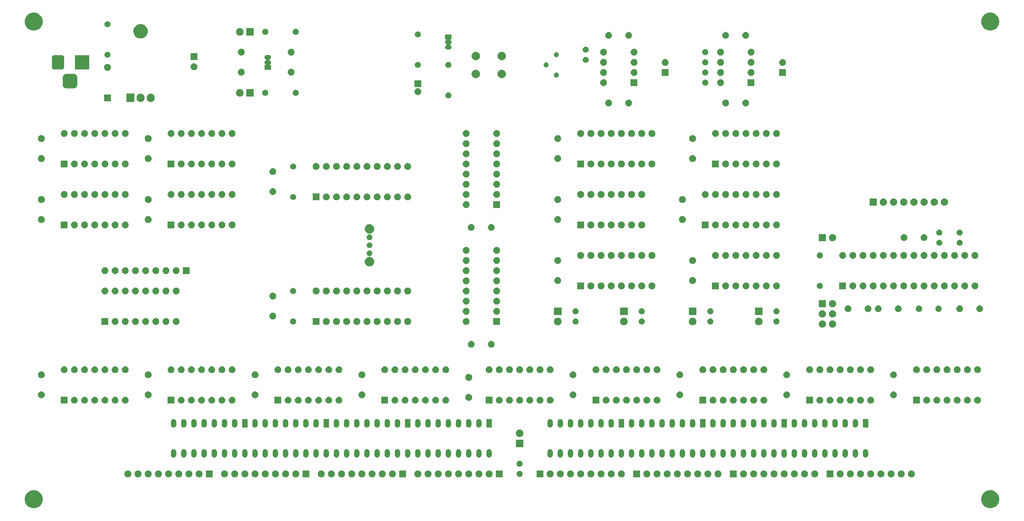
<source format=gbr>
G04 #@! TF.GenerationSoftware,KiCad,Pcbnew,(5.1.6)-1*
G04 #@! TF.CreationDate,2020-07-19T21:57:10+07:00*
G04 #@! TF.ProjectId,automata,6175746f-6d61-4746-912e-6b696361645f,3*
G04 #@! TF.SameCoordinates,Original*
G04 #@! TF.FileFunction,Soldermask,Top*
G04 #@! TF.FilePolarity,Negative*
%FSLAX46Y46*%
G04 Gerber Fmt 4.6, Leading zero omitted, Abs format (unit mm)*
G04 Created by KiCad (PCBNEW (5.1.6)-1) date 2020-07-19 21:57:10*
%MOMM*%
%LPD*%
G01*
G04 APERTURE LIST*
%ADD10C,0.150000*%
G04 APERTURE END LIST*
D10*
G36*
X267610880Y-152699776D02*
G01*
X267991593Y-152775504D01*
X268401249Y-152945189D01*
X268769929Y-153191534D01*
X269083466Y-153505071D01*
X269329811Y-153873751D01*
X269499496Y-154283407D01*
X269586000Y-154718296D01*
X269586000Y-155161704D01*
X269499496Y-155596593D01*
X269329811Y-156006249D01*
X269083466Y-156374929D01*
X268769929Y-156688466D01*
X268401249Y-156934811D01*
X267991593Y-157104496D01*
X267610880Y-157180224D01*
X267556705Y-157191000D01*
X267113295Y-157191000D01*
X267059120Y-157180224D01*
X266678407Y-157104496D01*
X266268751Y-156934811D01*
X265900071Y-156688466D01*
X265586534Y-156374929D01*
X265340189Y-156006249D01*
X265170504Y-155596593D01*
X265084000Y-155161704D01*
X265084000Y-154718296D01*
X265170504Y-154283407D01*
X265340189Y-153873751D01*
X265586534Y-153505071D01*
X265900071Y-153191534D01*
X266268751Y-152945189D01*
X266678407Y-152775504D01*
X267059120Y-152699776D01*
X267113295Y-152689000D01*
X267556705Y-152689000D01*
X267610880Y-152699776D01*
G37*
G36*
X28850880Y-152699776D02*
G01*
X29231593Y-152775504D01*
X29641249Y-152945189D01*
X30009929Y-153191534D01*
X30323466Y-153505071D01*
X30569811Y-153873751D01*
X30739496Y-154283407D01*
X30826000Y-154718296D01*
X30826000Y-155161704D01*
X30739496Y-155596593D01*
X30569811Y-156006249D01*
X30323466Y-156374929D01*
X30009929Y-156688466D01*
X29641249Y-156934811D01*
X29231593Y-157104496D01*
X28850880Y-157180224D01*
X28796705Y-157191000D01*
X28353295Y-157191000D01*
X28299120Y-157180224D01*
X27918407Y-157104496D01*
X27508751Y-156934811D01*
X27140071Y-156688466D01*
X26826534Y-156374929D01*
X26580189Y-156006249D01*
X26410504Y-155596593D01*
X26324000Y-155161704D01*
X26324000Y-154718296D01*
X26410504Y-154283407D01*
X26580189Y-153873751D01*
X26826534Y-153505071D01*
X27140071Y-153191534D01*
X27508751Y-152945189D01*
X27918407Y-152775504D01*
X28299120Y-152699776D01*
X28353295Y-152689000D01*
X28796705Y-152689000D01*
X28850880Y-152699776D01*
G37*
G36*
X76448228Y-147771703D02*
G01*
X76603100Y-147835853D01*
X76742481Y-147928985D01*
X76861015Y-148047519D01*
X76954147Y-148186900D01*
X77018297Y-148341772D01*
X77051000Y-148506184D01*
X77051000Y-148673816D01*
X77018297Y-148838228D01*
X76954147Y-148993100D01*
X76861015Y-149132481D01*
X76742481Y-149251015D01*
X76603100Y-149344147D01*
X76448228Y-149408297D01*
X76283816Y-149441000D01*
X76116184Y-149441000D01*
X75951772Y-149408297D01*
X75796900Y-149344147D01*
X75657519Y-149251015D01*
X75538985Y-149132481D01*
X75445853Y-148993100D01*
X75381703Y-148838228D01*
X75349000Y-148673816D01*
X75349000Y-148506184D01*
X75381703Y-148341772D01*
X75445853Y-148186900D01*
X75538985Y-148047519D01*
X75657519Y-147928985D01*
X75796900Y-147835853D01*
X75951772Y-147771703D01*
X76116184Y-147739000D01*
X76283816Y-147739000D01*
X76448228Y-147771703D01*
G37*
G36*
X100578228Y-147771703D02*
G01*
X100733100Y-147835853D01*
X100872481Y-147928985D01*
X100991015Y-148047519D01*
X101084147Y-148186900D01*
X101148297Y-148341772D01*
X101181000Y-148506184D01*
X101181000Y-148673816D01*
X101148297Y-148838228D01*
X101084147Y-148993100D01*
X100991015Y-149132481D01*
X100872481Y-149251015D01*
X100733100Y-149344147D01*
X100578228Y-149408297D01*
X100413816Y-149441000D01*
X100246184Y-149441000D01*
X100081772Y-149408297D01*
X99926900Y-149344147D01*
X99787519Y-149251015D01*
X99668985Y-149132481D01*
X99575853Y-148993100D01*
X99511703Y-148838228D01*
X99479000Y-148673816D01*
X99479000Y-148506184D01*
X99511703Y-148341772D01*
X99575853Y-148186900D01*
X99668985Y-148047519D01*
X99787519Y-147928985D01*
X99926900Y-147835853D01*
X100081772Y-147771703D01*
X100246184Y-147739000D01*
X100413816Y-147739000D01*
X100578228Y-147771703D01*
G37*
G36*
X73241000Y-149441000D02*
G01*
X71539000Y-149441000D01*
X71539000Y-147739000D01*
X73241000Y-147739000D01*
X73241000Y-149441000D01*
G37*
G36*
X70098228Y-147771703D02*
G01*
X70253100Y-147835853D01*
X70392481Y-147928985D01*
X70511015Y-148047519D01*
X70604147Y-148186900D01*
X70668297Y-148341772D01*
X70701000Y-148506184D01*
X70701000Y-148673816D01*
X70668297Y-148838228D01*
X70604147Y-148993100D01*
X70511015Y-149132481D01*
X70392481Y-149251015D01*
X70253100Y-149344147D01*
X70098228Y-149408297D01*
X69933816Y-149441000D01*
X69766184Y-149441000D01*
X69601772Y-149408297D01*
X69446900Y-149344147D01*
X69307519Y-149251015D01*
X69188985Y-149132481D01*
X69095853Y-148993100D01*
X69031703Y-148838228D01*
X68999000Y-148673816D01*
X68999000Y-148506184D01*
X69031703Y-148341772D01*
X69095853Y-148186900D01*
X69188985Y-148047519D01*
X69307519Y-147928985D01*
X69446900Y-147835853D01*
X69601772Y-147771703D01*
X69766184Y-147739000D01*
X69933816Y-147739000D01*
X70098228Y-147771703D01*
G37*
G36*
X67558228Y-147771703D02*
G01*
X67713100Y-147835853D01*
X67852481Y-147928985D01*
X67971015Y-148047519D01*
X68064147Y-148186900D01*
X68128297Y-148341772D01*
X68161000Y-148506184D01*
X68161000Y-148673816D01*
X68128297Y-148838228D01*
X68064147Y-148993100D01*
X67971015Y-149132481D01*
X67852481Y-149251015D01*
X67713100Y-149344147D01*
X67558228Y-149408297D01*
X67393816Y-149441000D01*
X67226184Y-149441000D01*
X67061772Y-149408297D01*
X66906900Y-149344147D01*
X66767519Y-149251015D01*
X66648985Y-149132481D01*
X66555853Y-148993100D01*
X66491703Y-148838228D01*
X66459000Y-148673816D01*
X66459000Y-148506184D01*
X66491703Y-148341772D01*
X66555853Y-148186900D01*
X66648985Y-148047519D01*
X66767519Y-147928985D01*
X66906900Y-147835853D01*
X67061772Y-147771703D01*
X67226184Y-147739000D01*
X67393816Y-147739000D01*
X67558228Y-147771703D01*
G37*
G36*
X65018228Y-147771703D02*
G01*
X65173100Y-147835853D01*
X65312481Y-147928985D01*
X65431015Y-148047519D01*
X65524147Y-148186900D01*
X65588297Y-148341772D01*
X65621000Y-148506184D01*
X65621000Y-148673816D01*
X65588297Y-148838228D01*
X65524147Y-148993100D01*
X65431015Y-149132481D01*
X65312481Y-149251015D01*
X65173100Y-149344147D01*
X65018228Y-149408297D01*
X64853816Y-149441000D01*
X64686184Y-149441000D01*
X64521772Y-149408297D01*
X64366900Y-149344147D01*
X64227519Y-149251015D01*
X64108985Y-149132481D01*
X64015853Y-148993100D01*
X63951703Y-148838228D01*
X63919000Y-148673816D01*
X63919000Y-148506184D01*
X63951703Y-148341772D01*
X64015853Y-148186900D01*
X64108985Y-148047519D01*
X64227519Y-147928985D01*
X64366900Y-147835853D01*
X64521772Y-147771703D01*
X64686184Y-147739000D01*
X64853816Y-147739000D01*
X65018228Y-147771703D01*
G37*
G36*
X62478228Y-147771703D02*
G01*
X62633100Y-147835853D01*
X62772481Y-147928985D01*
X62891015Y-148047519D01*
X62984147Y-148186900D01*
X63048297Y-148341772D01*
X63081000Y-148506184D01*
X63081000Y-148673816D01*
X63048297Y-148838228D01*
X62984147Y-148993100D01*
X62891015Y-149132481D01*
X62772481Y-149251015D01*
X62633100Y-149344147D01*
X62478228Y-149408297D01*
X62313816Y-149441000D01*
X62146184Y-149441000D01*
X61981772Y-149408297D01*
X61826900Y-149344147D01*
X61687519Y-149251015D01*
X61568985Y-149132481D01*
X61475853Y-148993100D01*
X61411703Y-148838228D01*
X61379000Y-148673816D01*
X61379000Y-148506184D01*
X61411703Y-148341772D01*
X61475853Y-148186900D01*
X61568985Y-148047519D01*
X61687519Y-147928985D01*
X61826900Y-147835853D01*
X61981772Y-147771703D01*
X62146184Y-147739000D01*
X62313816Y-147739000D01*
X62478228Y-147771703D01*
G37*
G36*
X59938228Y-147771703D02*
G01*
X60093100Y-147835853D01*
X60232481Y-147928985D01*
X60351015Y-148047519D01*
X60444147Y-148186900D01*
X60508297Y-148341772D01*
X60541000Y-148506184D01*
X60541000Y-148673816D01*
X60508297Y-148838228D01*
X60444147Y-148993100D01*
X60351015Y-149132481D01*
X60232481Y-149251015D01*
X60093100Y-149344147D01*
X59938228Y-149408297D01*
X59773816Y-149441000D01*
X59606184Y-149441000D01*
X59441772Y-149408297D01*
X59286900Y-149344147D01*
X59147519Y-149251015D01*
X59028985Y-149132481D01*
X58935853Y-148993100D01*
X58871703Y-148838228D01*
X58839000Y-148673816D01*
X58839000Y-148506184D01*
X58871703Y-148341772D01*
X58935853Y-148186900D01*
X59028985Y-148047519D01*
X59147519Y-147928985D01*
X59286900Y-147835853D01*
X59441772Y-147771703D01*
X59606184Y-147739000D01*
X59773816Y-147739000D01*
X59938228Y-147771703D01*
G37*
G36*
X57398228Y-147771703D02*
G01*
X57553100Y-147835853D01*
X57692481Y-147928985D01*
X57811015Y-148047519D01*
X57904147Y-148186900D01*
X57968297Y-148341772D01*
X58001000Y-148506184D01*
X58001000Y-148673816D01*
X57968297Y-148838228D01*
X57904147Y-148993100D01*
X57811015Y-149132481D01*
X57692481Y-149251015D01*
X57553100Y-149344147D01*
X57398228Y-149408297D01*
X57233816Y-149441000D01*
X57066184Y-149441000D01*
X56901772Y-149408297D01*
X56746900Y-149344147D01*
X56607519Y-149251015D01*
X56488985Y-149132481D01*
X56395853Y-148993100D01*
X56331703Y-148838228D01*
X56299000Y-148673816D01*
X56299000Y-148506184D01*
X56331703Y-148341772D01*
X56395853Y-148186900D01*
X56488985Y-148047519D01*
X56607519Y-147928985D01*
X56746900Y-147835853D01*
X56901772Y-147771703D01*
X57066184Y-147739000D01*
X57233816Y-147739000D01*
X57398228Y-147771703D01*
G37*
G36*
X54858228Y-147771703D02*
G01*
X55013100Y-147835853D01*
X55152481Y-147928985D01*
X55271015Y-148047519D01*
X55364147Y-148186900D01*
X55428297Y-148341772D01*
X55461000Y-148506184D01*
X55461000Y-148673816D01*
X55428297Y-148838228D01*
X55364147Y-148993100D01*
X55271015Y-149132481D01*
X55152481Y-149251015D01*
X55013100Y-149344147D01*
X54858228Y-149408297D01*
X54693816Y-149441000D01*
X54526184Y-149441000D01*
X54361772Y-149408297D01*
X54206900Y-149344147D01*
X54067519Y-149251015D01*
X53948985Y-149132481D01*
X53855853Y-148993100D01*
X53791703Y-148838228D01*
X53759000Y-148673816D01*
X53759000Y-148506184D01*
X53791703Y-148341772D01*
X53855853Y-148186900D01*
X53948985Y-148047519D01*
X54067519Y-147928985D01*
X54206900Y-147835853D01*
X54361772Y-147771703D01*
X54526184Y-147739000D01*
X54693816Y-147739000D01*
X54858228Y-147771703D01*
G37*
G36*
X127248228Y-147771703D02*
G01*
X127403100Y-147835853D01*
X127542481Y-147928985D01*
X127661015Y-148047519D01*
X127754147Y-148186900D01*
X127818297Y-148341772D01*
X127851000Y-148506184D01*
X127851000Y-148673816D01*
X127818297Y-148838228D01*
X127754147Y-148993100D01*
X127661015Y-149132481D01*
X127542481Y-149251015D01*
X127403100Y-149344147D01*
X127248228Y-149408297D01*
X127083816Y-149441000D01*
X126916184Y-149441000D01*
X126751772Y-149408297D01*
X126596900Y-149344147D01*
X126457519Y-149251015D01*
X126338985Y-149132481D01*
X126245853Y-148993100D01*
X126181703Y-148838228D01*
X126149000Y-148673816D01*
X126149000Y-148506184D01*
X126181703Y-148341772D01*
X126245853Y-148186900D01*
X126338985Y-148047519D01*
X126457519Y-147928985D01*
X126596900Y-147835853D01*
X126751772Y-147771703D01*
X126916184Y-147739000D01*
X127083816Y-147739000D01*
X127248228Y-147771703D01*
G37*
G36*
X97371000Y-149441000D02*
G01*
X95669000Y-149441000D01*
X95669000Y-147739000D01*
X97371000Y-147739000D01*
X97371000Y-149441000D01*
G37*
G36*
X94228228Y-147771703D02*
G01*
X94383100Y-147835853D01*
X94522481Y-147928985D01*
X94641015Y-148047519D01*
X94734147Y-148186900D01*
X94798297Y-148341772D01*
X94831000Y-148506184D01*
X94831000Y-148673816D01*
X94798297Y-148838228D01*
X94734147Y-148993100D01*
X94641015Y-149132481D01*
X94522481Y-149251015D01*
X94383100Y-149344147D01*
X94228228Y-149408297D01*
X94063816Y-149441000D01*
X93896184Y-149441000D01*
X93731772Y-149408297D01*
X93576900Y-149344147D01*
X93437519Y-149251015D01*
X93318985Y-149132481D01*
X93225853Y-148993100D01*
X93161703Y-148838228D01*
X93129000Y-148673816D01*
X93129000Y-148506184D01*
X93161703Y-148341772D01*
X93225853Y-148186900D01*
X93318985Y-148047519D01*
X93437519Y-147928985D01*
X93576900Y-147835853D01*
X93731772Y-147771703D01*
X93896184Y-147739000D01*
X94063816Y-147739000D01*
X94228228Y-147771703D01*
G37*
G36*
X91688228Y-147771703D02*
G01*
X91843100Y-147835853D01*
X91982481Y-147928985D01*
X92101015Y-148047519D01*
X92194147Y-148186900D01*
X92258297Y-148341772D01*
X92291000Y-148506184D01*
X92291000Y-148673816D01*
X92258297Y-148838228D01*
X92194147Y-148993100D01*
X92101015Y-149132481D01*
X91982481Y-149251015D01*
X91843100Y-149344147D01*
X91688228Y-149408297D01*
X91523816Y-149441000D01*
X91356184Y-149441000D01*
X91191772Y-149408297D01*
X91036900Y-149344147D01*
X90897519Y-149251015D01*
X90778985Y-149132481D01*
X90685853Y-148993100D01*
X90621703Y-148838228D01*
X90589000Y-148673816D01*
X90589000Y-148506184D01*
X90621703Y-148341772D01*
X90685853Y-148186900D01*
X90778985Y-148047519D01*
X90897519Y-147928985D01*
X91036900Y-147835853D01*
X91191772Y-147771703D01*
X91356184Y-147739000D01*
X91523816Y-147739000D01*
X91688228Y-147771703D01*
G37*
G36*
X89148228Y-147771703D02*
G01*
X89303100Y-147835853D01*
X89442481Y-147928985D01*
X89561015Y-148047519D01*
X89654147Y-148186900D01*
X89718297Y-148341772D01*
X89751000Y-148506184D01*
X89751000Y-148673816D01*
X89718297Y-148838228D01*
X89654147Y-148993100D01*
X89561015Y-149132481D01*
X89442481Y-149251015D01*
X89303100Y-149344147D01*
X89148228Y-149408297D01*
X88983816Y-149441000D01*
X88816184Y-149441000D01*
X88651772Y-149408297D01*
X88496900Y-149344147D01*
X88357519Y-149251015D01*
X88238985Y-149132481D01*
X88145853Y-148993100D01*
X88081703Y-148838228D01*
X88049000Y-148673816D01*
X88049000Y-148506184D01*
X88081703Y-148341772D01*
X88145853Y-148186900D01*
X88238985Y-148047519D01*
X88357519Y-147928985D01*
X88496900Y-147835853D01*
X88651772Y-147771703D01*
X88816184Y-147739000D01*
X88983816Y-147739000D01*
X89148228Y-147771703D01*
G37*
G36*
X86608228Y-147771703D02*
G01*
X86763100Y-147835853D01*
X86902481Y-147928985D01*
X87021015Y-148047519D01*
X87114147Y-148186900D01*
X87178297Y-148341772D01*
X87211000Y-148506184D01*
X87211000Y-148673816D01*
X87178297Y-148838228D01*
X87114147Y-148993100D01*
X87021015Y-149132481D01*
X86902481Y-149251015D01*
X86763100Y-149344147D01*
X86608228Y-149408297D01*
X86443816Y-149441000D01*
X86276184Y-149441000D01*
X86111772Y-149408297D01*
X85956900Y-149344147D01*
X85817519Y-149251015D01*
X85698985Y-149132481D01*
X85605853Y-148993100D01*
X85541703Y-148838228D01*
X85509000Y-148673816D01*
X85509000Y-148506184D01*
X85541703Y-148341772D01*
X85605853Y-148186900D01*
X85698985Y-148047519D01*
X85817519Y-147928985D01*
X85956900Y-147835853D01*
X86111772Y-147771703D01*
X86276184Y-147739000D01*
X86443816Y-147739000D01*
X86608228Y-147771703D01*
G37*
G36*
X84068228Y-147771703D02*
G01*
X84223100Y-147835853D01*
X84362481Y-147928985D01*
X84481015Y-148047519D01*
X84574147Y-148186900D01*
X84638297Y-148341772D01*
X84671000Y-148506184D01*
X84671000Y-148673816D01*
X84638297Y-148838228D01*
X84574147Y-148993100D01*
X84481015Y-149132481D01*
X84362481Y-149251015D01*
X84223100Y-149344147D01*
X84068228Y-149408297D01*
X83903816Y-149441000D01*
X83736184Y-149441000D01*
X83571772Y-149408297D01*
X83416900Y-149344147D01*
X83277519Y-149251015D01*
X83158985Y-149132481D01*
X83065853Y-148993100D01*
X83001703Y-148838228D01*
X82969000Y-148673816D01*
X82969000Y-148506184D01*
X83001703Y-148341772D01*
X83065853Y-148186900D01*
X83158985Y-148047519D01*
X83277519Y-147928985D01*
X83416900Y-147835853D01*
X83571772Y-147771703D01*
X83736184Y-147739000D01*
X83903816Y-147739000D01*
X84068228Y-147771703D01*
G37*
G36*
X81528228Y-147771703D02*
G01*
X81683100Y-147835853D01*
X81822481Y-147928985D01*
X81941015Y-148047519D01*
X82034147Y-148186900D01*
X82098297Y-148341772D01*
X82131000Y-148506184D01*
X82131000Y-148673816D01*
X82098297Y-148838228D01*
X82034147Y-148993100D01*
X81941015Y-149132481D01*
X81822481Y-149251015D01*
X81683100Y-149344147D01*
X81528228Y-149408297D01*
X81363816Y-149441000D01*
X81196184Y-149441000D01*
X81031772Y-149408297D01*
X80876900Y-149344147D01*
X80737519Y-149251015D01*
X80618985Y-149132481D01*
X80525853Y-148993100D01*
X80461703Y-148838228D01*
X80429000Y-148673816D01*
X80429000Y-148506184D01*
X80461703Y-148341772D01*
X80525853Y-148186900D01*
X80618985Y-148047519D01*
X80737519Y-147928985D01*
X80876900Y-147835853D01*
X81031772Y-147771703D01*
X81196184Y-147739000D01*
X81363816Y-147739000D01*
X81528228Y-147771703D01*
G37*
G36*
X78988228Y-147771703D02*
G01*
X79143100Y-147835853D01*
X79282481Y-147928985D01*
X79401015Y-148047519D01*
X79494147Y-148186900D01*
X79558297Y-148341772D01*
X79591000Y-148506184D01*
X79591000Y-148673816D01*
X79558297Y-148838228D01*
X79494147Y-148993100D01*
X79401015Y-149132481D01*
X79282481Y-149251015D01*
X79143100Y-149344147D01*
X78988228Y-149408297D01*
X78823816Y-149441000D01*
X78656184Y-149441000D01*
X78491772Y-149408297D01*
X78336900Y-149344147D01*
X78197519Y-149251015D01*
X78078985Y-149132481D01*
X77985853Y-148993100D01*
X77921703Y-148838228D01*
X77889000Y-148673816D01*
X77889000Y-148506184D01*
X77921703Y-148341772D01*
X77985853Y-148186900D01*
X78078985Y-148047519D01*
X78197519Y-147928985D01*
X78336900Y-147835853D01*
X78491772Y-147771703D01*
X78656184Y-147739000D01*
X78823816Y-147739000D01*
X78988228Y-147771703D01*
G37*
G36*
X103118228Y-147771703D02*
G01*
X103273100Y-147835853D01*
X103412481Y-147928985D01*
X103531015Y-148047519D01*
X103624147Y-148186900D01*
X103688297Y-148341772D01*
X103721000Y-148506184D01*
X103721000Y-148673816D01*
X103688297Y-148838228D01*
X103624147Y-148993100D01*
X103531015Y-149132481D01*
X103412481Y-149251015D01*
X103273100Y-149344147D01*
X103118228Y-149408297D01*
X102953816Y-149441000D01*
X102786184Y-149441000D01*
X102621772Y-149408297D01*
X102466900Y-149344147D01*
X102327519Y-149251015D01*
X102208985Y-149132481D01*
X102115853Y-148993100D01*
X102051703Y-148838228D01*
X102019000Y-148673816D01*
X102019000Y-148506184D01*
X102051703Y-148341772D01*
X102115853Y-148186900D01*
X102208985Y-148047519D01*
X102327519Y-147928985D01*
X102466900Y-147835853D01*
X102621772Y-147771703D01*
X102786184Y-147739000D01*
X102953816Y-147739000D01*
X103118228Y-147771703D01*
G37*
G36*
X204051000Y-149441000D02*
G01*
X202349000Y-149441000D01*
X202349000Y-147739000D01*
X204051000Y-147739000D01*
X204051000Y-149441000D01*
G37*
G36*
X121501000Y-149441000D02*
G01*
X119799000Y-149441000D01*
X119799000Y-147739000D01*
X121501000Y-147739000D01*
X121501000Y-149441000D01*
G37*
G36*
X118358228Y-147771703D02*
G01*
X118513100Y-147835853D01*
X118652481Y-147928985D01*
X118771015Y-148047519D01*
X118864147Y-148186900D01*
X118928297Y-148341772D01*
X118961000Y-148506184D01*
X118961000Y-148673816D01*
X118928297Y-148838228D01*
X118864147Y-148993100D01*
X118771015Y-149132481D01*
X118652481Y-149251015D01*
X118513100Y-149344147D01*
X118358228Y-149408297D01*
X118193816Y-149441000D01*
X118026184Y-149441000D01*
X117861772Y-149408297D01*
X117706900Y-149344147D01*
X117567519Y-149251015D01*
X117448985Y-149132481D01*
X117355853Y-148993100D01*
X117291703Y-148838228D01*
X117259000Y-148673816D01*
X117259000Y-148506184D01*
X117291703Y-148341772D01*
X117355853Y-148186900D01*
X117448985Y-148047519D01*
X117567519Y-147928985D01*
X117706900Y-147835853D01*
X117861772Y-147771703D01*
X118026184Y-147739000D01*
X118193816Y-147739000D01*
X118358228Y-147771703D01*
G37*
G36*
X115818228Y-147771703D02*
G01*
X115973100Y-147835853D01*
X116112481Y-147928985D01*
X116231015Y-148047519D01*
X116324147Y-148186900D01*
X116388297Y-148341772D01*
X116421000Y-148506184D01*
X116421000Y-148673816D01*
X116388297Y-148838228D01*
X116324147Y-148993100D01*
X116231015Y-149132481D01*
X116112481Y-149251015D01*
X115973100Y-149344147D01*
X115818228Y-149408297D01*
X115653816Y-149441000D01*
X115486184Y-149441000D01*
X115321772Y-149408297D01*
X115166900Y-149344147D01*
X115027519Y-149251015D01*
X114908985Y-149132481D01*
X114815853Y-148993100D01*
X114751703Y-148838228D01*
X114719000Y-148673816D01*
X114719000Y-148506184D01*
X114751703Y-148341772D01*
X114815853Y-148186900D01*
X114908985Y-148047519D01*
X115027519Y-147928985D01*
X115166900Y-147835853D01*
X115321772Y-147771703D01*
X115486184Y-147739000D01*
X115653816Y-147739000D01*
X115818228Y-147771703D01*
G37*
G36*
X113278228Y-147771703D02*
G01*
X113433100Y-147835853D01*
X113572481Y-147928985D01*
X113691015Y-148047519D01*
X113784147Y-148186900D01*
X113848297Y-148341772D01*
X113881000Y-148506184D01*
X113881000Y-148673816D01*
X113848297Y-148838228D01*
X113784147Y-148993100D01*
X113691015Y-149132481D01*
X113572481Y-149251015D01*
X113433100Y-149344147D01*
X113278228Y-149408297D01*
X113113816Y-149441000D01*
X112946184Y-149441000D01*
X112781772Y-149408297D01*
X112626900Y-149344147D01*
X112487519Y-149251015D01*
X112368985Y-149132481D01*
X112275853Y-148993100D01*
X112211703Y-148838228D01*
X112179000Y-148673816D01*
X112179000Y-148506184D01*
X112211703Y-148341772D01*
X112275853Y-148186900D01*
X112368985Y-148047519D01*
X112487519Y-147928985D01*
X112626900Y-147835853D01*
X112781772Y-147771703D01*
X112946184Y-147739000D01*
X113113816Y-147739000D01*
X113278228Y-147771703D01*
G37*
G36*
X110738228Y-147771703D02*
G01*
X110893100Y-147835853D01*
X111032481Y-147928985D01*
X111151015Y-148047519D01*
X111244147Y-148186900D01*
X111308297Y-148341772D01*
X111341000Y-148506184D01*
X111341000Y-148673816D01*
X111308297Y-148838228D01*
X111244147Y-148993100D01*
X111151015Y-149132481D01*
X111032481Y-149251015D01*
X110893100Y-149344147D01*
X110738228Y-149408297D01*
X110573816Y-149441000D01*
X110406184Y-149441000D01*
X110241772Y-149408297D01*
X110086900Y-149344147D01*
X109947519Y-149251015D01*
X109828985Y-149132481D01*
X109735853Y-148993100D01*
X109671703Y-148838228D01*
X109639000Y-148673816D01*
X109639000Y-148506184D01*
X109671703Y-148341772D01*
X109735853Y-148186900D01*
X109828985Y-148047519D01*
X109947519Y-147928985D01*
X110086900Y-147835853D01*
X110241772Y-147771703D01*
X110406184Y-147739000D01*
X110573816Y-147739000D01*
X110738228Y-147771703D01*
G37*
G36*
X108198228Y-147771703D02*
G01*
X108353100Y-147835853D01*
X108492481Y-147928985D01*
X108611015Y-148047519D01*
X108704147Y-148186900D01*
X108768297Y-148341772D01*
X108801000Y-148506184D01*
X108801000Y-148673816D01*
X108768297Y-148838228D01*
X108704147Y-148993100D01*
X108611015Y-149132481D01*
X108492481Y-149251015D01*
X108353100Y-149344147D01*
X108198228Y-149408297D01*
X108033816Y-149441000D01*
X107866184Y-149441000D01*
X107701772Y-149408297D01*
X107546900Y-149344147D01*
X107407519Y-149251015D01*
X107288985Y-149132481D01*
X107195853Y-148993100D01*
X107131703Y-148838228D01*
X107099000Y-148673816D01*
X107099000Y-148506184D01*
X107131703Y-148341772D01*
X107195853Y-148186900D01*
X107288985Y-148047519D01*
X107407519Y-147928985D01*
X107546900Y-147835853D01*
X107701772Y-147771703D01*
X107866184Y-147739000D01*
X108033816Y-147739000D01*
X108198228Y-147771703D01*
G37*
G36*
X105658228Y-147771703D02*
G01*
X105813100Y-147835853D01*
X105952481Y-147928985D01*
X106071015Y-148047519D01*
X106164147Y-148186900D01*
X106228297Y-148341772D01*
X106261000Y-148506184D01*
X106261000Y-148673816D01*
X106228297Y-148838228D01*
X106164147Y-148993100D01*
X106071015Y-149132481D01*
X105952481Y-149251015D01*
X105813100Y-149344147D01*
X105658228Y-149408297D01*
X105493816Y-149441000D01*
X105326184Y-149441000D01*
X105161772Y-149408297D01*
X105006900Y-149344147D01*
X104867519Y-149251015D01*
X104748985Y-149132481D01*
X104655853Y-148993100D01*
X104591703Y-148838228D01*
X104559000Y-148673816D01*
X104559000Y-148506184D01*
X104591703Y-148341772D01*
X104655853Y-148186900D01*
X104748985Y-148047519D01*
X104867519Y-147928985D01*
X105006900Y-147835853D01*
X105161772Y-147771703D01*
X105326184Y-147739000D01*
X105493816Y-147739000D01*
X105658228Y-147771703D01*
G37*
G36*
X205988228Y-147771703D02*
G01*
X206143100Y-147835853D01*
X206282481Y-147928985D01*
X206401015Y-148047519D01*
X206494147Y-148186900D01*
X206558297Y-148341772D01*
X206591000Y-148506184D01*
X206591000Y-148673816D01*
X206558297Y-148838228D01*
X206494147Y-148993100D01*
X206401015Y-149132481D01*
X206282481Y-149251015D01*
X206143100Y-149344147D01*
X205988228Y-149408297D01*
X205823816Y-149441000D01*
X205656184Y-149441000D01*
X205491772Y-149408297D01*
X205336900Y-149344147D01*
X205197519Y-149251015D01*
X205078985Y-149132481D01*
X204985853Y-148993100D01*
X204921703Y-148838228D01*
X204889000Y-148673816D01*
X204889000Y-148506184D01*
X204921703Y-148341772D01*
X204985853Y-148186900D01*
X205078985Y-148047519D01*
X205197519Y-147928985D01*
X205336900Y-147835853D01*
X205491772Y-147771703D01*
X205656184Y-147739000D01*
X205823816Y-147739000D01*
X205988228Y-147771703D01*
G37*
G36*
X155791000Y-149441000D02*
G01*
X154089000Y-149441000D01*
X154089000Y-147739000D01*
X155791000Y-147739000D01*
X155791000Y-149441000D01*
G37*
G36*
X145631000Y-149441000D02*
G01*
X143929000Y-149441000D01*
X143929000Y-147739000D01*
X145631000Y-147739000D01*
X145631000Y-149441000D01*
G37*
G36*
X142488228Y-147771703D02*
G01*
X142643100Y-147835853D01*
X142782481Y-147928985D01*
X142901015Y-148047519D01*
X142994147Y-148186900D01*
X143058297Y-148341772D01*
X143091000Y-148506184D01*
X143091000Y-148673816D01*
X143058297Y-148838228D01*
X142994147Y-148993100D01*
X142901015Y-149132481D01*
X142782481Y-149251015D01*
X142643100Y-149344147D01*
X142488228Y-149408297D01*
X142323816Y-149441000D01*
X142156184Y-149441000D01*
X141991772Y-149408297D01*
X141836900Y-149344147D01*
X141697519Y-149251015D01*
X141578985Y-149132481D01*
X141485853Y-148993100D01*
X141421703Y-148838228D01*
X141389000Y-148673816D01*
X141389000Y-148506184D01*
X141421703Y-148341772D01*
X141485853Y-148186900D01*
X141578985Y-148047519D01*
X141697519Y-147928985D01*
X141836900Y-147835853D01*
X141991772Y-147771703D01*
X142156184Y-147739000D01*
X142323816Y-147739000D01*
X142488228Y-147771703D01*
G37*
G36*
X139948228Y-147771703D02*
G01*
X140103100Y-147835853D01*
X140242481Y-147928985D01*
X140361015Y-148047519D01*
X140454147Y-148186900D01*
X140518297Y-148341772D01*
X140551000Y-148506184D01*
X140551000Y-148673816D01*
X140518297Y-148838228D01*
X140454147Y-148993100D01*
X140361015Y-149132481D01*
X140242481Y-149251015D01*
X140103100Y-149344147D01*
X139948228Y-149408297D01*
X139783816Y-149441000D01*
X139616184Y-149441000D01*
X139451772Y-149408297D01*
X139296900Y-149344147D01*
X139157519Y-149251015D01*
X139038985Y-149132481D01*
X138945853Y-148993100D01*
X138881703Y-148838228D01*
X138849000Y-148673816D01*
X138849000Y-148506184D01*
X138881703Y-148341772D01*
X138945853Y-148186900D01*
X139038985Y-148047519D01*
X139157519Y-147928985D01*
X139296900Y-147835853D01*
X139451772Y-147771703D01*
X139616184Y-147739000D01*
X139783816Y-147739000D01*
X139948228Y-147771703D01*
G37*
G36*
X137408228Y-147771703D02*
G01*
X137563100Y-147835853D01*
X137702481Y-147928985D01*
X137821015Y-148047519D01*
X137914147Y-148186900D01*
X137978297Y-148341772D01*
X138011000Y-148506184D01*
X138011000Y-148673816D01*
X137978297Y-148838228D01*
X137914147Y-148993100D01*
X137821015Y-149132481D01*
X137702481Y-149251015D01*
X137563100Y-149344147D01*
X137408228Y-149408297D01*
X137243816Y-149441000D01*
X137076184Y-149441000D01*
X136911772Y-149408297D01*
X136756900Y-149344147D01*
X136617519Y-149251015D01*
X136498985Y-149132481D01*
X136405853Y-148993100D01*
X136341703Y-148838228D01*
X136309000Y-148673816D01*
X136309000Y-148506184D01*
X136341703Y-148341772D01*
X136405853Y-148186900D01*
X136498985Y-148047519D01*
X136617519Y-147928985D01*
X136756900Y-147835853D01*
X136911772Y-147771703D01*
X137076184Y-147739000D01*
X137243816Y-147739000D01*
X137408228Y-147771703D01*
G37*
G36*
X134868228Y-147771703D02*
G01*
X135023100Y-147835853D01*
X135162481Y-147928985D01*
X135281015Y-148047519D01*
X135374147Y-148186900D01*
X135438297Y-148341772D01*
X135471000Y-148506184D01*
X135471000Y-148673816D01*
X135438297Y-148838228D01*
X135374147Y-148993100D01*
X135281015Y-149132481D01*
X135162481Y-149251015D01*
X135023100Y-149344147D01*
X134868228Y-149408297D01*
X134703816Y-149441000D01*
X134536184Y-149441000D01*
X134371772Y-149408297D01*
X134216900Y-149344147D01*
X134077519Y-149251015D01*
X133958985Y-149132481D01*
X133865853Y-148993100D01*
X133801703Y-148838228D01*
X133769000Y-148673816D01*
X133769000Y-148506184D01*
X133801703Y-148341772D01*
X133865853Y-148186900D01*
X133958985Y-148047519D01*
X134077519Y-147928985D01*
X134216900Y-147835853D01*
X134371772Y-147771703D01*
X134536184Y-147739000D01*
X134703816Y-147739000D01*
X134868228Y-147771703D01*
G37*
G36*
X132328228Y-147771703D02*
G01*
X132483100Y-147835853D01*
X132622481Y-147928985D01*
X132741015Y-148047519D01*
X132834147Y-148186900D01*
X132898297Y-148341772D01*
X132931000Y-148506184D01*
X132931000Y-148673816D01*
X132898297Y-148838228D01*
X132834147Y-148993100D01*
X132741015Y-149132481D01*
X132622481Y-149251015D01*
X132483100Y-149344147D01*
X132328228Y-149408297D01*
X132163816Y-149441000D01*
X131996184Y-149441000D01*
X131831772Y-149408297D01*
X131676900Y-149344147D01*
X131537519Y-149251015D01*
X131418985Y-149132481D01*
X131325853Y-148993100D01*
X131261703Y-148838228D01*
X131229000Y-148673816D01*
X131229000Y-148506184D01*
X131261703Y-148341772D01*
X131325853Y-148186900D01*
X131418985Y-148047519D01*
X131537519Y-147928985D01*
X131676900Y-147835853D01*
X131831772Y-147771703D01*
X131996184Y-147739000D01*
X132163816Y-147739000D01*
X132328228Y-147771703D01*
G37*
G36*
X129788228Y-147771703D02*
G01*
X129943100Y-147835853D01*
X130082481Y-147928985D01*
X130201015Y-148047519D01*
X130294147Y-148186900D01*
X130358297Y-148341772D01*
X130391000Y-148506184D01*
X130391000Y-148673816D01*
X130358297Y-148838228D01*
X130294147Y-148993100D01*
X130201015Y-149132481D01*
X130082481Y-149251015D01*
X129943100Y-149344147D01*
X129788228Y-149408297D01*
X129623816Y-149441000D01*
X129456184Y-149441000D01*
X129291772Y-149408297D01*
X129136900Y-149344147D01*
X128997519Y-149251015D01*
X128878985Y-149132481D01*
X128785853Y-148993100D01*
X128721703Y-148838228D01*
X128689000Y-148673816D01*
X128689000Y-148506184D01*
X128721703Y-148341772D01*
X128785853Y-148186900D01*
X128878985Y-148047519D01*
X128997519Y-147928985D01*
X129136900Y-147835853D01*
X129291772Y-147771703D01*
X129456184Y-147739000D01*
X129623816Y-147739000D01*
X129788228Y-147771703D01*
G37*
G36*
X179921000Y-149441000D02*
G01*
X178219000Y-149441000D01*
X178219000Y-147739000D01*
X179921000Y-147739000D01*
X179921000Y-149441000D01*
G37*
G36*
X230118228Y-147771703D02*
G01*
X230273100Y-147835853D01*
X230412481Y-147928985D01*
X230531015Y-148047519D01*
X230624147Y-148186900D01*
X230688297Y-148341772D01*
X230721000Y-148506184D01*
X230721000Y-148673816D01*
X230688297Y-148838228D01*
X230624147Y-148993100D01*
X230531015Y-149132481D01*
X230412481Y-149251015D01*
X230273100Y-149344147D01*
X230118228Y-149408297D01*
X229953816Y-149441000D01*
X229786184Y-149441000D01*
X229621772Y-149408297D01*
X229466900Y-149344147D01*
X229327519Y-149251015D01*
X229208985Y-149132481D01*
X229115853Y-148993100D01*
X229051703Y-148838228D01*
X229019000Y-148673816D01*
X229019000Y-148506184D01*
X229051703Y-148341772D01*
X229115853Y-148186900D01*
X229208985Y-148047519D01*
X229327519Y-147928985D01*
X229466900Y-147835853D01*
X229621772Y-147771703D01*
X229786184Y-147739000D01*
X229953816Y-147739000D01*
X230118228Y-147771703D01*
G37*
G36*
X157728228Y-147771703D02*
G01*
X157883100Y-147835853D01*
X158022481Y-147928985D01*
X158141015Y-148047519D01*
X158234147Y-148186900D01*
X158298297Y-148341772D01*
X158331000Y-148506184D01*
X158331000Y-148673816D01*
X158298297Y-148838228D01*
X158234147Y-148993100D01*
X158141015Y-149132481D01*
X158022481Y-149251015D01*
X157883100Y-149344147D01*
X157728228Y-149408297D01*
X157563816Y-149441000D01*
X157396184Y-149441000D01*
X157231772Y-149408297D01*
X157076900Y-149344147D01*
X156937519Y-149251015D01*
X156818985Y-149132481D01*
X156725853Y-148993100D01*
X156661703Y-148838228D01*
X156629000Y-148673816D01*
X156629000Y-148506184D01*
X156661703Y-148341772D01*
X156725853Y-148186900D01*
X156818985Y-148047519D01*
X156937519Y-147928985D01*
X157076900Y-147835853D01*
X157231772Y-147771703D01*
X157396184Y-147739000D01*
X157563816Y-147739000D01*
X157728228Y-147771703D01*
G37*
G36*
X160268228Y-147771703D02*
G01*
X160423100Y-147835853D01*
X160562481Y-147928985D01*
X160681015Y-148047519D01*
X160774147Y-148186900D01*
X160838297Y-148341772D01*
X160871000Y-148506184D01*
X160871000Y-148673816D01*
X160838297Y-148838228D01*
X160774147Y-148993100D01*
X160681015Y-149132481D01*
X160562481Y-149251015D01*
X160423100Y-149344147D01*
X160268228Y-149408297D01*
X160103816Y-149441000D01*
X159936184Y-149441000D01*
X159771772Y-149408297D01*
X159616900Y-149344147D01*
X159477519Y-149251015D01*
X159358985Y-149132481D01*
X159265853Y-148993100D01*
X159201703Y-148838228D01*
X159169000Y-148673816D01*
X159169000Y-148506184D01*
X159201703Y-148341772D01*
X159265853Y-148186900D01*
X159358985Y-148047519D01*
X159477519Y-147928985D01*
X159616900Y-147835853D01*
X159771772Y-147771703D01*
X159936184Y-147739000D01*
X160103816Y-147739000D01*
X160268228Y-147771703D01*
G37*
G36*
X162808228Y-147771703D02*
G01*
X162963100Y-147835853D01*
X163102481Y-147928985D01*
X163221015Y-148047519D01*
X163314147Y-148186900D01*
X163378297Y-148341772D01*
X163411000Y-148506184D01*
X163411000Y-148673816D01*
X163378297Y-148838228D01*
X163314147Y-148993100D01*
X163221015Y-149132481D01*
X163102481Y-149251015D01*
X162963100Y-149344147D01*
X162808228Y-149408297D01*
X162643816Y-149441000D01*
X162476184Y-149441000D01*
X162311772Y-149408297D01*
X162156900Y-149344147D01*
X162017519Y-149251015D01*
X161898985Y-149132481D01*
X161805853Y-148993100D01*
X161741703Y-148838228D01*
X161709000Y-148673816D01*
X161709000Y-148506184D01*
X161741703Y-148341772D01*
X161805853Y-148186900D01*
X161898985Y-148047519D01*
X162017519Y-147928985D01*
X162156900Y-147835853D01*
X162311772Y-147771703D01*
X162476184Y-147739000D01*
X162643816Y-147739000D01*
X162808228Y-147771703D01*
G37*
G36*
X167888228Y-147771703D02*
G01*
X168043100Y-147835853D01*
X168182481Y-147928985D01*
X168301015Y-148047519D01*
X168394147Y-148186900D01*
X168458297Y-148341772D01*
X168491000Y-148506184D01*
X168491000Y-148673816D01*
X168458297Y-148838228D01*
X168394147Y-148993100D01*
X168301015Y-149132481D01*
X168182481Y-149251015D01*
X168043100Y-149344147D01*
X167888228Y-149408297D01*
X167723816Y-149441000D01*
X167556184Y-149441000D01*
X167391772Y-149408297D01*
X167236900Y-149344147D01*
X167097519Y-149251015D01*
X166978985Y-149132481D01*
X166885853Y-148993100D01*
X166821703Y-148838228D01*
X166789000Y-148673816D01*
X166789000Y-148506184D01*
X166821703Y-148341772D01*
X166885853Y-148186900D01*
X166978985Y-148047519D01*
X167097519Y-147928985D01*
X167236900Y-147835853D01*
X167391772Y-147771703D01*
X167556184Y-147739000D01*
X167723816Y-147739000D01*
X167888228Y-147771703D01*
G37*
G36*
X170428228Y-147771703D02*
G01*
X170583100Y-147835853D01*
X170722481Y-147928985D01*
X170841015Y-148047519D01*
X170934147Y-148186900D01*
X170998297Y-148341772D01*
X171031000Y-148506184D01*
X171031000Y-148673816D01*
X170998297Y-148838228D01*
X170934147Y-148993100D01*
X170841015Y-149132481D01*
X170722481Y-149251015D01*
X170583100Y-149344147D01*
X170428228Y-149408297D01*
X170263816Y-149441000D01*
X170096184Y-149441000D01*
X169931772Y-149408297D01*
X169776900Y-149344147D01*
X169637519Y-149251015D01*
X169518985Y-149132481D01*
X169425853Y-148993100D01*
X169361703Y-148838228D01*
X169329000Y-148673816D01*
X169329000Y-148506184D01*
X169361703Y-148341772D01*
X169425853Y-148186900D01*
X169518985Y-148047519D01*
X169637519Y-147928985D01*
X169776900Y-147835853D01*
X169931772Y-147771703D01*
X170096184Y-147739000D01*
X170263816Y-147739000D01*
X170428228Y-147771703D01*
G37*
G36*
X172968228Y-147771703D02*
G01*
X173123100Y-147835853D01*
X173262481Y-147928985D01*
X173381015Y-148047519D01*
X173474147Y-148186900D01*
X173538297Y-148341772D01*
X173571000Y-148506184D01*
X173571000Y-148673816D01*
X173538297Y-148838228D01*
X173474147Y-148993100D01*
X173381015Y-149132481D01*
X173262481Y-149251015D01*
X173123100Y-149344147D01*
X172968228Y-149408297D01*
X172803816Y-149441000D01*
X172636184Y-149441000D01*
X172471772Y-149408297D01*
X172316900Y-149344147D01*
X172177519Y-149251015D01*
X172058985Y-149132481D01*
X171965853Y-148993100D01*
X171901703Y-148838228D01*
X171869000Y-148673816D01*
X171869000Y-148506184D01*
X171901703Y-148341772D01*
X171965853Y-148186900D01*
X172058985Y-148047519D01*
X172177519Y-147928985D01*
X172316900Y-147835853D01*
X172471772Y-147771703D01*
X172636184Y-147739000D01*
X172803816Y-147739000D01*
X172968228Y-147771703D01*
G37*
G36*
X175508228Y-147771703D02*
G01*
X175663100Y-147835853D01*
X175802481Y-147928985D01*
X175921015Y-148047519D01*
X176014147Y-148186900D01*
X176078297Y-148341772D01*
X176111000Y-148506184D01*
X176111000Y-148673816D01*
X176078297Y-148838228D01*
X176014147Y-148993100D01*
X175921015Y-149132481D01*
X175802481Y-149251015D01*
X175663100Y-149344147D01*
X175508228Y-149408297D01*
X175343816Y-149441000D01*
X175176184Y-149441000D01*
X175011772Y-149408297D01*
X174856900Y-149344147D01*
X174717519Y-149251015D01*
X174598985Y-149132481D01*
X174505853Y-148993100D01*
X174441703Y-148838228D01*
X174409000Y-148673816D01*
X174409000Y-148506184D01*
X174441703Y-148341772D01*
X174505853Y-148186900D01*
X174598985Y-148047519D01*
X174717519Y-147928985D01*
X174856900Y-147835853D01*
X175011772Y-147771703D01*
X175176184Y-147739000D01*
X175343816Y-147739000D01*
X175508228Y-147771703D01*
G37*
G36*
X208528228Y-147771703D02*
G01*
X208683100Y-147835853D01*
X208822481Y-147928985D01*
X208941015Y-148047519D01*
X209034147Y-148186900D01*
X209098297Y-148341772D01*
X209131000Y-148506184D01*
X209131000Y-148673816D01*
X209098297Y-148838228D01*
X209034147Y-148993100D01*
X208941015Y-149132481D01*
X208822481Y-149251015D01*
X208683100Y-149344147D01*
X208528228Y-149408297D01*
X208363816Y-149441000D01*
X208196184Y-149441000D01*
X208031772Y-149408297D01*
X207876900Y-149344147D01*
X207737519Y-149251015D01*
X207618985Y-149132481D01*
X207525853Y-148993100D01*
X207461703Y-148838228D01*
X207429000Y-148673816D01*
X207429000Y-148506184D01*
X207461703Y-148341772D01*
X207525853Y-148186900D01*
X207618985Y-148047519D01*
X207737519Y-147928985D01*
X207876900Y-147835853D01*
X208031772Y-147771703D01*
X208196184Y-147739000D01*
X208363816Y-147739000D01*
X208528228Y-147771703D01*
G37*
G36*
X181858228Y-147771703D02*
G01*
X182013100Y-147835853D01*
X182152481Y-147928985D01*
X182271015Y-148047519D01*
X182364147Y-148186900D01*
X182428297Y-148341772D01*
X182461000Y-148506184D01*
X182461000Y-148673816D01*
X182428297Y-148838228D01*
X182364147Y-148993100D01*
X182271015Y-149132481D01*
X182152481Y-149251015D01*
X182013100Y-149344147D01*
X181858228Y-149408297D01*
X181693816Y-149441000D01*
X181526184Y-149441000D01*
X181361772Y-149408297D01*
X181206900Y-149344147D01*
X181067519Y-149251015D01*
X180948985Y-149132481D01*
X180855853Y-148993100D01*
X180791703Y-148838228D01*
X180759000Y-148673816D01*
X180759000Y-148506184D01*
X180791703Y-148341772D01*
X180855853Y-148186900D01*
X180948985Y-148047519D01*
X181067519Y-147928985D01*
X181206900Y-147835853D01*
X181361772Y-147771703D01*
X181526184Y-147739000D01*
X181693816Y-147739000D01*
X181858228Y-147771703D01*
G37*
G36*
X184398228Y-147771703D02*
G01*
X184553100Y-147835853D01*
X184692481Y-147928985D01*
X184811015Y-148047519D01*
X184904147Y-148186900D01*
X184968297Y-148341772D01*
X185001000Y-148506184D01*
X185001000Y-148673816D01*
X184968297Y-148838228D01*
X184904147Y-148993100D01*
X184811015Y-149132481D01*
X184692481Y-149251015D01*
X184553100Y-149344147D01*
X184398228Y-149408297D01*
X184233816Y-149441000D01*
X184066184Y-149441000D01*
X183901772Y-149408297D01*
X183746900Y-149344147D01*
X183607519Y-149251015D01*
X183488985Y-149132481D01*
X183395853Y-148993100D01*
X183331703Y-148838228D01*
X183299000Y-148673816D01*
X183299000Y-148506184D01*
X183331703Y-148341772D01*
X183395853Y-148186900D01*
X183488985Y-148047519D01*
X183607519Y-147928985D01*
X183746900Y-147835853D01*
X183901772Y-147771703D01*
X184066184Y-147739000D01*
X184233816Y-147739000D01*
X184398228Y-147771703D01*
G37*
G36*
X186938228Y-147771703D02*
G01*
X187093100Y-147835853D01*
X187232481Y-147928985D01*
X187351015Y-148047519D01*
X187444147Y-148186900D01*
X187508297Y-148341772D01*
X187541000Y-148506184D01*
X187541000Y-148673816D01*
X187508297Y-148838228D01*
X187444147Y-148993100D01*
X187351015Y-149132481D01*
X187232481Y-149251015D01*
X187093100Y-149344147D01*
X186938228Y-149408297D01*
X186773816Y-149441000D01*
X186606184Y-149441000D01*
X186441772Y-149408297D01*
X186286900Y-149344147D01*
X186147519Y-149251015D01*
X186028985Y-149132481D01*
X185935853Y-148993100D01*
X185871703Y-148838228D01*
X185839000Y-148673816D01*
X185839000Y-148506184D01*
X185871703Y-148341772D01*
X185935853Y-148186900D01*
X186028985Y-148047519D01*
X186147519Y-147928985D01*
X186286900Y-147835853D01*
X186441772Y-147771703D01*
X186606184Y-147739000D01*
X186773816Y-147739000D01*
X186938228Y-147771703D01*
G37*
G36*
X189478228Y-147771703D02*
G01*
X189633100Y-147835853D01*
X189772481Y-147928985D01*
X189891015Y-148047519D01*
X189984147Y-148186900D01*
X190048297Y-148341772D01*
X190081000Y-148506184D01*
X190081000Y-148673816D01*
X190048297Y-148838228D01*
X189984147Y-148993100D01*
X189891015Y-149132481D01*
X189772481Y-149251015D01*
X189633100Y-149344147D01*
X189478228Y-149408297D01*
X189313816Y-149441000D01*
X189146184Y-149441000D01*
X188981772Y-149408297D01*
X188826900Y-149344147D01*
X188687519Y-149251015D01*
X188568985Y-149132481D01*
X188475853Y-148993100D01*
X188411703Y-148838228D01*
X188379000Y-148673816D01*
X188379000Y-148506184D01*
X188411703Y-148341772D01*
X188475853Y-148186900D01*
X188568985Y-148047519D01*
X188687519Y-147928985D01*
X188826900Y-147835853D01*
X188981772Y-147771703D01*
X189146184Y-147739000D01*
X189313816Y-147739000D01*
X189478228Y-147771703D01*
G37*
G36*
X192018228Y-147771703D02*
G01*
X192173100Y-147835853D01*
X192312481Y-147928985D01*
X192431015Y-148047519D01*
X192524147Y-148186900D01*
X192588297Y-148341772D01*
X192621000Y-148506184D01*
X192621000Y-148673816D01*
X192588297Y-148838228D01*
X192524147Y-148993100D01*
X192431015Y-149132481D01*
X192312481Y-149251015D01*
X192173100Y-149344147D01*
X192018228Y-149408297D01*
X191853816Y-149441000D01*
X191686184Y-149441000D01*
X191521772Y-149408297D01*
X191366900Y-149344147D01*
X191227519Y-149251015D01*
X191108985Y-149132481D01*
X191015853Y-148993100D01*
X190951703Y-148838228D01*
X190919000Y-148673816D01*
X190919000Y-148506184D01*
X190951703Y-148341772D01*
X191015853Y-148186900D01*
X191108985Y-148047519D01*
X191227519Y-147928985D01*
X191366900Y-147835853D01*
X191521772Y-147771703D01*
X191686184Y-147739000D01*
X191853816Y-147739000D01*
X192018228Y-147771703D01*
G37*
G36*
X194558228Y-147771703D02*
G01*
X194713100Y-147835853D01*
X194852481Y-147928985D01*
X194971015Y-148047519D01*
X195064147Y-148186900D01*
X195128297Y-148341772D01*
X195161000Y-148506184D01*
X195161000Y-148673816D01*
X195128297Y-148838228D01*
X195064147Y-148993100D01*
X194971015Y-149132481D01*
X194852481Y-149251015D01*
X194713100Y-149344147D01*
X194558228Y-149408297D01*
X194393816Y-149441000D01*
X194226184Y-149441000D01*
X194061772Y-149408297D01*
X193906900Y-149344147D01*
X193767519Y-149251015D01*
X193648985Y-149132481D01*
X193555853Y-148993100D01*
X193491703Y-148838228D01*
X193459000Y-148673816D01*
X193459000Y-148506184D01*
X193491703Y-148341772D01*
X193555853Y-148186900D01*
X193648985Y-148047519D01*
X193767519Y-147928985D01*
X193906900Y-147835853D01*
X194061772Y-147771703D01*
X194226184Y-147739000D01*
X194393816Y-147739000D01*
X194558228Y-147771703D01*
G37*
G36*
X197098228Y-147771703D02*
G01*
X197253100Y-147835853D01*
X197392481Y-147928985D01*
X197511015Y-148047519D01*
X197604147Y-148186900D01*
X197668297Y-148341772D01*
X197701000Y-148506184D01*
X197701000Y-148673816D01*
X197668297Y-148838228D01*
X197604147Y-148993100D01*
X197511015Y-149132481D01*
X197392481Y-149251015D01*
X197253100Y-149344147D01*
X197098228Y-149408297D01*
X196933816Y-149441000D01*
X196766184Y-149441000D01*
X196601772Y-149408297D01*
X196446900Y-149344147D01*
X196307519Y-149251015D01*
X196188985Y-149132481D01*
X196095853Y-148993100D01*
X196031703Y-148838228D01*
X195999000Y-148673816D01*
X195999000Y-148506184D01*
X196031703Y-148341772D01*
X196095853Y-148186900D01*
X196188985Y-148047519D01*
X196307519Y-147928985D01*
X196446900Y-147835853D01*
X196601772Y-147771703D01*
X196766184Y-147739000D01*
X196933816Y-147739000D01*
X197098228Y-147771703D01*
G37*
G36*
X199638228Y-147771703D02*
G01*
X199793100Y-147835853D01*
X199932481Y-147928985D01*
X200051015Y-148047519D01*
X200144147Y-148186900D01*
X200208297Y-148341772D01*
X200241000Y-148506184D01*
X200241000Y-148673816D01*
X200208297Y-148838228D01*
X200144147Y-148993100D01*
X200051015Y-149132481D01*
X199932481Y-149251015D01*
X199793100Y-149344147D01*
X199638228Y-149408297D01*
X199473816Y-149441000D01*
X199306184Y-149441000D01*
X199141772Y-149408297D01*
X198986900Y-149344147D01*
X198847519Y-149251015D01*
X198728985Y-149132481D01*
X198635853Y-148993100D01*
X198571703Y-148838228D01*
X198539000Y-148673816D01*
X198539000Y-148506184D01*
X198571703Y-148341772D01*
X198635853Y-148186900D01*
X198728985Y-148047519D01*
X198847519Y-147928985D01*
X198986900Y-147835853D01*
X199141772Y-147771703D01*
X199306184Y-147739000D01*
X199473816Y-147739000D01*
X199638228Y-147771703D01*
G37*
G36*
X228181000Y-149441000D02*
G01*
X226479000Y-149441000D01*
X226479000Y-147739000D01*
X228181000Y-147739000D01*
X228181000Y-149441000D01*
G37*
G36*
X165348228Y-147771703D02*
G01*
X165503100Y-147835853D01*
X165642481Y-147928985D01*
X165761015Y-148047519D01*
X165854147Y-148186900D01*
X165918297Y-148341772D01*
X165951000Y-148506184D01*
X165951000Y-148673816D01*
X165918297Y-148838228D01*
X165854147Y-148993100D01*
X165761015Y-149132481D01*
X165642481Y-149251015D01*
X165503100Y-149344147D01*
X165348228Y-149408297D01*
X165183816Y-149441000D01*
X165016184Y-149441000D01*
X164851772Y-149408297D01*
X164696900Y-149344147D01*
X164557519Y-149251015D01*
X164438985Y-149132481D01*
X164345853Y-148993100D01*
X164281703Y-148838228D01*
X164249000Y-148673816D01*
X164249000Y-148506184D01*
X164281703Y-148341772D01*
X164345853Y-148186900D01*
X164438985Y-148047519D01*
X164557519Y-147928985D01*
X164696900Y-147835853D01*
X164851772Y-147771703D01*
X165016184Y-147739000D01*
X165183816Y-147739000D01*
X165348228Y-147771703D01*
G37*
G36*
X52318228Y-147771703D02*
G01*
X52473100Y-147835853D01*
X52612481Y-147928985D01*
X52731015Y-148047519D01*
X52824147Y-148186900D01*
X52888297Y-148341772D01*
X52921000Y-148506184D01*
X52921000Y-148673816D01*
X52888297Y-148838228D01*
X52824147Y-148993100D01*
X52731015Y-149132481D01*
X52612481Y-149251015D01*
X52473100Y-149344147D01*
X52318228Y-149408297D01*
X52153816Y-149441000D01*
X51986184Y-149441000D01*
X51821772Y-149408297D01*
X51666900Y-149344147D01*
X51527519Y-149251015D01*
X51408985Y-149132481D01*
X51315853Y-148993100D01*
X51251703Y-148838228D01*
X51219000Y-148673816D01*
X51219000Y-148506184D01*
X51251703Y-148341772D01*
X51315853Y-148186900D01*
X51408985Y-148047519D01*
X51527519Y-147928985D01*
X51666900Y-147835853D01*
X51821772Y-147771703D01*
X51986184Y-147739000D01*
X52153816Y-147739000D01*
X52318228Y-147771703D01*
G37*
G36*
X211068228Y-147771703D02*
G01*
X211223100Y-147835853D01*
X211362481Y-147928985D01*
X211481015Y-148047519D01*
X211574147Y-148186900D01*
X211638297Y-148341772D01*
X211671000Y-148506184D01*
X211671000Y-148673816D01*
X211638297Y-148838228D01*
X211574147Y-148993100D01*
X211481015Y-149132481D01*
X211362481Y-149251015D01*
X211223100Y-149344147D01*
X211068228Y-149408297D01*
X210903816Y-149441000D01*
X210736184Y-149441000D01*
X210571772Y-149408297D01*
X210416900Y-149344147D01*
X210277519Y-149251015D01*
X210158985Y-149132481D01*
X210065853Y-148993100D01*
X210001703Y-148838228D01*
X209969000Y-148673816D01*
X209969000Y-148506184D01*
X210001703Y-148341772D01*
X210065853Y-148186900D01*
X210158985Y-148047519D01*
X210277519Y-147928985D01*
X210416900Y-147835853D01*
X210571772Y-147771703D01*
X210736184Y-147739000D01*
X210903816Y-147739000D01*
X211068228Y-147771703D01*
G37*
G36*
X213608228Y-147771703D02*
G01*
X213763100Y-147835853D01*
X213902481Y-147928985D01*
X214021015Y-148047519D01*
X214114147Y-148186900D01*
X214178297Y-148341772D01*
X214211000Y-148506184D01*
X214211000Y-148673816D01*
X214178297Y-148838228D01*
X214114147Y-148993100D01*
X214021015Y-149132481D01*
X213902481Y-149251015D01*
X213763100Y-149344147D01*
X213608228Y-149408297D01*
X213443816Y-149441000D01*
X213276184Y-149441000D01*
X213111772Y-149408297D01*
X212956900Y-149344147D01*
X212817519Y-149251015D01*
X212698985Y-149132481D01*
X212605853Y-148993100D01*
X212541703Y-148838228D01*
X212509000Y-148673816D01*
X212509000Y-148506184D01*
X212541703Y-148341772D01*
X212605853Y-148186900D01*
X212698985Y-148047519D01*
X212817519Y-147928985D01*
X212956900Y-147835853D01*
X213111772Y-147771703D01*
X213276184Y-147739000D01*
X213443816Y-147739000D01*
X213608228Y-147771703D01*
G37*
G36*
X216148228Y-147771703D02*
G01*
X216303100Y-147835853D01*
X216442481Y-147928985D01*
X216561015Y-148047519D01*
X216654147Y-148186900D01*
X216718297Y-148341772D01*
X216751000Y-148506184D01*
X216751000Y-148673816D01*
X216718297Y-148838228D01*
X216654147Y-148993100D01*
X216561015Y-149132481D01*
X216442481Y-149251015D01*
X216303100Y-149344147D01*
X216148228Y-149408297D01*
X215983816Y-149441000D01*
X215816184Y-149441000D01*
X215651772Y-149408297D01*
X215496900Y-149344147D01*
X215357519Y-149251015D01*
X215238985Y-149132481D01*
X215145853Y-148993100D01*
X215081703Y-148838228D01*
X215049000Y-148673816D01*
X215049000Y-148506184D01*
X215081703Y-148341772D01*
X215145853Y-148186900D01*
X215238985Y-148047519D01*
X215357519Y-147928985D01*
X215496900Y-147835853D01*
X215651772Y-147771703D01*
X215816184Y-147739000D01*
X215983816Y-147739000D01*
X216148228Y-147771703D01*
G37*
G36*
X218688228Y-147771703D02*
G01*
X218843100Y-147835853D01*
X218982481Y-147928985D01*
X219101015Y-148047519D01*
X219194147Y-148186900D01*
X219258297Y-148341772D01*
X219291000Y-148506184D01*
X219291000Y-148673816D01*
X219258297Y-148838228D01*
X219194147Y-148993100D01*
X219101015Y-149132481D01*
X218982481Y-149251015D01*
X218843100Y-149344147D01*
X218688228Y-149408297D01*
X218523816Y-149441000D01*
X218356184Y-149441000D01*
X218191772Y-149408297D01*
X218036900Y-149344147D01*
X217897519Y-149251015D01*
X217778985Y-149132481D01*
X217685853Y-148993100D01*
X217621703Y-148838228D01*
X217589000Y-148673816D01*
X217589000Y-148506184D01*
X217621703Y-148341772D01*
X217685853Y-148186900D01*
X217778985Y-148047519D01*
X217897519Y-147928985D01*
X218036900Y-147835853D01*
X218191772Y-147771703D01*
X218356184Y-147739000D01*
X218523816Y-147739000D01*
X218688228Y-147771703D01*
G37*
G36*
X221228228Y-147771703D02*
G01*
X221383100Y-147835853D01*
X221522481Y-147928985D01*
X221641015Y-148047519D01*
X221734147Y-148186900D01*
X221798297Y-148341772D01*
X221831000Y-148506184D01*
X221831000Y-148673816D01*
X221798297Y-148838228D01*
X221734147Y-148993100D01*
X221641015Y-149132481D01*
X221522481Y-149251015D01*
X221383100Y-149344147D01*
X221228228Y-149408297D01*
X221063816Y-149441000D01*
X220896184Y-149441000D01*
X220731772Y-149408297D01*
X220576900Y-149344147D01*
X220437519Y-149251015D01*
X220318985Y-149132481D01*
X220225853Y-148993100D01*
X220161703Y-148838228D01*
X220129000Y-148673816D01*
X220129000Y-148506184D01*
X220161703Y-148341772D01*
X220225853Y-148186900D01*
X220318985Y-148047519D01*
X220437519Y-147928985D01*
X220576900Y-147835853D01*
X220731772Y-147771703D01*
X220896184Y-147739000D01*
X221063816Y-147739000D01*
X221228228Y-147771703D01*
G37*
G36*
X223768228Y-147771703D02*
G01*
X223923100Y-147835853D01*
X224062481Y-147928985D01*
X224181015Y-148047519D01*
X224274147Y-148186900D01*
X224338297Y-148341772D01*
X224371000Y-148506184D01*
X224371000Y-148673816D01*
X224338297Y-148838228D01*
X224274147Y-148993100D01*
X224181015Y-149132481D01*
X224062481Y-149251015D01*
X223923100Y-149344147D01*
X223768228Y-149408297D01*
X223603816Y-149441000D01*
X223436184Y-149441000D01*
X223271772Y-149408297D01*
X223116900Y-149344147D01*
X222977519Y-149251015D01*
X222858985Y-149132481D01*
X222765853Y-148993100D01*
X222701703Y-148838228D01*
X222669000Y-148673816D01*
X222669000Y-148506184D01*
X222701703Y-148341772D01*
X222765853Y-148186900D01*
X222858985Y-148047519D01*
X222977519Y-147928985D01*
X223116900Y-147835853D01*
X223271772Y-147771703D01*
X223436184Y-147739000D01*
X223603816Y-147739000D01*
X223768228Y-147771703D01*
G37*
G36*
X124708228Y-147771703D02*
G01*
X124863100Y-147835853D01*
X125002481Y-147928985D01*
X125121015Y-148047519D01*
X125214147Y-148186900D01*
X125278297Y-148341772D01*
X125311000Y-148506184D01*
X125311000Y-148673816D01*
X125278297Y-148838228D01*
X125214147Y-148993100D01*
X125121015Y-149132481D01*
X125002481Y-149251015D01*
X124863100Y-149344147D01*
X124708228Y-149408297D01*
X124543816Y-149441000D01*
X124376184Y-149441000D01*
X124211772Y-149408297D01*
X124056900Y-149344147D01*
X123917519Y-149251015D01*
X123798985Y-149132481D01*
X123705853Y-148993100D01*
X123641703Y-148838228D01*
X123609000Y-148673816D01*
X123609000Y-148506184D01*
X123641703Y-148341772D01*
X123705853Y-148186900D01*
X123798985Y-148047519D01*
X123917519Y-147928985D01*
X124056900Y-147835853D01*
X124211772Y-147771703D01*
X124376184Y-147739000D01*
X124543816Y-147739000D01*
X124708228Y-147771703D01*
G37*
G36*
X232658228Y-147771703D02*
G01*
X232813100Y-147835853D01*
X232952481Y-147928985D01*
X233071015Y-148047519D01*
X233164147Y-148186900D01*
X233228297Y-148341772D01*
X233261000Y-148506184D01*
X233261000Y-148673816D01*
X233228297Y-148838228D01*
X233164147Y-148993100D01*
X233071015Y-149132481D01*
X232952481Y-149251015D01*
X232813100Y-149344147D01*
X232658228Y-149408297D01*
X232493816Y-149441000D01*
X232326184Y-149441000D01*
X232161772Y-149408297D01*
X232006900Y-149344147D01*
X231867519Y-149251015D01*
X231748985Y-149132481D01*
X231655853Y-148993100D01*
X231591703Y-148838228D01*
X231559000Y-148673816D01*
X231559000Y-148506184D01*
X231591703Y-148341772D01*
X231655853Y-148186900D01*
X231748985Y-148047519D01*
X231867519Y-147928985D01*
X232006900Y-147835853D01*
X232161772Y-147771703D01*
X232326184Y-147739000D01*
X232493816Y-147739000D01*
X232658228Y-147771703D01*
G37*
G36*
X235198228Y-147771703D02*
G01*
X235353100Y-147835853D01*
X235492481Y-147928985D01*
X235611015Y-148047519D01*
X235704147Y-148186900D01*
X235768297Y-148341772D01*
X235801000Y-148506184D01*
X235801000Y-148673816D01*
X235768297Y-148838228D01*
X235704147Y-148993100D01*
X235611015Y-149132481D01*
X235492481Y-149251015D01*
X235353100Y-149344147D01*
X235198228Y-149408297D01*
X235033816Y-149441000D01*
X234866184Y-149441000D01*
X234701772Y-149408297D01*
X234546900Y-149344147D01*
X234407519Y-149251015D01*
X234288985Y-149132481D01*
X234195853Y-148993100D01*
X234131703Y-148838228D01*
X234099000Y-148673816D01*
X234099000Y-148506184D01*
X234131703Y-148341772D01*
X234195853Y-148186900D01*
X234288985Y-148047519D01*
X234407519Y-147928985D01*
X234546900Y-147835853D01*
X234701772Y-147771703D01*
X234866184Y-147739000D01*
X235033816Y-147739000D01*
X235198228Y-147771703D01*
G37*
G36*
X237738228Y-147771703D02*
G01*
X237893100Y-147835853D01*
X238032481Y-147928985D01*
X238151015Y-148047519D01*
X238244147Y-148186900D01*
X238308297Y-148341772D01*
X238341000Y-148506184D01*
X238341000Y-148673816D01*
X238308297Y-148838228D01*
X238244147Y-148993100D01*
X238151015Y-149132481D01*
X238032481Y-149251015D01*
X237893100Y-149344147D01*
X237738228Y-149408297D01*
X237573816Y-149441000D01*
X237406184Y-149441000D01*
X237241772Y-149408297D01*
X237086900Y-149344147D01*
X236947519Y-149251015D01*
X236828985Y-149132481D01*
X236735853Y-148993100D01*
X236671703Y-148838228D01*
X236639000Y-148673816D01*
X236639000Y-148506184D01*
X236671703Y-148341772D01*
X236735853Y-148186900D01*
X236828985Y-148047519D01*
X236947519Y-147928985D01*
X237086900Y-147835853D01*
X237241772Y-147771703D01*
X237406184Y-147739000D01*
X237573816Y-147739000D01*
X237738228Y-147771703D01*
G37*
G36*
X240278228Y-147771703D02*
G01*
X240433100Y-147835853D01*
X240572481Y-147928985D01*
X240691015Y-148047519D01*
X240784147Y-148186900D01*
X240848297Y-148341772D01*
X240881000Y-148506184D01*
X240881000Y-148673816D01*
X240848297Y-148838228D01*
X240784147Y-148993100D01*
X240691015Y-149132481D01*
X240572481Y-149251015D01*
X240433100Y-149344147D01*
X240278228Y-149408297D01*
X240113816Y-149441000D01*
X239946184Y-149441000D01*
X239781772Y-149408297D01*
X239626900Y-149344147D01*
X239487519Y-149251015D01*
X239368985Y-149132481D01*
X239275853Y-148993100D01*
X239211703Y-148838228D01*
X239179000Y-148673816D01*
X239179000Y-148506184D01*
X239211703Y-148341772D01*
X239275853Y-148186900D01*
X239368985Y-148047519D01*
X239487519Y-147928985D01*
X239626900Y-147835853D01*
X239781772Y-147771703D01*
X239946184Y-147739000D01*
X240113816Y-147739000D01*
X240278228Y-147771703D01*
G37*
G36*
X242818228Y-147771703D02*
G01*
X242973100Y-147835853D01*
X243112481Y-147928985D01*
X243231015Y-148047519D01*
X243324147Y-148186900D01*
X243388297Y-148341772D01*
X243421000Y-148506184D01*
X243421000Y-148673816D01*
X243388297Y-148838228D01*
X243324147Y-148993100D01*
X243231015Y-149132481D01*
X243112481Y-149251015D01*
X242973100Y-149344147D01*
X242818228Y-149408297D01*
X242653816Y-149441000D01*
X242486184Y-149441000D01*
X242321772Y-149408297D01*
X242166900Y-149344147D01*
X242027519Y-149251015D01*
X241908985Y-149132481D01*
X241815853Y-148993100D01*
X241751703Y-148838228D01*
X241719000Y-148673816D01*
X241719000Y-148506184D01*
X241751703Y-148341772D01*
X241815853Y-148186900D01*
X241908985Y-148047519D01*
X242027519Y-147928985D01*
X242166900Y-147835853D01*
X242321772Y-147771703D01*
X242486184Y-147739000D01*
X242653816Y-147739000D01*
X242818228Y-147771703D01*
G37*
G36*
X245358228Y-147771703D02*
G01*
X245513100Y-147835853D01*
X245652481Y-147928985D01*
X245771015Y-148047519D01*
X245864147Y-148186900D01*
X245928297Y-148341772D01*
X245961000Y-148506184D01*
X245961000Y-148673816D01*
X245928297Y-148838228D01*
X245864147Y-148993100D01*
X245771015Y-149132481D01*
X245652481Y-149251015D01*
X245513100Y-149344147D01*
X245358228Y-149408297D01*
X245193816Y-149441000D01*
X245026184Y-149441000D01*
X244861772Y-149408297D01*
X244706900Y-149344147D01*
X244567519Y-149251015D01*
X244448985Y-149132481D01*
X244355853Y-148993100D01*
X244291703Y-148838228D01*
X244259000Y-148673816D01*
X244259000Y-148506184D01*
X244291703Y-148341772D01*
X244355853Y-148186900D01*
X244448985Y-148047519D01*
X244567519Y-147928985D01*
X244706900Y-147835853D01*
X244861772Y-147771703D01*
X245026184Y-147739000D01*
X245193816Y-147739000D01*
X245358228Y-147771703D01*
G37*
G36*
X247898228Y-147771703D02*
G01*
X248053100Y-147835853D01*
X248192481Y-147928985D01*
X248311015Y-148047519D01*
X248404147Y-148186900D01*
X248468297Y-148341772D01*
X248501000Y-148506184D01*
X248501000Y-148673816D01*
X248468297Y-148838228D01*
X248404147Y-148993100D01*
X248311015Y-149132481D01*
X248192481Y-149251015D01*
X248053100Y-149344147D01*
X247898228Y-149408297D01*
X247733816Y-149441000D01*
X247566184Y-149441000D01*
X247401772Y-149408297D01*
X247246900Y-149344147D01*
X247107519Y-149251015D01*
X246988985Y-149132481D01*
X246895853Y-148993100D01*
X246831703Y-148838228D01*
X246799000Y-148673816D01*
X246799000Y-148506184D01*
X246831703Y-148341772D01*
X246895853Y-148186900D01*
X246988985Y-148047519D01*
X247107519Y-147928985D01*
X247246900Y-147835853D01*
X247401772Y-147771703D01*
X247566184Y-147739000D01*
X247733816Y-147739000D01*
X247898228Y-147771703D01*
G37*
G36*
X150079059Y-147867860D02*
G01*
X150215732Y-147924472D01*
X150338735Y-148006660D01*
X150443340Y-148111265D01*
X150525528Y-148234268D01*
X150582140Y-148370941D01*
X150611000Y-148516033D01*
X150611000Y-148663967D01*
X150582140Y-148809059D01*
X150525528Y-148945732D01*
X150443340Y-149068735D01*
X150338735Y-149173340D01*
X150215732Y-149255528D01*
X150215731Y-149255529D01*
X150215730Y-149255529D01*
X150079059Y-149312140D01*
X149933968Y-149341000D01*
X149786032Y-149341000D01*
X149640941Y-149312140D01*
X149504270Y-149255529D01*
X149504269Y-149255529D01*
X149504268Y-149255528D01*
X149381265Y-149173340D01*
X149276660Y-149068735D01*
X149194472Y-148945732D01*
X149137860Y-148809059D01*
X149109000Y-148663967D01*
X149109000Y-148516033D01*
X149137860Y-148370941D01*
X149194472Y-148234268D01*
X149276660Y-148111265D01*
X149381265Y-148006660D01*
X149504268Y-147924472D01*
X149640941Y-147867860D01*
X149786032Y-147839000D01*
X149933968Y-147839000D01*
X150079059Y-147867860D01*
G37*
G36*
X150079059Y-145327860D02*
G01*
X150215732Y-145384472D01*
X150338735Y-145466660D01*
X150443340Y-145571265D01*
X150525528Y-145694268D01*
X150582140Y-145830941D01*
X150611000Y-145976033D01*
X150611000Y-146123967D01*
X150582140Y-146269059D01*
X150525528Y-146405732D01*
X150443340Y-146528735D01*
X150338735Y-146633340D01*
X150215732Y-146715528D01*
X150215731Y-146715529D01*
X150215730Y-146715529D01*
X150079059Y-146772140D01*
X149933968Y-146801000D01*
X149786032Y-146801000D01*
X149640941Y-146772140D01*
X149504270Y-146715529D01*
X149504269Y-146715529D01*
X149504268Y-146715528D01*
X149381265Y-146633340D01*
X149276660Y-146528735D01*
X149194472Y-146405732D01*
X149137860Y-146269059D01*
X149109000Y-146123967D01*
X149109000Y-145976033D01*
X149137860Y-145830941D01*
X149194472Y-145694268D01*
X149276660Y-145571265D01*
X149381265Y-145466660D01*
X149504268Y-145384472D01*
X149640941Y-145327860D01*
X149786032Y-145299000D01*
X149933968Y-145299000D01*
X150079059Y-145327860D01*
G37*
G36*
X172847618Y-142418420D02*
G01*
X172938404Y-142445960D01*
X172970336Y-142455646D01*
X173083425Y-142516094D01*
X173182554Y-142597446D01*
X173263906Y-142696575D01*
X173324354Y-142809664D01*
X173324355Y-142809668D01*
X173361580Y-142932382D01*
X173371000Y-143028027D01*
X173371000Y-143891973D01*
X173361580Y-143987618D01*
X173334040Y-144078404D01*
X173324354Y-144110336D01*
X173263906Y-144223425D01*
X173182554Y-144322553D01*
X173083424Y-144403906D01*
X172970335Y-144464354D01*
X172938403Y-144474040D01*
X172847617Y-144501580D01*
X172720000Y-144514149D01*
X172592382Y-144501580D01*
X172501596Y-144474040D01*
X172469664Y-144464354D01*
X172356575Y-144403906D01*
X172257447Y-144322554D01*
X172176094Y-144223424D01*
X172115646Y-144110335D01*
X172105960Y-144078403D01*
X172078420Y-143987617D01*
X172069000Y-143891972D01*
X172069000Y-143028027D01*
X172078420Y-142932382D01*
X172115646Y-142809668D01*
X172115647Y-142809664D01*
X172176095Y-142696575D01*
X172257447Y-142597446D01*
X172356576Y-142516094D01*
X172469665Y-142455646D01*
X172501597Y-142445960D01*
X172592383Y-142418420D01*
X172720000Y-142405851D01*
X172847618Y-142418420D01*
G37*
G36*
X193167618Y-142418420D02*
G01*
X193258404Y-142445960D01*
X193290336Y-142455646D01*
X193403425Y-142516094D01*
X193502554Y-142597446D01*
X193583906Y-142696575D01*
X193644354Y-142809664D01*
X193644355Y-142809668D01*
X193681580Y-142932382D01*
X193691000Y-143028027D01*
X193691000Y-143891973D01*
X193681580Y-143987618D01*
X193654040Y-144078404D01*
X193644354Y-144110336D01*
X193583906Y-144223425D01*
X193502554Y-144322553D01*
X193403424Y-144403906D01*
X193290335Y-144464354D01*
X193258403Y-144474040D01*
X193167617Y-144501580D01*
X193040000Y-144514149D01*
X192912382Y-144501580D01*
X192821596Y-144474040D01*
X192789664Y-144464354D01*
X192676575Y-144403906D01*
X192577447Y-144322554D01*
X192496094Y-144223424D01*
X192435646Y-144110335D01*
X192425960Y-144078403D01*
X192398420Y-143987617D01*
X192389000Y-143891972D01*
X192389000Y-143028027D01*
X192398420Y-142932382D01*
X192435646Y-142809668D01*
X192435647Y-142809664D01*
X192496095Y-142696575D01*
X192577447Y-142597446D01*
X192676576Y-142516094D01*
X192789665Y-142455646D01*
X192821597Y-142445960D01*
X192912383Y-142418420D01*
X193040000Y-142405851D01*
X193167618Y-142418420D01*
G37*
G36*
X231267618Y-142418420D02*
G01*
X231358404Y-142445960D01*
X231390336Y-142455646D01*
X231503425Y-142516094D01*
X231602554Y-142597446D01*
X231683906Y-142696575D01*
X231744354Y-142809664D01*
X231744355Y-142809668D01*
X231781580Y-142932382D01*
X231791000Y-143028027D01*
X231791000Y-143891973D01*
X231781580Y-143987618D01*
X231754040Y-144078404D01*
X231744354Y-144110336D01*
X231683906Y-144223425D01*
X231602554Y-144322553D01*
X231503424Y-144403906D01*
X231390335Y-144464354D01*
X231358403Y-144474040D01*
X231267617Y-144501580D01*
X231140000Y-144514149D01*
X231012382Y-144501580D01*
X230921596Y-144474040D01*
X230889664Y-144464354D01*
X230776575Y-144403906D01*
X230677447Y-144322554D01*
X230596094Y-144223424D01*
X230535646Y-144110335D01*
X230525960Y-144078403D01*
X230498420Y-143987617D01*
X230489000Y-143891972D01*
X230489000Y-143028027D01*
X230498420Y-142932382D01*
X230535646Y-142809668D01*
X230535647Y-142809664D01*
X230596095Y-142696575D01*
X230677447Y-142597446D01*
X230776576Y-142516094D01*
X230889665Y-142455646D01*
X230921597Y-142445960D01*
X231012383Y-142418420D01*
X231140000Y-142405851D01*
X231267618Y-142418420D01*
G37*
G36*
X228727618Y-142418420D02*
G01*
X228818404Y-142445960D01*
X228850336Y-142455646D01*
X228963425Y-142516094D01*
X229062554Y-142597446D01*
X229143906Y-142696575D01*
X229204354Y-142809664D01*
X229204355Y-142809668D01*
X229241580Y-142932382D01*
X229251000Y-143028027D01*
X229251000Y-143891973D01*
X229241580Y-143987618D01*
X229214040Y-144078404D01*
X229204354Y-144110336D01*
X229143906Y-144223425D01*
X229062554Y-144322553D01*
X228963424Y-144403906D01*
X228850335Y-144464354D01*
X228818403Y-144474040D01*
X228727617Y-144501580D01*
X228600000Y-144514149D01*
X228472382Y-144501580D01*
X228381596Y-144474040D01*
X228349664Y-144464354D01*
X228236575Y-144403906D01*
X228137447Y-144322554D01*
X228056094Y-144223424D01*
X227995646Y-144110335D01*
X227985960Y-144078403D01*
X227958420Y-143987617D01*
X227949000Y-143891972D01*
X227949000Y-143028027D01*
X227958420Y-142932382D01*
X227995646Y-142809668D01*
X227995647Y-142809664D01*
X228056095Y-142696575D01*
X228137447Y-142597446D01*
X228236576Y-142516094D01*
X228349665Y-142455646D01*
X228381597Y-142445960D01*
X228472383Y-142418420D01*
X228600000Y-142405851D01*
X228727618Y-142418420D01*
G37*
G36*
X226187618Y-142418420D02*
G01*
X226278404Y-142445960D01*
X226310336Y-142455646D01*
X226423425Y-142516094D01*
X226522554Y-142597446D01*
X226603906Y-142696575D01*
X226664354Y-142809664D01*
X226664355Y-142809668D01*
X226701580Y-142932382D01*
X226711000Y-143028027D01*
X226711000Y-143891973D01*
X226701580Y-143987618D01*
X226674040Y-144078404D01*
X226664354Y-144110336D01*
X226603906Y-144223425D01*
X226522554Y-144322553D01*
X226423424Y-144403906D01*
X226310335Y-144464354D01*
X226278403Y-144474040D01*
X226187617Y-144501580D01*
X226060000Y-144514149D01*
X225932382Y-144501580D01*
X225841596Y-144474040D01*
X225809664Y-144464354D01*
X225696575Y-144403906D01*
X225597447Y-144322554D01*
X225516094Y-144223424D01*
X225455646Y-144110335D01*
X225445960Y-144078403D01*
X225418420Y-143987617D01*
X225409000Y-143891972D01*
X225409000Y-143028027D01*
X225418420Y-142932382D01*
X225455646Y-142809668D01*
X225455647Y-142809664D01*
X225516095Y-142696575D01*
X225597447Y-142597446D01*
X225696576Y-142516094D01*
X225809665Y-142455646D01*
X225841597Y-142445960D01*
X225932383Y-142418420D01*
X226060000Y-142405851D01*
X226187618Y-142418420D01*
G37*
G36*
X223647618Y-142418420D02*
G01*
X223738404Y-142445960D01*
X223770336Y-142455646D01*
X223883425Y-142516094D01*
X223982554Y-142597446D01*
X224063906Y-142696575D01*
X224124354Y-142809664D01*
X224124355Y-142809668D01*
X224161580Y-142932382D01*
X224171000Y-143028027D01*
X224171000Y-143891973D01*
X224161580Y-143987618D01*
X224134040Y-144078404D01*
X224124354Y-144110336D01*
X224063906Y-144223425D01*
X223982554Y-144322553D01*
X223883424Y-144403906D01*
X223770335Y-144464354D01*
X223738403Y-144474040D01*
X223647617Y-144501580D01*
X223520000Y-144514149D01*
X223392382Y-144501580D01*
X223301596Y-144474040D01*
X223269664Y-144464354D01*
X223156575Y-144403906D01*
X223057447Y-144322554D01*
X222976094Y-144223424D01*
X222915646Y-144110335D01*
X222905960Y-144078403D01*
X222878420Y-143987617D01*
X222869000Y-143891972D01*
X222869000Y-143028027D01*
X222878420Y-142932382D01*
X222915646Y-142809668D01*
X222915647Y-142809664D01*
X222976095Y-142696575D01*
X223057447Y-142597446D01*
X223156576Y-142516094D01*
X223269665Y-142455646D01*
X223301597Y-142445960D01*
X223392383Y-142418420D01*
X223520000Y-142405851D01*
X223647618Y-142418420D01*
G37*
G36*
X221107618Y-142418420D02*
G01*
X221198404Y-142445960D01*
X221230336Y-142455646D01*
X221343425Y-142516094D01*
X221442554Y-142597446D01*
X221523906Y-142696575D01*
X221584354Y-142809664D01*
X221584355Y-142809668D01*
X221621580Y-142932382D01*
X221631000Y-143028027D01*
X221631000Y-143891973D01*
X221621580Y-143987618D01*
X221594040Y-144078404D01*
X221584354Y-144110336D01*
X221523906Y-144223425D01*
X221442554Y-144322553D01*
X221343424Y-144403906D01*
X221230335Y-144464354D01*
X221198403Y-144474040D01*
X221107617Y-144501580D01*
X220980000Y-144514149D01*
X220852382Y-144501580D01*
X220761596Y-144474040D01*
X220729664Y-144464354D01*
X220616575Y-144403906D01*
X220517447Y-144322554D01*
X220436094Y-144223424D01*
X220375646Y-144110335D01*
X220365960Y-144078403D01*
X220338420Y-143987617D01*
X220329000Y-143891972D01*
X220329000Y-143028027D01*
X220338420Y-142932382D01*
X220375646Y-142809668D01*
X220375647Y-142809664D01*
X220436095Y-142696575D01*
X220517447Y-142597446D01*
X220616576Y-142516094D01*
X220729665Y-142455646D01*
X220761597Y-142445960D01*
X220852383Y-142418420D01*
X220980000Y-142405851D01*
X221107618Y-142418420D01*
G37*
G36*
X218567618Y-142418420D02*
G01*
X218658404Y-142445960D01*
X218690336Y-142455646D01*
X218803425Y-142516094D01*
X218902554Y-142597446D01*
X218983906Y-142696575D01*
X219044354Y-142809664D01*
X219044355Y-142809668D01*
X219081580Y-142932382D01*
X219091000Y-143028027D01*
X219091000Y-143891973D01*
X219081580Y-143987618D01*
X219054040Y-144078404D01*
X219044354Y-144110336D01*
X218983906Y-144223425D01*
X218902554Y-144322553D01*
X218803424Y-144403906D01*
X218690335Y-144464354D01*
X218658403Y-144474040D01*
X218567617Y-144501580D01*
X218440000Y-144514149D01*
X218312382Y-144501580D01*
X218221596Y-144474040D01*
X218189664Y-144464354D01*
X218076575Y-144403906D01*
X217977447Y-144322554D01*
X217896094Y-144223424D01*
X217835646Y-144110335D01*
X217825960Y-144078403D01*
X217798420Y-143987617D01*
X217789000Y-143891972D01*
X217789000Y-143028027D01*
X217798420Y-142932382D01*
X217835646Y-142809668D01*
X217835647Y-142809664D01*
X217896095Y-142696575D01*
X217977447Y-142597446D01*
X218076576Y-142516094D01*
X218189665Y-142455646D01*
X218221597Y-142445960D01*
X218312383Y-142418420D01*
X218440000Y-142405851D01*
X218567618Y-142418420D01*
G37*
G36*
X175387618Y-142418420D02*
G01*
X175478404Y-142445960D01*
X175510336Y-142455646D01*
X175623425Y-142516094D01*
X175722554Y-142597446D01*
X175803906Y-142696575D01*
X175864354Y-142809664D01*
X175864355Y-142809668D01*
X175901580Y-142932382D01*
X175911000Y-143028027D01*
X175911000Y-143891973D01*
X175901580Y-143987618D01*
X175874040Y-144078404D01*
X175864354Y-144110336D01*
X175803906Y-144223425D01*
X175722554Y-144322553D01*
X175623424Y-144403906D01*
X175510335Y-144464354D01*
X175478403Y-144474040D01*
X175387617Y-144501580D01*
X175260000Y-144514149D01*
X175132382Y-144501580D01*
X175041596Y-144474040D01*
X175009664Y-144464354D01*
X174896575Y-144403906D01*
X174797447Y-144322554D01*
X174716094Y-144223424D01*
X174655646Y-144110335D01*
X174645960Y-144078403D01*
X174618420Y-143987617D01*
X174609000Y-143891972D01*
X174609000Y-143028027D01*
X174618420Y-142932382D01*
X174655646Y-142809668D01*
X174655647Y-142809664D01*
X174716095Y-142696575D01*
X174797447Y-142597446D01*
X174896576Y-142516094D01*
X175009665Y-142455646D01*
X175041597Y-142445960D01*
X175132383Y-142418420D01*
X175260000Y-142405851D01*
X175387618Y-142418420D01*
G37*
G36*
X170307618Y-142418420D02*
G01*
X170398404Y-142445960D01*
X170430336Y-142455646D01*
X170543425Y-142516094D01*
X170642554Y-142597446D01*
X170723906Y-142696575D01*
X170784354Y-142809664D01*
X170784355Y-142809668D01*
X170821580Y-142932382D01*
X170831000Y-143028027D01*
X170831000Y-143891973D01*
X170821580Y-143987618D01*
X170794040Y-144078404D01*
X170784354Y-144110336D01*
X170723906Y-144223425D01*
X170642554Y-144322553D01*
X170543424Y-144403906D01*
X170430335Y-144464354D01*
X170398403Y-144474040D01*
X170307617Y-144501580D01*
X170180000Y-144514149D01*
X170052382Y-144501580D01*
X169961596Y-144474040D01*
X169929664Y-144464354D01*
X169816575Y-144403906D01*
X169717447Y-144322554D01*
X169636094Y-144223424D01*
X169575646Y-144110335D01*
X169565960Y-144078403D01*
X169538420Y-143987617D01*
X169529000Y-143891972D01*
X169529000Y-143028027D01*
X169538420Y-142932382D01*
X169575646Y-142809668D01*
X169575647Y-142809664D01*
X169636095Y-142696575D01*
X169717447Y-142597446D01*
X169816576Y-142516094D01*
X169929665Y-142455646D01*
X169961597Y-142445960D01*
X170052383Y-142418420D01*
X170180000Y-142405851D01*
X170307618Y-142418420D01*
G37*
G36*
X167767618Y-142418420D02*
G01*
X167858404Y-142445960D01*
X167890336Y-142455646D01*
X168003425Y-142516094D01*
X168102554Y-142597446D01*
X168183906Y-142696575D01*
X168244354Y-142809664D01*
X168244355Y-142809668D01*
X168281580Y-142932382D01*
X168291000Y-143028027D01*
X168291000Y-143891973D01*
X168281580Y-143987618D01*
X168254040Y-144078404D01*
X168244354Y-144110336D01*
X168183906Y-144223425D01*
X168102554Y-144322553D01*
X168003424Y-144403906D01*
X167890335Y-144464354D01*
X167858403Y-144474040D01*
X167767617Y-144501580D01*
X167640000Y-144514149D01*
X167512382Y-144501580D01*
X167421596Y-144474040D01*
X167389664Y-144464354D01*
X167276575Y-144403906D01*
X167177447Y-144322554D01*
X167096094Y-144223424D01*
X167035646Y-144110335D01*
X167025960Y-144078403D01*
X166998420Y-143987617D01*
X166989000Y-143891972D01*
X166989000Y-143028027D01*
X166998420Y-142932382D01*
X167035646Y-142809668D01*
X167035647Y-142809664D01*
X167096095Y-142696575D01*
X167177447Y-142597446D01*
X167276576Y-142516094D01*
X167389665Y-142455646D01*
X167421597Y-142445960D01*
X167512383Y-142418420D01*
X167640000Y-142405851D01*
X167767618Y-142418420D01*
G37*
G36*
X165227618Y-142418420D02*
G01*
X165318404Y-142445960D01*
X165350336Y-142455646D01*
X165463425Y-142516094D01*
X165562554Y-142597446D01*
X165643906Y-142696575D01*
X165704354Y-142809664D01*
X165704355Y-142809668D01*
X165741580Y-142932382D01*
X165751000Y-143028027D01*
X165751000Y-143891973D01*
X165741580Y-143987618D01*
X165714040Y-144078404D01*
X165704354Y-144110336D01*
X165643906Y-144223425D01*
X165562554Y-144322553D01*
X165463424Y-144403906D01*
X165350335Y-144464354D01*
X165318403Y-144474040D01*
X165227617Y-144501580D01*
X165100000Y-144514149D01*
X164972382Y-144501580D01*
X164881596Y-144474040D01*
X164849664Y-144464354D01*
X164736575Y-144403906D01*
X164637447Y-144322554D01*
X164556094Y-144223424D01*
X164495646Y-144110335D01*
X164485960Y-144078403D01*
X164458420Y-143987617D01*
X164449000Y-143891972D01*
X164449000Y-143028027D01*
X164458420Y-142932382D01*
X164495646Y-142809668D01*
X164495647Y-142809664D01*
X164556095Y-142696575D01*
X164637447Y-142597446D01*
X164736576Y-142516094D01*
X164849665Y-142455646D01*
X164881597Y-142445960D01*
X164972383Y-142418420D01*
X165100000Y-142405851D01*
X165227618Y-142418420D01*
G37*
G36*
X162687618Y-142418420D02*
G01*
X162778404Y-142445960D01*
X162810336Y-142455646D01*
X162923425Y-142516094D01*
X163022554Y-142597446D01*
X163103906Y-142696575D01*
X163164354Y-142809664D01*
X163164355Y-142809668D01*
X163201580Y-142932382D01*
X163211000Y-143028027D01*
X163211000Y-143891973D01*
X163201580Y-143987618D01*
X163174040Y-144078404D01*
X163164354Y-144110336D01*
X163103906Y-144223425D01*
X163022554Y-144322553D01*
X162923424Y-144403906D01*
X162810335Y-144464354D01*
X162778403Y-144474040D01*
X162687617Y-144501580D01*
X162560000Y-144514149D01*
X162432382Y-144501580D01*
X162341596Y-144474040D01*
X162309664Y-144464354D01*
X162196575Y-144403906D01*
X162097447Y-144322554D01*
X162016094Y-144223424D01*
X161955646Y-144110335D01*
X161945960Y-144078403D01*
X161918420Y-143987617D01*
X161909000Y-143891972D01*
X161909000Y-143028027D01*
X161918420Y-142932382D01*
X161955646Y-142809668D01*
X161955647Y-142809664D01*
X162016095Y-142696575D01*
X162097447Y-142597446D01*
X162196576Y-142516094D01*
X162309665Y-142455646D01*
X162341597Y-142445960D01*
X162432383Y-142418420D01*
X162560000Y-142405851D01*
X162687618Y-142418420D01*
G37*
G36*
X160147618Y-142418420D02*
G01*
X160238404Y-142445960D01*
X160270336Y-142455646D01*
X160383425Y-142516094D01*
X160482554Y-142597446D01*
X160563906Y-142696575D01*
X160624354Y-142809664D01*
X160624355Y-142809668D01*
X160661580Y-142932382D01*
X160671000Y-143028027D01*
X160671000Y-143891973D01*
X160661580Y-143987618D01*
X160634040Y-144078404D01*
X160624354Y-144110336D01*
X160563906Y-144223425D01*
X160482554Y-144322553D01*
X160383424Y-144403906D01*
X160270335Y-144464354D01*
X160238403Y-144474040D01*
X160147617Y-144501580D01*
X160020000Y-144514149D01*
X159892382Y-144501580D01*
X159801596Y-144474040D01*
X159769664Y-144464354D01*
X159656575Y-144403906D01*
X159557447Y-144322554D01*
X159476094Y-144223424D01*
X159415646Y-144110335D01*
X159405960Y-144078403D01*
X159378420Y-143987617D01*
X159369000Y-143891972D01*
X159369000Y-143028027D01*
X159378420Y-142932382D01*
X159415646Y-142809668D01*
X159415647Y-142809664D01*
X159476095Y-142696575D01*
X159557447Y-142597446D01*
X159656576Y-142516094D01*
X159769665Y-142455646D01*
X159801597Y-142445960D01*
X159892383Y-142418420D01*
X160020000Y-142405851D01*
X160147618Y-142418420D01*
G37*
G36*
X157607618Y-142418420D02*
G01*
X157698404Y-142445960D01*
X157730336Y-142455646D01*
X157843425Y-142516094D01*
X157942554Y-142597446D01*
X158023906Y-142696575D01*
X158084354Y-142809664D01*
X158084355Y-142809668D01*
X158121580Y-142932382D01*
X158131000Y-143028027D01*
X158131000Y-143891973D01*
X158121580Y-143987618D01*
X158094040Y-144078404D01*
X158084354Y-144110336D01*
X158023906Y-144223425D01*
X157942554Y-144322553D01*
X157843424Y-144403906D01*
X157730335Y-144464354D01*
X157698403Y-144474040D01*
X157607617Y-144501580D01*
X157480000Y-144514149D01*
X157352382Y-144501580D01*
X157261596Y-144474040D01*
X157229664Y-144464354D01*
X157116575Y-144403906D01*
X157017447Y-144322554D01*
X156936094Y-144223424D01*
X156875646Y-144110335D01*
X156865960Y-144078403D01*
X156838420Y-143987617D01*
X156829000Y-143891972D01*
X156829000Y-143028027D01*
X156838420Y-142932382D01*
X156875646Y-142809668D01*
X156875647Y-142809664D01*
X156936095Y-142696575D01*
X157017447Y-142597446D01*
X157116576Y-142516094D01*
X157229665Y-142455646D01*
X157261597Y-142445960D01*
X157352383Y-142418420D01*
X157480000Y-142405851D01*
X157607618Y-142418420D01*
G37*
G36*
X81407618Y-142418420D02*
G01*
X81498404Y-142445960D01*
X81530336Y-142455646D01*
X81643425Y-142516094D01*
X81742554Y-142597446D01*
X81823906Y-142696575D01*
X81884354Y-142809664D01*
X81884355Y-142809668D01*
X81921580Y-142932382D01*
X81931000Y-143028027D01*
X81931000Y-143891973D01*
X81921580Y-143987618D01*
X81894040Y-144078404D01*
X81884354Y-144110336D01*
X81823906Y-144223425D01*
X81742554Y-144322553D01*
X81643424Y-144403906D01*
X81530335Y-144464354D01*
X81498403Y-144474040D01*
X81407617Y-144501580D01*
X81280000Y-144514149D01*
X81152382Y-144501580D01*
X81061596Y-144474040D01*
X81029664Y-144464354D01*
X80916575Y-144403906D01*
X80817447Y-144322554D01*
X80736094Y-144223424D01*
X80675646Y-144110335D01*
X80665960Y-144078403D01*
X80638420Y-143987617D01*
X80629000Y-143891972D01*
X80629000Y-143028027D01*
X80638420Y-142932382D01*
X80675646Y-142809668D01*
X80675647Y-142809664D01*
X80736095Y-142696575D01*
X80817447Y-142597446D01*
X80916576Y-142516094D01*
X81029665Y-142455646D01*
X81061597Y-142445960D01*
X81152383Y-142418420D01*
X81280000Y-142405851D01*
X81407618Y-142418420D01*
G37*
G36*
X236347618Y-142418420D02*
G01*
X236438404Y-142445960D01*
X236470336Y-142455646D01*
X236583425Y-142516094D01*
X236682554Y-142597446D01*
X236763906Y-142696575D01*
X236824354Y-142809664D01*
X236824355Y-142809668D01*
X236861580Y-142932382D01*
X236871000Y-143028027D01*
X236871000Y-143891973D01*
X236861580Y-143987618D01*
X236834040Y-144078404D01*
X236824354Y-144110336D01*
X236763906Y-144223425D01*
X236682554Y-144322553D01*
X236583424Y-144403906D01*
X236470335Y-144464354D01*
X236438403Y-144474040D01*
X236347617Y-144501580D01*
X236220000Y-144514149D01*
X236092382Y-144501580D01*
X236001596Y-144474040D01*
X235969664Y-144464354D01*
X235856575Y-144403906D01*
X235757447Y-144322554D01*
X235676094Y-144223424D01*
X235615646Y-144110335D01*
X235605960Y-144078403D01*
X235578420Y-143987617D01*
X235569000Y-143891972D01*
X235569000Y-143028027D01*
X235578420Y-142932382D01*
X235615646Y-142809668D01*
X235615647Y-142809664D01*
X235676095Y-142696575D01*
X235757447Y-142597446D01*
X235856576Y-142516094D01*
X235969665Y-142455646D01*
X236001597Y-142445960D01*
X236092383Y-142418420D01*
X236220000Y-142405851D01*
X236347618Y-142418420D01*
G37*
G36*
X198247618Y-142418420D02*
G01*
X198338404Y-142445960D01*
X198370336Y-142455646D01*
X198483425Y-142516094D01*
X198582554Y-142597446D01*
X198663906Y-142696575D01*
X198724354Y-142809664D01*
X198724355Y-142809668D01*
X198761580Y-142932382D01*
X198771000Y-143028027D01*
X198771000Y-143891973D01*
X198761580Y-143987618D01*
X198734040Y-144078404D01*
X198724354Y-144110336D01*
X198663906Y-144223425D01*
X198582554Y-144322553D01*
X198483424Y-144403906D01*
X198370335Y-144464354D01*
X198338403Y-144474040D01*
X198247617Y-144501580D01*
X198120000Y-144514149D01*
X197992382Y-144501580D01*
X197901596Y-144474040D01*
X197869664Y-144464354D01*
X197756575Y-144403906D01*
X197657447Y-144322554D01*
X197576094Y-144223424D01*
X197515646Y-144110335D01*
X197505960Y-144078403D01*
X197478420Y-143987617D01*
X197469000Y-143891972D01*
X197469000Y-143028027D01*
X197478420Y-142932382D01*
X197515646Y-142809668D01*
X197515647Y-142809664D01*
X197576095Y-142696575D01*
X197657447Y-142597446D01*
X197756576Y-142516094D01*
X197869665Y-142455646D01*
X197901597Y-142445960D01*
X197992383Y-142418420D01*
X198120000Y-142405851D01*
X198247618Y-142418420D01*
G37*
G36*
X200787618Y-142418420D02*
G01*
X200878404Y-142445960D01*
X200910336Y-142455646D01*
X201023425Y-142516094D01*
X201122554Y-142597446D01*
X201203906Y-142696575D01*
X201264354Y-142809664D01*
X201264355Y-142809668D01*
X201301580Y-142932382D01*
X201311000Y-143028027D01*
X201311000Y-143891973D01*
X201301580Y-143987618D01*
X201274040Y-144078404D01*
X201264354Y-144110336D01*
X201203906Y-144223425D01*
X201122554Y-144322553D01*
X201023424Y-144403906D01*
X200910335Y-144464354D01*
X200878403Y-144474040D01*
X200787617Y-144501580D01*
X200660000Y-144514149D01*
X200532382Y-144501580D01*
X200441596Y-144474040D01*
X200409664Y-144464354D01*
X200296575Y-144403906D01*
X200197447Y-144322554D01*
X200116094Y-144223424D01*
X200055646Y-144110335D01*
X200045960Y-144078403D01*
X200018420Y-143987617D01*
X200009000Y-143891972D01*
X200009000Y-143028027D01*
X200018420Y-142932382D01*
X200055646Y-142809668D01*
X200055647Y-142809664D01*
X200116095Y-142696575D01*
X200197447Y-142597446D01*
X200296576Y-142516094D01*
X200409665Y-142455646D01*
X200441597Y-142445960D01*
X200532383Y-142418420D01*
X200660000Y-142405851D01*
X200787618Y-142418420D01*
G37*
G36*
X203327618Y-142418420D02*
G01*
X203418404Y-142445960D01*
X203450336Y-142455646D01*
X203563425Y-142516094D01*
X203662554Y-142597446D01*
X203743906Y-142696575D01*
X203804354Y-142809664D01*
X203804355Y-142809668D01*
X203841580Y-142932382D01*
X203851000Y-143028027D01*
X203851000Y-143891973D01*
X203841580Y-143987618D01*
X203814040Y-144078404D01*
X203804354Y-144110336D01*
X203743906Y-144223425D01*
X203662554Y-144322553D01*
X203563424Y-144403906D01*
X203450335Y-144464354D01*
X203418403Y-144474040D01*
X203327617Y-144501580D01*
X203200000Y-144514149D01*
X203072382Y-144501580D01*
X202981596Y-144474040D01*
X202949664Y-144464354D01*
X202836575Y-144403906D01*
X202737447Y-144322554D01*
X202656094Y-144223424D01*
X202595646Y-144110335D01*
X202585960Y-144078403D01*
X202558420Y-143987617D01*
X202549000Y-143891972D01*
X202549000Y-143028027D01*
X202558420Y-142932382D01*
X202595646Y-142809668D01*
X202595647Y-142809664D01*
X202656095Y-142696575D01*
X202737447Y-142597446D01*
X202836576Y-142516094D01*
X202949665Y-142455646D01*
X202981597Y-142445960D01*
X203072383Y-142418420D01*
X203200000Y-142405851D01*
X203327618Y-142418420D01*
G37*
G36*
X205867618Y-142418420D02*
G01*
X205958404Y-142445960D01*
X205990336Y-142455646D01*
X206103425Y-142516094D01*
X206202554Y-142597446D01*
X206283906Y-142696575D01*
X206344354Y-142809664D01*
X206344355Y-142809668D01*
X206381580Y-142932382D01*
X206391000Y-143028027D01*
X206391000Y-143891973D01*
X206381580Y-143987618D01*
X206354040Y-144078404D01*
X206344354Y-144110336D01*
X206283906Y-144223425D01*
X206202554Y-144322553D01*
X206103424Y-144403906D01*
X205990335Y-144464354D01*
X205958403Y-144474040D01*
X205867617Y-144501580D01*
X205740000Y-144514149D01*
X205612382Y-144501580D01*
X205521596Y-144474040D01*
X205489664Y-144464354D01*
X205376575Y-144403906D01*
X205277447Y-144322554D01*
X205196094Y-144223424D01*
X205135646Y-144110335D01*
X205125960Y-144078403D01*
X205098420Y-143987617D01*
X205089000Y-143891972D01*
X205089000Y-143028027D01*
X205098420Y-142932382D01*
X205135646Y-142809668D01*
X205135647Y-142809664D01*
X205196095Y-142696575D01*
X205277447Y-142597446D01*
X205376576Y-142516094D01*
X205489665Y-142455646D01*
X205521597Y-142445960D01*
X205612383Y-142418420D01*
X205740000Y-142405851D01*
X205867618Y-142418420D01*
G37*
G36*
X208407618Y-142418420D02*
G01*
X208498404Y-142445960D01*
X208530336Y-142455646D01*
X208643425Y-142516094D01*
X208742554Y-142597446D01*
X208823906Y-142696575D01*
X208884354Y-142809664D01*
X208884355Y-142809668D01*
X208921580Y-142932382D01*
X208931000Y-143028027D01*
X208931000Y-143891973D01*
X208921580Y-143987618D01*
X208894040Y-144078404D01*
X208884354Y-144110336D01*
X208823906Y-144223425D01*
X208742554Y-144322553D01*
X208643424Y-144403906D01*
X208530335Y-144464354D01*
X208498403Y-144474040D01*
X208407617Y-144501580D01*
X208280000Y-144514149D01*
X208152382Y-144501580D01*
X208061596Y-144474040D01*
X208029664Y-144464354D01*
X207916575Y-144403906D01*
X207817447Y-144322554D01*
X207736094Y-144223424D01*
X207675646Y-144110335D01*
X207665960Y-144078403D01*
X207638420Y-143987617D01*
X207629000Y-143891972D01*
X207629000Y-143028027D01*
X207638420Y-142932382D01*
X207675646Y-142809668D01*
X207675647Y-142809664D01*
X207736095Y-142696575D01*
X207817447Y-142597446D01*
X207916576Y-142516094D01*
X208029665Y-142455646D01*
X208061597Y-142445960D01*
X208152383Y-142418420D01*
X208280000Y-142405851D01*
X208407618Y-142418420D01*
G37*
G36*
X210947618Y-142418420D02*
G01*
X211038404Y-142445960D01*
X211070336Y-142455646D01*
X211183425Y-142516094D01*
X211282554Y-142597446D01*
X211363906Y-142696575D01*
X211424354Y-142809664D01*
X211424355Y-142809668D01*
X211461580Y-142932382D01*
X211471000Y-143028027D01*
X211471000Y-143891973D01*
X211461580Y-143987618D01*
X211434040Y-144078404D01*
X211424354Y-144110336D01*
X211363906Y-144223425D01*
X211282554Y-144322553D01*
X211183424Y-144403906D01*
X211070335Y-144464354D01*
X211038403Y-144474040D01*
X210947617Y-144501580D01*
X210820000Y-144514149D01*
X210692382Y-144501580D01*
X210601596Y-144474040D01*
X210569664Y-144464354D01*
X210456575Y-144403906D01*
X210357447Y-144322554D01*
X210276094Y-144223424D01*
X210215646Y-144110335D01*
X210205960Y-144078403D01*
X210178420Y-143987617D01*
X210169000Y-143891972D01*
X210169000Y-143028027D01*
X210178420Y-142932382D01*
X210215646Y-142809668D01*
X210215647Y-142809664D01*
X210276095Y-142696575D01*
X210357447Y-142597446D01*
X210456576Y-142516094D01*
X210569665Y-142455646D01*
X210601597Y-142445960D01*
X210692383Y-142418420D01*
X210820000Y-142405851D01*
X210947618Y-142418420D01*
G37*
G36*
X213487618Y-142418420D02*
G01*
X213578404Y-142445960D01*
X213610336Y-142455646D01*
X213723425Y-142516094D01*
X213822554Y-142597446D01*
X213903906Y-142696575D01*
X213964354Y-142809664D01*
X213964355Y-142809668D01*
X214001580Y-142932382D01*
X214011000Y-143028027D01*
X214011000Y-143891973D01*
X214001580Y-143987618D01*
X213974040Y-144078404D01*
X213964354Y-144110336D01*
X213903906Y-144223425D01*
X213822554Y-144322553D01*
X213723424Y-144403906D01*
X213610335Y-144464354D01*
X213578403Y-144474040D01*
X213487617Y-144501580D01*
X213360000Y-144514149D01*
X213232382Y-144501580D01*
X213141596Y-144474040D01*
X213109664Y-144464354D01*
X212996575Y-144403906D01*
X212897447Y-144322554D01*
X212816094Y-144223424D01*
X212755646Y-144110335D01*
X212745960Y-144078403D01*
X212718420Y-143987617D01*
X212709000Y-143891972D01*
X212709000Y-143028027D01*
X212718420Y-142932382D01*
X212755646Y-142809668D01*
X212755647Y-142809664D01*
X212816095Y-142696575D01*
X212897447Y-142597446D01*
X212996576Y-142516094D01*
X213109665Y-142455646D01*
X213141597Y-142445960D01*
X213232383Y-142418420D01*
X213360000Y-142405851D01*
X213487618Y-142418420D01*
G37*
G36*
X216027618Y-142418420D02*
G01*
X216118404Y-142445960D01*
X216150336Y-142455646D01*
X216263425Y-142516094D01*
X216362554Y-142597446D01*
X216443906Y-142696575D01*
X216504354Y-142809664D01*
X216504355Y-142809668D01*
X216541580Y-142932382D01*
X216551000Y-143028027D01*
X216551000Y-143891973D01*
X216541580Y-143987618D01*
X216514040Y-144078404D01*
X216504354Y-144110336D01*
X216443906Y-144223425D01*
X216362554Y-144322553D01*
X216263424Y-144403906D01*
X216150335Y-144464354D01*
X216118403Y-144474040D01*
X216027617Y-144501580D01*
X215900000Y-144514149D01*
X215772382Y-144501580D01*
X215681596Y-144474040D01*
X215649664Y-144464354D01*
X215536575Y-144403906D01*
X215437447Y-144322554D01*
X215356094Y-144223424D01*
X215295646Y-144110335D01*
X215285960Y-144078403D01*
X215258420Y-143987617D01*
X215249000Y-143891972D01*
X215249000Y-143028027D01*
X215258420Y-142932382D01*
X215295646Y-142809668D01*
X215295647Y-142809664D01*
X215356095Y-142696575D01*
X215437447Y-142597446D01*
X215536576Y-142516094D01*
X215649665Y-142455646D01*
X215681597Y-142445960D01*
X215772383Y-142418420D01*
X215900000Y-142405851D01*
X216027618Y-142418420D01*
G37*
G36*
X177927618Y-142418420D02*
G01*
X178018404Y-142445960D01*
X178050336Y-142455646D01*
X178163425Y-142516094D01*
X178262554Y-142597446D01*
X178343906Y-142696575D01*
X178404354Y-142809664D01*
X178404355Y-142809668D01*
X178441580Y-142932382D01*
X178451000Y-143028027D01*
X178451000Y-143891973D01*
X178441580Y-143987618D01*
X178414040Y-144078404D01*
X178404354Y-144110336D01*
X178343906Y-144223425D01*
X178262554Y-144322553D01*
X178163424Y-144403906D01*
X178050335Y-144464354D01*
X178018403Y-144474040D01*
X177927617Y-144501580D01*
X177800000Y-144514149D01*
X177672382Y-144501580D01*
X177581596Y-144474040D01*
X177549664Y-144464354D01*
X177436575Y-144403906D01*
X177337447Y-144322554D01*
X177256094Y-144223424D01*
X177195646Y-144110335D01*
X177185960Y-144078403D01*
X177158420Y-143987617D01*
X177149000Y-143891972D01*
X177149000Y-143028027D01*
X177158420Y-142932382D01*
X177195646Y-142809668D01*
X177195647Y-142809664D01*
X177256095Y-142696575D01*
X177337447Y-142597446D01*
X177436576Y-142516094D01*
X177549665Y-142455646D01*
X177581597Y-142445960D01*
X177672383Y-142418420D01*
X177800000Y-142405851D01*
X177927618Y-142418420D01*
G37*
G36*
X180467618Y-142418420D02*
G01*
X180558404Y-142445960D01*
X180590336Y-142455646D01*
X180703425Y-142516094D01*
X180802554Y-142597446D01*
X180883906Y-142696575D01*
X180944354Y-142809664D01*
X180944355Y-142809668D01*
X180981580Y-142932382D01*
X180991000Y-143028027D01*
X180991000Y-143891973D01*
X180981580Y-143987618D01*
X180954040Y-144078404D01*
X180944354Y-144110336D01*
X180883906Y-144223425D01*
X180802554Y-144322553D01*
X180703424Y-144403906D01*
X180590335Y-144464354D01*
X180558403Y-144474040D01*
X180467617Y-144501580D01*
X180340000Y-144514149D01*
X180212382Y-144501580D01*
X180121596Y-144474040D01*
X180089664Y-144464354D01*
X179976575Y-144403906D01*
X179877447Y-144322554D01*
X179796094Y-144223424D01*
X179735646Y-144110335D01*
X179725960Y-144078403D01*
X179698420Y-143987617D01*
X179689000Y-143891972D01*
X179689000Y-143028027D01*
X179698420Y-142932382D01*
X179735646Y-142809668D01*
X179735647Y-142809664D01*
X179796095Y-142696575D01*
X179877447Y-142597446D01*
X179976576Y-142516094D01*
X180089665Y-142455646D01*
X180121597Y-142445960D01*
X180212383Y-142418420D01*
X180340000Y-142405851D01*
X180467618Y-142418420D01*
G37*
G36*
X183007618Y-142418420D02*
G01*
X183098404Y-142445960D01*
X183130336Y-142455646D01*
X183243425Y-142516094D01*
X183342554Y-142597446D01*
X183423906Y-142696575D01*
X183484354Y-142809664D01*
X183484355Y-142809668D01*
X183521580Y-142932382D01*
X183531000Y-143028027D01*
X183531000Y-143891973D01*
X183521580Y-143987618D01*
X183494040Y-144078404D01*
X183484354Y-144110336D01*
X183423906Y-144223425D01*
X183342554Y-144322553D01*
X183243424Y-144403906D01*
X183130335Y-144464354D01*
X183098403Y-144474040D01*
X183007617Y-144501580D01*
X182880000Y-144514149D01*
X182752382Y-144501580D01*
X182661596Y-144474040D01*
X182629664Y-144464354D01*
X182516575Y-144403906D01*
X182417447Y-144322554D01*
X182336094Y-144223424D01*
X182275646Y-144110335D01*
X182265960Y-144078403D01*
X182238420Y-143987617D01*
X182229000Y-143891972D01*
X182229000Y-143028027D01*
X182238420Y-142932382D01*
X182275646Y-142809668D01*
X182275647Y-142809664D01*
X182336095Y-142696575D01*
X182417447Y-142597446D01*
X182516576Y-142516094D01*
X182629665Y-142455646D01*
X182661597Y-142445960D01*
X182752383Y-142418420D01*
X182880000Y-142405851D01*
X183007618Y-142418420D01*
G37*
G36*
X185547618Y-142418420D02*
G01*
X185638404Y-142445960D01*
X185670336Y-142455646D01*
X185783425Y-142516094D01*
X185882554Y-142597446D01*
X185963906Y-142696575D01*
X186024354Y-142809664D01*
X186024355Y-142809668D01*
X186061580Y-142932382D01*
X186071000Y-143028027D01*
X186071000Y-143891973D01*
X186061580Y-143987618D01*
X186034040Y-144078404D01*
X186024354Y-144110336D01*
X185963906Y-144223425D01*
X185882554Y-144322553D01*
X185783424Y-144403906D01*
X185670335Y-144464354D01*
X185638403Y-144474040D01*
X185547617Y-144501580D01*
X185420000Y-144514149D01*
X185292382Y-144501580D01*
X185201596Y-144474040D01*
X185169664Y-144464354D01*
X185056575Y-144403906D01*
X184957447Y-144322554D01*
X184876094Y-144223424D01*
X184815646Y-144110335D01*
X184805960Y-144078403D01*
X184778420Y-143987617D01*
X184769000Y-143891972D01*
X184769000Y-143028027D01*
X184778420Y-142932382D01*
X184815646Y-142809668D01*
X184815647Y-142809664D01*
X184876095Y-142696575D01*
X184957447Y-142597446D01*
X185056576Y-142516094D01*
X185169665Y-142455646D01*
X185201597Y-142445960D01*
X185292383Y-142418420D01*
X185420000Y-142405851D01*
X185547618Y-142418420D01*
G37*
G36*
X188087618Y-142418420D02*
G01*
X188178404Y-142445960D01*
X188210336Y-142455646D01*
X188323425Y-142516094D01*
X188422554Y-142597446D01*
X188503906Y-142696575D01*
X188564354Y-142809664D01*
X188564355Y-142809668D01*
X188601580Y-142932382D01*
X188611000Y-143028027D01*
X188611000Y-143891973D01*
X188601580Y-143987618D01*
X188574040Y-144078404D01*
X188564354Y-144110336D01*
X188503906Y-144223425D01*
X188422554Y-144322553D01*
X188323424Y-144403906D01*
X188210335Y-144464354D01*
X188178403Y-144474040D01*
X188087617Y-144501580D01*
X187960000Y-144514149D01*
X187832382Y-144501580D01*
X187741596Y-144474040D01*
X187709664Y-144464354D01*
X187596575Y-144403906D01*
X187497447Y-144322554D01*
X187416094Y-144223424D01*
X187355646Y-144110335D01*
X187345960Y-144078403D01*
X187318420Y-143987617D01*
X187309000Y-143891972D01*
X187309000Y-143028027D01*
X187318420Y-142932382D01*
X187355646Y-142809668D01*
X187355647Y-142809664D01*
X187416095Y-142696575D01*
X187497447Y-142597446D01*
X187596576Y-142516094D01*
X187709665Y-142455646D01*
X187741597Y-142445960D01*
X187832383Y-142418420D01*
X187960000Y-142405851D01*
X188087618Y-142418420D01*
G37*
G36*
X190627618Y-142418420D02*
G01*
X190718404Y-142445960D01*
X190750336Y-142455646D01*
X190863425Y-142516094D01*
X190962554Y-142597446D01*
X191043906Y-142696575D01*
X191104354Y-142809664D01*
X191104355Y-142809668D01*
X191141580Y-142932382D01*
X191151000Y-143028027D01*
X191151000Y-143891973D01*
X191141580Y-143987618D01*
X191114040Y-144078404D01*
X191104354Y-144110336D01*
X191043906Y-144223425D01*
X190962554Y-144322553D01*
X190863424Y-144403906D01*
X190750335Y-144464354D01*
X190718403Y-144474040D01*
X190627617Y-144501580D01*
X190500000Y-144514149D01*
X190372382Y-144501580D01*
X190281596Y-144474040D01*
X190249664Y-144464354D01*
X190136575Y-144403906D01*
X190037447Y-144322554D01*
X189956094Y-144223424D01*
X189895646Y-144110335D01*
X189885960Y-144078403D01*
X189858420Y-143987617D01*
X189849000Y-143891972D01*
X189849000Y-143028027D01*
X189858420Y-142932382D01*
X189895646Y-142809668D01*
X189895647Y-142809664D01*
X189956095Y-142696575D01*
X190037447Y-142597446D01*
X190136576Y-142516094D01*
X190249665Y-142455646D01*
X190281597Y-142445960D01*
X190372383Y-142418420D01*
X190500000Y-142405851D01*
X190627618Y-142418420D01*
G37*
G36*
X134747618Y-142418420D02*
G01*
X134838404Y-142445960D01*
X134870336Y-142455646D01*
X134983425Y-142516094D01*
X135082554Y-142597446D01*
X135163906Y-142696575D01*
X135224354Y-142809664D01*
X135224355Y-142809668D01*
X135261580Y-142932382D01*
X135271000Y-143028027D01*
X135271000Y-143891973D01*
X135261580Y-143987618D01*
X135234040Y-144078404D01*
X135224354Y-144110336D01*
X135163906Y-144223425D01*
X135082554Y-144322553D01*
X134983424Y-144403906D01*
X134870335Y-144464354D01*
X134838403Y-144474040D01*
X134747617Y-144501580D01*
X134620000Y-144514149D01*
X134492382Y-144501580D01*
X134401596Y-144474040D01*
X134369664Y-144464354D01*
X134256575Y-144403906D01*
X134157447Y-144322554D01*
X134076094Y-144223424D01*
X134015646Y-144110335D01*
X134005960Y-144078403D01*
X133978420Y-143987617D01*
X133969000Y-143891972D01*
X133969000Y-143028027D01*
X133978420Y-142932382D01*
X134015646Y-142809668D01*
X134015647Y-142809664D01*
X134076095Y-142696575D01*
X134157447Y-142597446D01*
X134256576Y-142516094D01*
X134369665Y-142455646D01*
X134401597Y-142445960D01*
X134492383Y-142418420D01*
X134620000Y-142405851D01*
X134747618Y-142418420D01*
G37*
G36*
X76327618Y-142418420D02*
G01*
X76418404Y-142445960D01*
X76450336Y-142455646D01*
X76563425Y-142516094D01*
X76662554Y-142597446D01*
X76743906Y-142696575D01*
X76804354Y-142809664D01*
X76804355Y-142809668D01*
X76841580Y-142932382D01*
X76851000Y-143028027D01*
X76851000Y-143891973D01*
X76841580Y-143987618D01*
X76814040Y-144078404D01*
X76804354Y-144110336D01*
X76743906Y-144223425D01*
X76662554Y-144322553D01*
X76563424Y-144403906D01*
X76450335Y-144464354D01*
X76418403Y-144474040D01*
X76327617Y-144501580D01*
X76200000Y-144514149D01*
X76072382Y-144501580D01*
X75981596Y-144474040D01*
X75949664Y-144464354D01*
X75836575Y-144403906D01*
X75737447Y-144322554D01*
X75656094Y-144223424D01*
X75595646Y-144110335D01*
X75585960Y-144078403D01*
X75558420Y-143987617D01*
X75549000Y-143891972D01*
X75549000Y-143028027D01*
X75558420Y-142932382D01*
X75595646Y-142809668D01*
X75595647Y-142809664D01*
X75656095Y-142696575D01*
X75737447Y-142597446D01*
X75836576Y-142516094D01*
X75949665Y-142455646D01*
X75981597Y-142445960D01*
X76072383Y-142418420D01*
X76200000Y-142405851D01*
X76327618Y-142418420D01*
G37*
G36*
X116967618Y-142418420D02*
G01*
X117058404Y-142445960D01*
X117090336Y-142455646D01*
X117203425Y-142516094D01*
X117302554Y-142597446D01*
X117383906Y-142696575D01*
X117444354Y-142809664D01*
X117444355Y-142809668D01*
X117481580Y-142932382D01*
X117491000Y-143028027D01*
X117491000Y-143891973D01*
X117481580Y-143987618D01*
X117454040Y-144078404D01*
X117444354Y-144110336D01*
X117383906Y-144223425D01*
X117302554Y-144322553D01*
X117203424Y-144403906D01*
X117090335Y-144464354D01*
X117058403Y-144474040D01*
X116967617Y-144501580D01*
X116840000Y-144514149D01*
X116712382Y-144501580D01*
X116621596Y-144474040D01*
X116589664Y-144464354D01*
X116476575Y-144403906D01*
X116377447Y-144322554D01*
X116296094Y-144223424D01*
X116235646Y-144110335D01*
X116225960Y-144078403D01*
X116198420Y-143987617D01*
X116189000Y-143891972D01*
X116189000Y-143028027D01*
X116198420Y-142932382D01*
X116235646Y-142809668D01*
X116235647Y-142809664D01*
X116296095Y-142696575D01*
X116377447Y-142597446D01*
X116476576Y-142516094D01*
X116589665Y-142455646D01*
X116621597Y-142445960D01*
X116712383Y-142418420D01*
X116840000Y-142405851D01*
X116967618Y-142418420D01*
G37*
G36*
X195707618Y-142418420D02*
G01*
X195798404Y-142445960D01*
X195830336Y-142455646D01*
X195943425Y-142516094D01*
X196042554Y-142597446D01*
X196123906Y-142696575D01*
X196184354Y-142809664D01*
X196184355Y-142809668D01*
X196221580Y-142932382D01*
X196231000Y-143028027D01*
X196231000Y-143891973D01*
X196221580Y-143987618D01*
X196194040Y-144078404D01*
X196184354Y-144110336D01*
X196123906Y-144223425D01*
X196042554Y-144322553D01*
X195943424Y-144403906D01*
X195830335Y-144464354D01*
X195798403Y-144474040D01*
X195707617Y-144501580D01*
X195580000Y-144514149D01*
X195452382Y-144501580D01*
X195361596Y-144474040D01*
X195329664Y-144464354D01*
X195216575Y-144403906D01*
X195117447Y-144322554D01*
X195036094Y-144223424D01*
X194975646Y-144110335D01*
X194965960Y-144078403D01*
X194938420Y-143987617D01*
X194929000Y-143891972D01*
X194929000Y-143028027D01*
X194938420Y-142932382D01*
X194975646Y-142809668D01*
X194975647Y-142809664D01*
X195036095Y-142696575D01*
X195117447Y-142597446D01*
X195216576Y-142516094D01*
X195329665Y-142455646D01*
X195361597Y-142445960D01*
X195452383Y-142418420D01*
X195580000Y-142405851D01*
X195707618Y-142418420D01*
G37*
G36*
X114427618Y-142418420D02*
G01*
X114518404Y-142445960D01*
X114550336Y-142455646D01*
X114663425Y-142516094D01*
X114762554Y-142597446D01*
X114843906Y-142696575D01*
X114904354Y-142809664D01*
X114904355Y-142809668D01*
X114941580Y-142932382D01*
X114951000Y-143028027D01*
X114951000Y-143891973D01*
X114941580Y-143987618D01*
X114914040Y-144078404D01*
X114904354Y-144110336D01*
X114843906Y-144223425D01*
X114762554Y-144322553D01*
X114663424Y-144403906D01*
X114550335Y-144464354D01*
X114518403Y-144474040D01*
X114427617Y-144501580D01*
X114300000Y-144514149D01*
X114172382Y-144501580D01*
X114081596Y-144474040D01*
X114049664Y-144464354D01*
X113936575Y-144403906D01*
X113837447Y-144322554D01*
X113756094Y-144223424D01*
X113695646Y-144110335D01*
X113685960Y-144078403D01*
X113658420Y-143987617D01*
X113649000Y-143891972D01*
X113649000Y-143028027D01*
X113658420Y-142932382D01*
X113695646Y-142809668D01*
X113695647Y-142809664D01*
X113756095Y-142696575D01*
X113837447Y-142597446D01*
X113936576Y-142516094D01*
X114049665Y-142455646D01*
X114081597Y-142445960D01*
X114172383Y-142418420D01*
X114300000Y-142405851D01*
X114427618Y-142418420D01*
G37*
G36*
X111887618Y-142418420D02*
G01*
X111978404Y-142445960D01*
X112010336Y-142455646D01*
X112123425Y-142516094D01*
X112222554Y-142597446D01*
X112303906Y-142696575D01*
X112364354Y-142809664D01*
X112364355Y-142809668D01*
X112401580Y-142932382D01*
X112411000Y-143028027D01*
X112411000Y-143891973D01*
X112401580Y-143987618D01*
X112374040Y-144078404D01*
X112364354Y-144110336D01*
X112303906Y-144223425D01*
X112222554Y-144322553D01*
X112123424Y-144403906D01*
X112010335Y-144464354D01*
X111978403Y-144474040D01*
X111887617Y-144501580D01*
X111760000Y-144514149D01*
X111632382Y-144501580D01*
X111541596Y-144474040D01*
X111509664Y-144464354D01*
X111396575Y-144403906D01*
X111297447Y-144322554D01*
X111216094Y-144223424D01*
X111155646Y-144110335D01*
X111145960Y-144078403D01*
X111118420Y-143987617D01*
X111109000Y-143891972D01*
X111109000Y-143028027D01*
X111118420Y-142932382D01*
X111155646Y-142809668D01*
X111155647Y-142809664D01*
X111216095Y-142696575D01*
X111297447Y-142597446D01*
X111396576Y-142516094D01*
X111509665Y-142455646D01*
X111541597Y-142445960D01*
X111632383Y-142418420D01*
X111760000Y-142405851D01*
X111887618Y-142418420D01*
G37*
G36*
X109347618Y-142418420D02*
G01*
X109438404Y-142445960D01*
X109470336Y-142455646D01*
X109583425Y-142516094D01*
X109682554Y-142597446D01*
X109763906Y-142696575D01*
X109824354Y-142809664D01*
X109824355Y-142809668D01*
X109861580Y-142932382D01*
X109871000Y-143028027D01*
X109871000Y-143891973D01*
X109861580Y-143987618D01*
X109834040Y-144078404D01*
X109824354Y-144110336D01*
X109763906Y-144223425D01*
X109682554Y-144322553D01*
X109583424Y-144403906D01*
X109470335Y-144464354D01*
X109438403Y-144474040D01*
X109347617Y-144501580D01*
X109220000Y-144514149D01*
X109092382Y-144501580D01*
X109001596Y-144474040D01*
X108969664Y-144464354D01*
X108856575Y-144403906D01*
X108757447Y-144322554D01*
X108676094Y-144223424D01*
X108615646Y-144110335D01*
X108605960Y-144078403D01*
X108578420Y-143987617D01*
X108569000Y-143891972D01*
X108569000Y-143028027D01*
X108578420Y-142932382D01*
X108615646Y-142809668D01*
X108615647Y-142809664D01*
X108676095Y-142696575D01*
X108757447Y-142597446D01*
X108856576Y-142516094D01*
X108969665Y-142455646D01*
X109001597Y-142445960D01*
X109092383Y-142418420D01*
X109220000Y-142405851D01*
X109347618Y-142418420D01*
G37*
G36*
X106807618Y-142418420D02*
G01*
X106898404Y-142445960D01*
X106930336Y-142455646D01*
X107043425Y-142516094D01*
X107142554Y-142597446D01*
X107223906Y-142696575D01*
X107284354Y-142809664D01*
X107284355Y-142809668D01*
X107321580Y-142932382D01*
X107331000Y-143028027D01*
X107331000Y-143891973D01*
X107321580Y-143987618D01*
X107294040Y-144078404D01*
X107284354Y-144110336D01*
X107223906Y-144223425D01*
X107142554Y-144322553D01*
X107043424Y-144403906D01*
X106930335Y-144464354D01*
X106898403Y-144474040D01*
X106807617Y-144501580D01*
X106680000Y-144514149D01*
X106552382Y-144501580D01*
X106461596Y-144474040D01*
X106429664Y-144464354D01*
X106316575Y-144403906D01*
X106217447Y-144322554D01*
X106136094Y-144223424D01*
X106075646Y-144110335D01*
X106065960Y-144078403D01*
X106038420Y-143987617D01*
X106029000Y-143891972D01*
X106029000Y-143028027D01*
X106038420Y-142932382D01*
X106075646Y-142809668D01*
X106075647Y-142809664D01*
X106136095Y-142696575D01*
X106217447Y-142597446D01*
X106316576Y-142516094D01*
X106429665Y-142455646D01*
X106461597Y-142445960D01*
X106552383Y-142418420D01*
X106680000Y-142405851D01*
X106807618Y-142418420D01*
G37*
G36*
X104267618Y-142418420D02*
G01*
X104358404Y-142445960D01*
X104390336Y-142455646D01*
X104503425Y-142516094D01*
X104602554Y-142597446D01*
X104683906Y-142696575D01*
X104744354Y-142809664D01*
X104744355Y-142809668D01*
X104781580Y-142932382D01*
X104791000Y-143028027D01*
X104791000Y-143891973D01*
X104781580Y-143987618D01*
X104754040Y-144078404D01*
X104744354Y-144110336D01*
X104683906Y-144223425D01*
X104602554Y-144322553D01*
X104503424Y-144403906D01*
X104390335Y-144464354D01*
X104358403Y-144474040D01*
X104267617Y-144501580D01*
X104140000Y-144514149D01*
X104012382Y-144501580D01*
X103921596Y-144474040D01*
X103889664Y-144464354D01*
X103776575Y-144403906D01*
X103677447Y-144322554D01*
X103596094Y-144223424D01*
X103535646Y-144110335D01*
X103525960Y-144078403D01*
X103498420Y-143987617D01*
X103489000Y-143891972D01*
X103489000Y-143028027D01*
X103498420Y-142932382D01*
X103535646Y-142809668D01*
X103535647Y-142809664D01*
X103596095Y-142696575D01*
X103677447Y-142597446D01*
X103776576Y-142516094D01*
X103889665Y-142455646D01*
X103921597Y-142445960D01*
X104012383Y-142418420D01*
X104140000Y-142405851D01*
X104267618Y-142418420D01*
G37*
G36*
X142367618Y-142418420D02*
G01*
X142458404Y-142445960D01*
X142490336Y-142455646D01*
X142603425Y-142516094D01*
X142702554Y-142597446D01*
X142783906Y-142696575D01*
X142844354Y-142809664D01*
X142844355Y-142809668D01*
X142881580Y-142932382D01*
X142891000Y-143028027D01*
X142891000Y-143891973D01*
X142881580Y-143987618D01*
X142854040Y-144078404D01*
X142844354Y-144110336D01*
X142783906Y-144223425D01*
X142702554Y-144322553D01*
X142603424Y-144403906D01*
X142490335Y-144464354D01*
X142458403Y-144474040D01*
X142367617Y-144501580D01*
X142240000Y-144514149D01*
X142112382Y-144501580D01*
X142021596Y-144474040D01*
X141989664Y-144464354D01*
X141876575Y-144403906D01*
X141777447Y-144322554D01*
X141696094Y-144223424D01*
X141635646Y-144110335D01*
X141625960Y-144078403D01*
X141598420Y-143987617D01*
X141589000Y-143891972D01*
X141589000Y-143028027D01*
X141598420Y-142932382D01*
X141635646Y-142809668D01*
X141635647Y-142809664D01*
X141696095Y-142696575D01*
X141777447Y-142597446D01*
X141876576Y-142516094D01*
X141989665Y-142455646D01*
X142021597Y-142445960D01*
X142112383Y-142418420D01*
X142240000Y-142405851D01*
X142367618Y-142418420D01*
G37*
G36*
X139827618Y-142418420D02*
G01*
X139918404Y-142445960D01*
X139950336Y-142455646D01*
X140063425Y-142516094D01*
X140162554Y-142597446D01*
X140243906Y-142696575D01*
X140304354Y-142809664D01*
X140304355Y-142809668D01*
X140341580Y-142932382D01*
X140351000Y-143028027D01*
X140351000Y-143891973D01*
X140341580Y-143987618D01*
X140314040Y-144078404D01*
X140304354Y-144110336D01*
X140243906Y-144223425D01*
X140162554Y-144322553D01*
X140063424Y-144403906D01*
X139950335Y-144464354D01*
X139918403Y-144474040D01*
X139827617Y-144501580D01*
X139700000Y-144514149D01*
X139572382Y-144501580D01*
X139481596Y-144474040D01*
X139449664Y-144464354D01*
X139336575Y-144403906D01*
X139237447Y-144322554D01*
X139156094Y-144223424D01*
X139095646Y-144110335D01*
X139085960Y-144078403D01*
X139058420Y-143987617D01*
X139049000Y-143891972D01*
X139049000Y-143028027D01*
X139058420Y-142932382D01*
X139095646Y-142809668D01*
X139095647Y-142809664D01*
X139156095Y-142696575D01*
X139237447Y-142597446D01*
X139336576Y-142516094D01*
X139449665Y-142455646D01*
X139481597Y-142445960D01*
X139572383Y-142418420D01*
X139700000Y-142405851D01*
X139827618Y-142418420D01*
G37*
G36*
X137287618Y-142418420D02*
G01*
X137378404Y-142445960D01*
X137410336Y-142455646D01*
X137523425Y-142516094D01*
X137622554Y-142597446D01*
X137703906Y-142696575D01*
X137764354Y-142809664D01*
X137764355Y-142809668D01*
X137801580Y-142932382D01*
X137811000Y-143028027D01*
X137811000Y-143891973D01*
X137801580Y-143987618D01*
X137774040Y-144078404D01*
X137764354Y-144110336D01*
X137703906Y-144223425D01*
X137622554Y-144322553D01*
X137523424Y-144403906D01*
X137410335Y-144464354D01*
X137378403Y-144474040D01*
X137287617Y-144501580D01*
X137160000Y-144514149D01*
X137032382Y-144501580D01*
X136941596Y-144474040D01*
X136909664Y-144464354D01*
X136796575Y-144403906D01*
X136697447Y-144322554D01*
X136616094Y-144223424D01*
X136555646Y-144110335D01*
X136545960Y-144078403D01*
X136518420Y-143987617D01*
X136509000Y-143891972D01*
X136509000Y-143028027D01*
X136518420Y-142932382D01*
X136555646Y-142809668D01*
X136555647Y-142809664D01*
X136616095Y-142696575D01*
X136697447Y-142597446D01*
X136796576Y-142516094D01*
X136909665Y-142455646D01*
X136941597Y-142445960D01*
X137032383Y-142418420D01*
X137160000Y-142405851D01*
X137287618Y-142418420D01*
G37*
G36*
X132207618Y-142418420D02*
G01*
X132298404Y-142445960D01*
X132330336Y-142455646D01*
X132443425Y-142516094D01*
X132542554Y-142597446D01*
X132623906Y-142696575D01*
X132684354Y-142809664D01*
X132684355Y-142809668D01*
X132721580Y-142932382D01*
X132731000Y-143028027D01*
X132731000Y-143891973D01*
X132721580Y-143987618D01*
X132694040Y-144078404D01*
X132684354Y-144110336D01*
X132623906Y-144223425D01*
X132542554Y-144322553D01*
X132443424Y-144403906D01*
X132330335Y-144464354D01*
X132298403Y-144474040D01*
X132207617Y-144501580D01*
X132080000Y-144514149D01*
X131952382Y-144501580D01*
X131861596Y-144474040D01*
X131829664Y-144464354D01*
X131716575Y-144403906D01*
X131617447Y-144322554D01*
X131536094Y-144223424D01*
X131475646Y-144110335D01*
X131465960Y-144078403D01*
X131438420Y-143987617D01*
X131429000Y-143891972D01*
X131429000Y-143028027D01*
X131438420Y-142932382D01*
X131475646Y-142809668D01*
X131475647Y-142809664D01*
X131536095Y-142696575D01*
X131617447Y-142597446D01*
X131716576Y-142516094D01*
X131829665Y-142455646D01*
X131861597Y-142445960D01*
X131952383Y-142418420D01*
X132080000Y-142405851D01*
X132207618Y-142418420D01*
G37*
G36*
X129667618Y-142418420D02*
G01*
X129758404Y-142445960D01*
X129790336Y-142455646D01*
X129903425Y-142516094D01*
X130002554Y-142597446D01*
X130083906Y-142696575D01*
X130144354Y-142809664D01*
X130144355Y-142809668D01*
X130181580Y-142932382D01*
X130191000Y-143028027D01*
X130191000Y-143891973D01*
X130181580Y-143987618D01*
X130154040Y-144078404D01*
X130144354Y-144110336D01*
X130083906Y-144223425D01*
X130002554Y-144322553D01*
X129903424Y-144403906D01*
X129790335Y-144464354D01*
X129758403Y-144474040D01*
X129667617Y-144501580D01*
X129540000Y-144514149D01*
X129412382Y-144501580D01*
X129321596Y-144474040D01*
X129289664Y-144464354D01*
X129176575Y-144403906D01*
X129077447Y-144322554D01*
X128996094Y-144223424D01*
X128935646Y-144110335D01*
X128925960Y-144078403D01*
X128898420Y-143987617D01*
X128889000Y-143891972D01*
X128889000Y-143028027D01*
X128898420Y-142932382D01*
X128935646Y-142809668D01*
X128935647Y-142809664D01*
X128996095Y-142696575D01*
X129077447Y-142597446D01*
X129176576Y-142516094D01*
X129289665Y-142455646D01*
X129321597Y-142445960D01*
X129412383Y-142418420D01*
X129540000Y-142405851D01*
X129667618Y-142418420D01*
G37*
G36*
X127127618Y-142418420D02*
G01*
X127218404Y-142445960D01*
X127250336Y-142455646D01*
X127363425Y-142516094D01*
X127462554Y-142597446D01*
X127543906Y-142696575D01*
X127604354Y-142809664D01*
X127604355Y-142809668D01*
X127641580Y-142932382D01*
X127651000Y-143028027D01*
X127651000Y-143891973D01*
X127641580Y-143987618D01*
X127614040Y-144078404D01*
X127604354Y-144110336D01*
X127543906Y-144223425D01*
X127462554Y-144322553D01*
X127363424Y-144403906D01*
X127250335Y-144464354D01*
X127218403Y-144474040D01*
X127127617Y-144501580D01*
X127000000Y-144514149D01*
X126872382Y-144501580D01*
X126781596Y-144474040D01*
X126749664Y-144464354D01*
X126636575Y-144403906D01*
X126537447Y-144322554D01*
X126456094Y-144223424D01*
X126395646Y-144110335D01*
X126385960Y-144078403D01*
X126358420Y-143987617D01*
X126349000Y-143891972D01*
X126349000Y-143028027D01*
X126358420Y-142932382D01*
X126395646Y-142809668D01*
X126395647Y-142809664D01*
X126456095Y-142696575D01*
X126537447Y-142597446D01*
X126636576Y-142516094D01*
X126749665Y-142455646D01*
X126781597Y-142445960D01*
X126872383Y-142418420D01*
X127000000Y-142405851D01*
X127127618Y-142418420D01*
G37*
G36*
X124587618Y-142418420D02*
G01*
X124678404Y-142445960D01*
X124710336Y-142455646D01*
X124823425Y-142516094D01*
X124922554Y-142597446D01*
X125003906Y-142696575D01*
X125064354Y-142809664D01*
X125064355Y-142809668D01*
X125101580Y-142932382D01*
X125111000Y-143028027D01*
X125111000Y-143891973D01*
X125101580Y-143987618D01*
X125074040Y-144078404D01*
X125064354Y-144110336D01*
X125003906Y-144223425D01*
X124922554Y-144322553D01*
X124823424Y-144403906D01*
X124710335Y-144464354D01*
X124678403Y-144474040D01*
X124587617Y-144501580D01*
X124460000Y-144514149D01*
X124332382Y-144501580D01*
X124241596Y-144474040D01*
X124209664Y-144464354D01*
X124096575Y-144403906D01*
X123997447Y-144322554D01*
X123916094Y-144223424D01*
X123855646Y-144110335D01*
X123845960Y-144078403D01*
X123818420Y-143987617D01*
X123809000Y-143891972D01*
X123809000Y-143028027D01*
X123818420Y-142932382D01*
X123855646Y-142809668D01*
X123855647Y-142809664D01*
X123916095Y-142696575D01*
X123997447Y-142597446D01*
X124096576Y-142516094D01*
X124209665Y-142455646D01*
X124241597Y-142445960D01*
X124332383Y-142418420D01*
X124460000Y-142405851D01*
X124587618Y-142418420D01*
G37*
G36*
X78867618Y-142418420D02*
G01*
X78958404Y-142445960D01*
X78990336Y-142455646D01*
X79103425Y-142516094D01*
X79202554Y-142597446D01*
X79283906Y-142696575D01*
X79344354Y-142809664D01*
X79344355Y-142809668D01*
X79381580Y-142932382D01*
X79391000Y-143028027D01*
X79391000Y-143891973D01*
X79381580Y-143987618D01*
X79354040Y-144078404D01*
X79344354Y-144110336D01*
X79283906Y-144223425D01*
X79202554Y-144322553D01*
X79103424Y-144403906D01*
X78990335Y-144464354D01*
X78958403Y-144474040D01*
X78867617Y-144501580D01*
X78740000Y-144514149D01*
X78612382Y-144501580D01*
X78521596Y-144474040D01*
X78489664Y-144464354D01*
X78376575Y-144403906D01*
X78277447Y-144322554D01*
X78196094Y-144223424D01*
X78135646Y-144110335D01*
X78125960Y-144078403D01*
X78098420Y-143987617D01*
X78089000Y-143891972D01*
X78089000Y-143028027D01*
X78098420Y-142932382D01*
X78135646Y-142809668D01*
X78135647Y-142809664D01*
X78196095Y-142696575D01*
X78277447Y-142597446D01*
X78376576Y-142516094D01*
X78489665Y-142455646D01*
X78521597Y-142445960D01*
X78612383Y-142418420D01*
X78740000Y-142405851D01*
X78867618Y-142418420D01*
G37*
G36*
X96647618Y-142418420D02*
G01*
X96738404Y-142445960D01*
X96770336Y-142455646D01*
X96883425Y-142516094D01*
X96982554Y-142597446D01*
X97063906Y-142696575D01*
X97124354Y-142809664D01*
X97124355Y-142809668D01*
X97161580Y-142932382D01*
X97171000Y-143028027D01*
X97171000Y-143891973D01*
X97161580Y-143987618D01*
X97134040Y-144078404D01*
X97124354Y-144110336D01*
X97063906Y-144223425D01*
X96982554Y-144322553D01*
X96883424Y-144403906D01*
X96770335Y-144464354D01*
X96738403Y-144474040D01*
X96647617Y-144501580D01*
X96520000Y-144514149D01*
X96392382Y-144501580D01*
X96301596Y-144474040D01*
X96269664Y-144464354D01*
X96156575Y-144403906D01*
X96057447Y-144322554D01*
X95976094Y-144223424D01*
X95915646Y-144110335D01*
X95905960Y-144078403D01*
X95878420Y-143987617D01*
X95869000Y-143891972D01*
X95869000Y-143028027D01*
X95878420Y-142932382D01*
X95915646Y-142809668D01*
X95915647Y-142809664D01*
X95976095Y-142696575D01*
X96057447Y-142597446D01*
X96156576Y-142516094D01*
X96269665Y-142455646D01*
X96301597Y-142445960D01*
X96392383Y-142418420D01*
X96520000Y-142405851D01*
X96647618Y-142418420D01*
G37*
G36*
X233807618Y-142418420D02*
G01*
X233898404Y-142445960D01*
X233930336Y-142455646D01*
X234043425Y-142516094D01*
X234142554Y-142597446D01*
X234223906Y-142696575D01*
X234284354Y-142809664D01*
X234284355Y-142809668D01*
X234321580Y-142932382D01*
X234331000Y-143028027D01*
X234331000Y-143891973D01*
X234321580Y-143987618D01*
X234294040Y-144078404D01*
X234284354Y-144110336D01*
X234223906Y-144223425D01*
X234142554Y-144322553D01*
X234043424Y-144403906D01*
X233930335Y-144464354D01*
X233898403Y-144474040D01*
X233807617Y-144501580D01*
X233680000Y-144514149D01*
X233552382Y-144501580D01*
X233461596Y-144474040D01*
X233429664Y-144464354D01*
X233316575Y-144403906D01*
X233217447Y-144322554D01*
X233136094Y-144223424D01*
X233075646Y-144110335D01*
X233065960Y-144078403D01*
X233038420Y-143987617D01*
X233029000Y-143891972D01*
X233029000Y-143028027D01*
X233038420Y-142932382D01*
X233075646Y-142809668D01*
X233075647Y-142809664D01*
X233136095Y-142696575D01*
X233217447Y-142597446D01*
X233316576Y-142516094D01*
X233429665Y-142455646D01*
X233461597Y-142445960D01*
X233552383Y-142418420D01*
X233680000Y-142405851D01*
X233807618Y-142418420D01*
G37*
G36*
X73787618Y-142418420D02*
G01*
X73878404Y-142445960D01*
X73910336Y-142455646D01*
X74023425Y-142516094D01*
X74122554Y-142597446D01*
X74203906Y-142696575D01*
X74264354Y-142809664D01*
X74264355Y-142809668D01*
X74301580Y-142932382D01*
X74311000Y-143028027D01*
X74311000Y-143891973D01*
X74301580Y-143987618D01*
X74274040Y-144078404D01*
X74264354Y-144110336D01*
X74203906Y-144223425D01*
X74122554Y-144322553D01*
X74023424Y-144403906D01*
X73910335Y-144464354D01*
X73878403Y-144474040D01*
X73787617Y-144501580D01*
X73660000Y-144514149D01*
X73532382Y-144501580D01*
X73441596Y-144474040D01*
X73409664Y-144464354D01*
X73296575Y-144403906D01*
X73197447Y-144322554D01*
X73116094Y-144223424D01*
X73055646Y-144110335D01*
X73045960Y-144078403D01*
X73018420Y-143987617D01*
X73009000Y-143891972D01*
X73009000Y-143028027D01*
X73018420Y-142932382D01*
X73055646Y-142809668D01*
X73055647Y-142809664D01*
X73116095Y-142696575D01*
X73197447Y-142597446D01*
X73296576Y-142516094D01*
X73409665Y-142455646D01*
X73441597Y-142445960D01*
X73532383Y-142418420D01*
X73660000Y-142405851D01*
X73787618Y-142418420D01*
G37*
G36*
X71247618Y-142418420D02*
G01*
X71338404Y-142445960D01*
X71370336Y-142455646D01*
X71483425Y-142516094D01*
X71582554Y-142597446D01*
X71663906Y-142696575D01*
X71724354Y-142809664D01*
X71724355Y-142809668D01*
X71761580Y-142932382D01*
X71771000Y-143028027D01*
X71771000Y-143891973D01*
X71761580Y-143987618D01*
X71734040Y-144078404D01*
X71724354Y-144110336D01*
X71663906Y-144223425D01*
X71582554Y-144322553D01*
X71483424Y-144403906D01*
X71370335Y-144464354D01*
X71338403Y-144474040D01*
X71247617Y-144501580D01*
X71120000Y-144514149D01*
X70992382Y-144501580D01*
X70901596Y-144474040D01*
X70869664Y-144464354D01*
X70756575Y-144403906D01*
X70657447Y-144322554D01*
X70576094Y-144223424D01*
X70515646Y-144110335D01*
X70505960Y-144078403D01*
X70478420Y-143987617D01*
X70469000Y-143891972D01*
X70469000Y-143028027D01*
X70478420Y-142932382D01*
X70515646Y-142809668D01*
X70515647Y-142809664D01*
X70576095Y-142696575D01*
X70657447Y-142597446D01*
X70756576Y-142516094D01*
X70869665Y-142455646D01*
X70901597Y-142445960D01*
X70992383Y-142418420D01*
X71120000Y-142405851D01*
X71247618Y-142418420D01*
G37*
G36*
X68707618Y-142418420D02*
G01*
X68798404Y-142445960D01*
X68830336Y-142455646D01*
X68943425Y-142516094D01*
X69042554Y-142597446D01*
X69123906Y-142696575D01*
X69184354Y-142809664D01*
X69184355Y-142809668D01*
X69221580Y-142932382D01*
X69231000Y-143028027D01*
X69231000Y-143891973D01*
X69221580Y-143987618D01*
X69194040Y-144078404D01*
X69184354Y-144110336D01*
X69123906Y-144223425D01*
X69042554Y-144322553D01*
X68943424Y-144403906D01*
X68830335Y-144464354D01*
X68798403Y-144474040D01*
X68707617Y-144501580D01*
X68580000Y-144514149D01*
X68452382Y-144501580D01*
X68361596Y-144474040D01*
X68329664Y-144464354D01*
X68216575Y-144403906D01*
X68117447Y-144322554D01*
X68036094Y-144223424D01*
X67975646Y-144110335D01*
X67965960Y-144078403D01*
X67938420Y-143987617D01*
X67929000Y-143891972D01*
X67929000Y-143028027D01*
X67938420Y-142932382D01*
X67975646Y-142809668D01*
X67975647Y-142809664D01*
X68036095Y-142696575D01*
X68117447Y-142597446D01*
X68216576Y-142516094D01*
X68329665Y-142455646D01*
X68361597Y-142445960D01*
X68452383Y-142418420D01*
X68580000Y-142405851D01*
X68707618Y-142418420D01*
G37*
G36*
X66167618Y-142418420D02*
G01*
X66258404Y-142445960D01*
X66290336Y-142455646D01*
X66403425Y-142516094D01*
X66502554Y-142597446D01*
X66583906Y-142696575D01*
X66644354Y-142809664D01*
X66644355Y-142809668D01*
X66681580Y-142932382D01*
X66691000Y-143028027D01*
X66691000Y-143891973D01*
X66681580Y-143987618D01*
X66654040Y-144078404D01*
X66644354Y-144110336D01*
X66583906Y-144223425D01*
X66502554Y-144322553D01*
X66403424Y-144403906D01*
X66290335Y-144464354D01*
X66258403Y-144474040D01*
X66167617Y-144501580D01*
X66040000Y-144514149D01*
X65912382Y-144501580D01*
X65821596Y-144474040D01*
X65789664Y-144464354D01*
X65676575Y-144403906D01*
X65577447Y-144322554D01*
X65496094Y-144223424D01*
X65435646Y-144110335D01*
X65425960Y-144078403D01*
X65398420Y-143987617D01*
X65389000Y-143891972D01*
X65389000Y-143028027D01*
X65398420Y-142932382D01*
X65435646Y-142809668D01*
X65435647Y-142809664D01*
X65496095Y-142696575D01*
X65577447Y-142597446D01*
X65676576Y-142516094D01*
X65789665Y-142455646D01*
X65821597Y-142445960D01*
X65912383Y-142418420D01*
X66040000Y-142405851D01*
X66167618Y-142418420D01*
G37*
G36*
X63627618Y-142418420D02*
G01*
X63718404Y-142445960D01*
X63750336Y-142455646D01*
X63863425Y-142516094D01*
X63962554Y-142597446D01*
X64043906Y-142696575D01*
X64104354Y-142809664D01*
X64104355Y-142809668D01*
X64141580Y-142932382D01*
X64151000Y-143028027D01*
X64151000Y-143891973D01*
X64141580Y-143987618D01*
X64114040Y-144078404D01*
X64104354Y-144110336D01*
X64043906Y-144223425D01*
X63962554Y-144322553D01*
X63863424Y-144403906D01*
X63750335Y-144464354D01*
X63718403Y-144474040D01*
X63627617Y-144501580D01*
X63500000Y-144514149D01*
X63372382Y-144501580D01*
X63281596Y-144474040D01*
X63249664Y-144464354D01*
X63136575Y-144403906D01*
X63037447Y-144322554D01*
X62956094Y-144223424D01*
X62895646Y-144110335D01*
X62885960Y-144078403D01*
X62858420Y-143987617D01*
X62849000Y-143891972D01*
X62849000Y-143028027D01*
X62858420Y-142932382D01*
X62895646Y-142809668D01*
X62895647Y-142809664D01*
X62956095Y-142696575D01*
X63037447Y-142597446D01*
X63136576Y-142516094D01*
X63249665Y-142455646D01*
X63281597Y-142445960D01*
X63372383Y-142418420D01*
X63500000Y-142405851D01*
X63627618Y-142418420D01*
G37*
G36*
X101727618Y-142418420D02*
G01*
X101818404Y-142445960D01*
X101850336Y-142455646D01*
X101963425Y-142516094D01*
X102062554Y-142597446D01*
X102143906Y-142696575D01*
X102204354Y-142809664D01*
X102204355Y-142809668D01*
X102241580Y-142932382D01*
X102251000Y-143028027D01*
X102251000Y-143891973D01*
X102241580Y-143987618D01*
X102214040Y-144078404D01*
X102204354Y-144110336D01*
X102143906Y-144223425D01*
X102062554Y-144322553D01*
X101963424Y-144403906D01*
X101850335Y-144464354D01*
X101818403Y-144474040D01*
X101727617Y-144501580D01*
X101600000Y-144514149D01*
X101472382Y-144501580D01*
X101381596Y-144474040D01*
X101349664Y-144464354D01*
X101236575Y-144403906D01*
X101137447Y-144322554D01*
X101056094Y-144223424D01*
X100995646Y-144110335D01*
X100985960Y-144078403D01*
X100958420Y-143987617D01*
X100949000Y-143891972D01*
X100949000Y-143028027D01*
X100958420Y-142932382D01*
X100995646Y-142809668D01*
X100995647Y-142809664D01*
X101056095Y-142696575D01*
X101137447Y-142597446D01*
X101236576Y-142516094D01*
X101349665Y-142455646D01*
X101381597Y-142445960D01*
X101472383Y-142418420D01*
X101600000Y-142405851D01*
X101727618Y-142418420D01*
G37*
G36*
X99187618Y-142418420D02*
G01*
X99278404Y-142445960D01*
X99310336Y-142455646D01*
X99423425Y-142516094D01*
X99522554Y-142597446D01*
X99603906Y-142696575D01*
X99664354Y-142809664D01*
X99664355Y-142809668D01*
X99701580Y-142932382D01*
X99711000Y-143028027D01*
X99711000Y-143891973D01*
X99701580Y-143987618D01*
X99674040Y-144078404D01*
X99664354Y-144110336D01*
X99603906Y-144223425D01*
X99522554Y-144322553D01*
X99423424Y-144403906D01*
X99310335Y-144464354D01*
X99278403Y-144474040D01*
X99187617Y-144501580D01*
X99060000Y-144514149D01*
X98932382Y-144501580D01*
X98841596Y-144474040D01*
X98809664Y-144464354D01*
X98696575Y-144403906D01*
X98597447Y-144322554D01*
X98516094Y-144223424D01*
X98455646Y-144110335D01*
X98445960Y-144078403D01*
X98418420Y-143987617D01*
X98409000Y-143891972D01*
X98409000Y-143028027D01*
X98418420Y-142932382D01*
X98455646Y-142809668D01*
X98455647Y-142809664D01*
X98516095Y-142696575D01*
X98597447Y-142597446D01*
X98696576Y-142516094D01*
X98809665Y-142455646D01*
X98841597Y-142445960D01*
X98932383Y-142418420D01*
X99060000Y-142405851D01*
X99187618Y-142418420D01*
G37*
G36*
X94107618Y-142418420D02*
G01*
X94198404Y-142445960D01*
X94230336Y-142455646D01*
X94343425Y-142516094D01*
X94442554Y-142597446D01*
X94523906Y-142696575D01*
X94584354Y-142809664D01*
X94584355Y-142809668D01*
X94621580Y-142932382D01*
X94631000Y-143028027D01*
X94631000Y-143891973D01*
X94621580Y-143987618D01*
X94594040Y-144078404D01*
X94584354Y-144110336D01*
X94523906Y-144223425D01*
X94442554Y-144322553D01*
X94343424Y-144403906D01*
X94230335Y-144464354D01*
X94198403Y-144474040D01*
X94107617Y-144501580D01*
X93980000Y-144514149D01*
X93852382Y-144501580D01*
X93761596Y-144474040D01*
X93729664Y-144464354D01*
X93616575Y-144403906D01*
X93517447Y-144322554D01*
X93436094Y-144223424D01*
X93375646Y-144110335D01*
X93365960Y-144078403D01*
X93338420Y-143987617D01*
X93329000Y-143891972D01*
X93329000Y-143028027D01*
X93338420Y-142932382D01*
X93375646Y-142809668D01*
X93375647Y-142809664D01*
X93436095Y-142696575D01*
X93517447Y-142597446D01*
X93616576Y-142516094D01*
X93729665Y-142455646D01*
X93761597Y-142445960D01*
X93852383Y-142418420D01*
X93980000Y-142405851D01*
X94107618Y-142418420D01*
G37*
G36*
X119507618Y-142418420D02*
G01*
X119598404Y-142445960D01*
X119630336Y-142455646D01*
X119743425Y-142516094D01*
X119842554Y-142597446D01*
X119923906Y-142696575D01*
X119984354Y-142809664D01*
X119984355Y-142809668D01*
X120021580Y-142932382D01*
X120031000Y-143028027D01*
X120031000Y-143891973D01*
X120021580Y-143987618D01*
X119994040Y-144078404D01*
X119984354Y-144110336D01*
X119923906Y-144223425D01*
X119842554Y-144322553D01*
X119743424Y-144403906D01*
X119630335Y-144464354D01*
X119598403Y-144474040D01*
X119507617Y-144501580D01*
X119380000Y-144514149D01*
X119252382Y-144501580D01*
X119161596Y-144474040D01*
X119129664Y-144464354D01*
X119016575Y-144403906D01*
X118917447Y-144322554D01*
X118836094Y-144223424D01*
X118775646Y-144110335D01*
X118765960Y-144078403D01*
X118738420Y-143987617D01*
X118729000Y-143891972D01*
X118729000Y-143028027D01*
X118738420Y-142932382D01*
X118775646Y-142809668D01*
X118775647Y-142809664D01*
X118836095Y-142696575D01*
X118917447Y-142597446D01*
X119016576Y-142516094D01*
X119129665Y-142455646D01*
X119161597Y-142445960D01*
X119252383Y-142418420D01*
X119380000Y-142405851D01*
X119507618Y-142418420D01*
G37*
G36*
X91567618Y-142418420D02*
G01*
X91658404Y-142445960D01*
X91690336Y-142455646D01*
X91803425Y-142516094D01*
X91902554Y-142597446D01*
X91983906Y-142696575D01*
X92044354Y-142809664D01*
X92044355Y-142809668D01*
X92081580Y-142932382D01*
X92091000Y-143028027D01*
X92091000Y-143891973D01*
X92081580Y-143987618D01*
X92054040Y-144078404D01*
X92044354Y-144110336D01*
X91983906Y-144223425D01*
X91902554Y-144322553D01*
X91803424Y-144403906D01*
X91690335Y-144464354D01*
X91658403Y-144474040D01*
X91567617Y-144501580D01*
X91440000Y-144514149D01*
X91312382Y-144501580D01*
X91221596Y-144474040D01*
X91189664Y-144464354D01*
X91076575Y-144403906D01*
X90977447Y-144322554D01*
X90896094Y-144223424D01*
X90835646Y-144110335D01*
X90825960Y-144078403D01*
X90798420Y-143987617D01*
X90789000Y-143891972D01*
X90789000Y-143028027D01*
X90798420Y-142932382D01*
X90835646Y-142809668D01*
X90835647Y-142809664D01*
X90896095Y-142696575D01*
X90977447Y-142597446D01*
X91076576Y-142516094D01*
X91189665Y-142455646D01*
X91221597Y-142445960D01*
X91312383Y-142418420D01*
X91440000Y-142405851D01*
X91567618Y-142418420D01*
G37*
G36*
X89027618Y-142418420D02*
G01*
X89118404Y-142445960D01*
X89150336Y-142455646D01*
X89263425Y-142516094D01*
X89362554Y-142597446D01*
X89443906Y-142696575D01*
X89504354Y-142809664D01*
X89504355Y-142809668D01*
X89541580Y-142932382D01*
X89551000Y-143028027D01*
X89551000Y-143891973D01*
X89541580Y-143987618D01*
X89514040Y-144078404D01*
X89504354Y-144110336D01*
X89443906Y-144223425D01*
X89362554Y-144322553D01*
X89263424Y-144403906D01*
X89150335Y-144464354D01*
X89118403Y-144474040D01*
X89027617Y-144501580D01*
X88900000Y-144514149D01*
X88772382Y-144501580D01*
X88681596Y-144474040D01*
X88649664Y-144464354D01*
X88536575Y-144403906D01*
X88437447Y-144322554D01*
X88356094Y-144223424D01*
X88295646Y-144110335D01*
X88285960Y-144078403D01*
X88258420Y-143987617D01*
X88249000Y-143891972D01*
X88249000Y-143028027D01*
X88258420Y-142932382D01*
X88295646Y-142809668D01*
X88295647Y-142809664D01*
X88356095Y-142696575D01*
X88437447Y-142597446D01*
X88536576Y-142516094D01*
X88649665Y-142455646D01*
X88681597Y-142445960D01*
X88772383Y-142418420D01*
X88900000Y-142405851D01*
X89027618Y-142418420D01*
G37*
G36*
X86487618Y-142418420D02*
G01*
X86578404Y-142445960D01*
X86610336Y-142455646D01*
X86723425Y-142516094D01*
X86822554Y-142597446D01*
X86903906Y-142696575D01*
X86964354Y-142809664D01*
X86964355Y-142809668D01*
X87001580Y-142932382D01*
X87011000Y-143028027D01*
X87011000Y-143891973D01*
X87001580Y-143987618D01*
X86974040Y-144078404D01*
X86964354Y-144110336D01*
X86903906Y-144223425D01*
X86822554Y-144322553D01*
X86723424Y-144403906D01*
X86610335Y-144464354D01*
X86578403Y-144474040D01*
X86487617Y-144501580D01*
X86360000Y-144514149D01*
X86232382Y-144501580D01*
X86141596Y-144474040D01*
X86109664Y-144464354D01*
X85996575Y-144403906D01*
X85897447Y-144322554D01*
X85816094Y-144223424D01*
X85755646Y-144110335D01*
X85745960Y-144078403D01*
X85718420Y-143987617D01*
X85709000Y-143891972D01*
X85709000Y-143028027D01*
X85718420Y-142932382D01*
X85755646Y-142809668D01*
X85755647Y-142809664D01*
X85816095Y-142696575D01*
X85897447Y-142597446D01*
X85996576Y-142516094D01*
X86109665Y-142455646D01*
X86141597Y-142445960D01*
X86232383Y-142418420D01*
X86360000Y-142405851D01*
X86487618Y-142418420D01*
G37*
G36*
X83947618Y-142418420D02*
G01*
X84038404Y-142445960D01*
X84070336Y-142455646D01*
X84183425Y-142516094D01*
X84282554Y-142597446D01*
X84363906Y-142696575D01*
X84424354Y-142809664D01*
X84424355Y-142809668D01*
X84461580Y-142932382D01*
X84471000Y-143028027D01*
X84471000Y-143891973D01*
X84461580Y-143987618D01*
X84434040Y-144078404D01*
X84424354Y-144110336D01*
X84363906Y-144223425D01*
X84282554Y-144322553D01*
X84183424Y-144403906D01*
X84070335Y-144464354D01*
X84038403Y-144474040D01*
X83947617Y-144501580D01*
X83820000Y-144514149D01*
X83692382Y-144501580D01*
X83601596Y-144474040D01*
X83569664Y-144464354D01*
X83456575Y-144403906D01*
X83357447Y-144322554D01*
X83276094Y-144223424D01*
X83215646Y-144110335D01*
X83205960Y-144078403D01*
X83178420Y-143987617D01*
X83169000Y-143891972D01*
X83169000Y-143028027D01*
X83178420Y-142932382D01*
X83215646Y-142809668D01*
X83215647Y-142809664D01*
X83276095Y-142696575D01*
X83357447Y-142597446D01*
X83456576Y-142516094D01*
X83569665Y-142455646D01*
X83601597Y-142445960D01*
X83692383Y-142418420D01*
X83820000Y-142405851D01*
X83947618Y-142418420D01*
G37*
G36*
X122047618Y-142418420D02*
G01*
X122138404Y-142445960D01*
X122170336Y-142455646D01*
X122283425Y-142516094D01*
X122382554Y-142597446D01*
X122463906Y-142696575D01*
X122524354Y-142809664D01*
X122524355Y-142809668D01*
X122561580Y-142932382D01*
X122571000Y-143028027D01*
X122571000Y-143891973D01*
X122561580Y-143987618D01*
X122534040Y-144078404D01*
X122524354Y-144110336D01*
X122463906Y-144223425D01*
X122382554Y-144322553D01*
X122283424Y-144403906D01*
X122170335Y-144464354D01*
X122138403Y-144474040D01*
X122047617Y-144501580D01*
X121920000Y-144514149D01*
X121792382Y-144501580D01*
X121701596Y-144474040D01*
X121669664Y-144464354D01*
X121556575Y-144403906D01*
X121457447Y-144322554D01*
X121376094Y-144223424D01*
X121315646Y-144110335D01*
X121305960Y-144078403D01*
X121278420Y-143987617D01*
X121269000Y-143891972D01*
X121269000Y-143028027D01*
X121278420Y-142932382D01*
X121315646Y-142809668D01*
X121315647Y-142809664D01*
X121376095Y-142696575D01*
X121457447Y-142597446D01*
X121556576Y-142516094D01*
X121669665Y-142455646D01*
X121701597Y-142445960D01*
X121792383Y-142418420D01*
X121920000Y-142405851D01*
X122047618Y-142418420D01*
G37*
G36*
X150811000Y-141921000D02*
G01*
X148909000Y-141921000D01*
X148909000Y-140019000D01*
X150811000Y-140019000D01*
X150811000Y-141921000D01*
G37*
G36*
X150137395Y-137515546D02*
G01*
X150310466Y-137587234D01*
X150310467Y-137587235D01*
X150466227Y-137691310D01*
X150598690Y-137823773D01*
X150598691Y-137823775D01*
X150702766Y-137979534D01*
X150774454Y-138152605D01*
X150811000Y-138336333D01*
X150811000Y-138523667D01*
X150774454Y-138707395D01*
X150702766Y-138880466D01*
X150702765Y-138880467D01*
X150598690Y-139036227D01*
X150466227Y-139168690D01*
X150387818Y-139221081D01*
X150310466Y-139272766D01*
X150137395Y-139344454D01*
X149953667Y-139381000D01*
X149766333Y-139381000D01*
X149582605Y-139344454D01*
X149409534Y-139272766D01*
X149332182Y-139221081D01*
X149253773Y-139168690D01*
X149121310Y-139036227D01*
X149017235Y-138880467D01*
X149017234Y-138880466D01*
X148945546Y-138707395D01*
X148909000Y-138523667D01*
X148909000Y-138336333D01*
X148945546Y-138152605D01*
X149017234Y-137979534D01*
X149121309Y-137823775D01*
X149121310Y-137823773D01*
X149253773Y-137691310D01*
X149409533Y-137587235D01*
X149409534Y-137587234D01*
X149582605Y-137515546D01*
X149766333Y-137479000D01*
X149953667Y-137479000D01*
X150137395Y-137515546D01*
G37*
G36*
X114427618Y-134898420D02*
G01*
X114518404Y-134925960D01*
X114550336Y-134935646D01*
X114663425Y-134996094D01*
X114762554Y-135077446D01*
X114843906Y-135176575D01*
X114904354Y-135289664D01*
X114904355Y-135289668D01*
X114941580Y-135412382D01*
X114951000Y-135508027D01*
X114951000Y-136371973D01*
X114941580Y-136467618D01*
X114914040Y-136558404D01*
X114904354Y-136590336D01*
X114843906Y-136703425D01*
X114762554Y-136802553D01*
X114663424Y-136883906D01*
X114550335Y-136944354D01*
X114518403Y-136954040D01*
X114427617Y-136981580D01*
X114300000Y-136994149D01*
X114172382Y-136981580D01*
X114081596Y-136954040D01*
X114049664Y-136944354D01*
X113936575Y-136883906D01*
X113837447Y-136802554D01*
X113756094Y-136703424D01*
X113695646Y-136590335D01*
X113685960Y-136558403D01*
X113658420Y-136467617D01*
X113649000Y-136371972D01*
X113649000Y-135508027D01*
X113658420Y-135412382D01*
X113695646Y-135289668D01*
X113695647Y-135289664D01*
X113756095Y-135176575D01*
X113837447Y-135077446D01*
X113936576Y-134996094D01*
X114049665Y-134935646D01*
X114081597Y-134925960D01*
X114172383Y-134898420D01*
X114300000Y-134885851D01*
X114427618Y-134898420D01*
G37*
G36*
X116967618Y-134898420D02*
G01*
X117058404Y-134925960D01*
X117090336Y-134935646D01*
X117203425Y-134996094D01*
X117302554Y-135077446D01*
X117383906Y-135176575D01*
X117444354Y-135289664D01*
X117444355Y-135289668D01*
X117481580Y-135412382D01*
X117491000Y-135508027D01*
X117491000Y-136371973D01*
X117481580Y-136467618D01*
X117454040Y-136558404D01*
X117444354Y-136590336D01*
X117383906Y-136703425D01*
X117302554Y-136802553D01*
X117203424Y-136883906D01*
X117090335Y-136944354D01*
X117058403Y-136954040D01*
X116967617Y-136981580D01*
X116840000Y-136994149D01*
X116712382Y-136981580D01*
X116621596Y-136954040D01*
X116589664Y-136944354D01*
X116476575Y-136883906D01*
X116377447Y-136802554D01*
X116296094Y-136703424D01*
X116235646Y-136590335D01*
X116225960Y-136558403D01*
X116198420Y-136467617D01*
X116189000Y-136371972D01*
X116189000Y-135508027D01*
X116198420Y-135412382D01*
X116235646Y-135289668D01*
X116235647Y-135289664D01*
X116296095Y-135176575D01*
X116377447Y-135077446D01*
X116476576Y-134996094D01*
X116589665Y-134935646D01*
X116621597Y-134925960D01*
X116712383Y-134898420D01*
X116840000Y-134885851D01*
X116967618Y-134898420D01*
G37*
G36*
X63627618Y-134898420D02*
G01*
X63718404Y-134925960D01*
X63750336Y-134935646D01*
X63863425Y-134996094D01*
X63962554Y-135077446D01*
X64043906Y-135176575D01*
X64104354Y-135289664D01*
X64104355Y-135289668D01*
X64141580Y-135412382D01*
X64151000Y-135508027D01*
X64151000Y-136371973D01*
X64141580Y-136467618D01*
X64114040Y-136558404D01*
X64104354Y-136590336D01*
X64043906Y-136703425D01*
X63962554Y-136802553D01*
X63863424Y-136883906D01*
X63750335Y-136944354D01*
X63718403Y-136954040D01*
X63627617Y-136981580D01*
X63500000Y-136994149D01*
X63372382Y-136981580D01*
X63281596Y-136954040D01*
X63249664Y-136944354D01*
X63136575Y-136883906D01*
X63037447Y-136802554D01*
X62956094Y-136703424D01*
X62895646Y-136590335D01*
X62885960Y-136558403D01*
X62858420Y-136467617D01*
X62849000Y-136371972D01*
X62849000Y-135508027D01*
X62858420Y-135412382D01*
X62895646Y-135289668D01*
X62895647Y-135289664D01*
X62956095Y-135176575D01*
X63037447Y-135077446D01*
X63136576Y-134996094D01*
X63249665Y-134935646D01*
X63281597Y-134925960D01*
X63372383Y-134898420D01*
X63500000Y-134885851D01*
X63627618Y-134898420D01*
G37*
G36*
X99187618Y-134898420D02*
G01*
X99278404Y-134925960D01*
X99310336Y-134935646D01*
X99423425Y-134996094D01*
X99522554Y-135077446D01*
X99603906Y-135176575D01*
X99664354Y-135289664D01*
X99664355Y-135289668D01*
X99701580Y-135412382D01*
X99711000Y-135508027D01*
X99711000Y-136371973D01*
X99701580Y-136467618D01*
X99674040Y-136558404D01*
X99664354Y-136590336D01*
X99603906Y-136703425D01*
X99522554Y-136802553D01*
X99423424Y-136883906D01*
X99310335Y-136944354D01*
X99278403Y-136954040D01*
X99187617Y-136981580D01*
X99060000Y-136994149D01*
X98932382Y-136981580D01*
X98841596Y-136954040D01*
X98809664Y-136944354D01*
X98696575Y-136883906D01*
X98597447Y-136802554D01*
X98516094Y-136703424D01*
X98455646Y-136590335D01*
X98445960Y-136558403D01*
X98418420Y-136467617D01*
X98409000Y-136371972D01*
X98409000Y-135508027D01*
X98418420Y-135412382D01*
X98455646Y-135289668D01*
X98455647Y-135289664D01*
X98516095Y-135176575D01*
X98597447Y-135077446D01*
X98696576Y-134996094D01*
X98809665Y-134935646D01*
X98841597Y-134925960D01*
X98932383Y-134898420D01*
X99060000Y-134885851D01*
X99187618Y-134898420D01*
G37*
G36*
X193167618Y-134898420D02*
G01*
X193258404Y-134925960D01*
X193290336Y-134935646D01*
X193403425Y-134996094D01*
X193502554Y-135077446D01*
X193583906Y-135176575D01*
X193644354Y-135289664D01*
X193644355Y-135289668D01*
X193681580Y-135412382D01*
X193691000Y-135508027D01*
X193691000Y-136371973D01*
X193681580Y-136467618D01*
X193654040Y-136558404D01*
X193644354Y-136590336D01*
X193583906Y-136703425D01*
X193502554Y-136802553D01*
X193403424Y-136883906D01*
X193290335Y-136944354D01*
X193258403Y-136954040D01*
X193167617Y-136981580D01*
X193040000Y-136994149D01*
X192912382Y-136981580D01*
X192821596Y-136954040D01*
X192789664Y-136944354D01*
X192676575Y-136883906D01*
X192577447Y-136802554D01*
X192496094Y-136703424D01*
X192435646Y-136590335D01*
X192425960Y-136558403D01*
X192398420Y-136467617D01*
X192389000Y-136371972D01*
X192389000Y-135508027D01*
X192398420Y-135412382D01*
X192435646Y-135289668D01*
X192435647Y-135289664D01*
X192496095Y-135176575D01*
X192577447Y-135077446D01*
X192676576Y-134996094D01*
X192789665Y-134935646D01*
X192821597Y-134925960D01*
X192912383Y-134898420D01*
X193040000Y-134885851D01*
X193167618Y-134898420D01*
G37*
G36*
X96647618Y-134898420D02*
G01*
X96738404Y-134925960D01*
X96770336Y-134935646D01*
X96883425Y-134996094D01*
X96982554Y-135077446D01*
X97063906Y-135176575D01*
X97124354Y-135289664D01*
X97124355Y-135289668D01*
X97161580Y-135412382D01*
X97171000Y-135508027D01*
X97171000Y-136371973D01*
X97161580Y-136467618D01*
X97134040Y-136558404D01*
X97124354Y-136590336D01*
X97063906Y-136703425D01*
X96982554Y-136802553D01*
X96883424Y-136883906D01*
X96770335Y-136944354D01*
X96738403Y-136954040D01*
X96647617Y-136981580D01*
X96520000Y-136994149D01*
X96392382Y-136981580D01*
X96301596Y-136954040D01*
X96269664Y-136944354D01*
X96156575Y-136883906D01*
X96057447Y-136802554D01*
X95976094Y-136703424D01*
X95915646Y-136590335D01*
X95905960Y-136558403D01*
X95878420Y-136467617D01*
X95869000Y-136371972D01*
X95869000Y-135508027D01*
X95878420Y-135412382D01*
X95915646Y-135289668D01*
X95915647Y-135289664D01*
X95976095Y-135176575D01*
X96057447Y-135077446D01*
X96156576Y-134996094D01*
X96269665Y-134935646D01*
X96301597Y-134925960D01*
X96392383Y-134898420D01*
X96520000Y-134885851D01*
X96647618Y-134898420D01*
G37*
G36*
X190627618Y-134898420D02*
G01*
X190718404Y-134925960D01*
X190750336Y-134935646D01*
X190863425Y-134996094D01*
X190962554Y-135077446D01*
X191043906Y-135176575D01*
X191104354Y-135289664D01*
X191104355Y-135289668D01*
X191141580Y-135412382D01*
X191151000Y-135508027D01*
X191151000Y-136371973D01*
X191141580Y-136467618D01*
X191114040Y-136558404D01*
X191104354Y-136590336D01*
X191043906Y-136703425D01*
X190962554Y-136802553D01*
X190863424Y-136883906D01*
X190750335Y-136944354D01*
X190718403Y-136954040D01*
X190627617Y-136981580D01*
X190500000Y-136994149D01*
X190372382Y-136981580D01*
X190281596Y-136954040D01*
X190249664Y-136944354D01*
X190136575Y-136883906D01*
X190037447Y-136802554D01*
X189956094Y-136703424D01*
X189895646Y-136590335D01*
X189885960Y-136558403D01*
X189858420Y-136467617D01*
X189849000Y-136371972D01*
X189849000Y-135508027D01*
X189858420Y-135412382D01*
X189895646Y-135289668D01*
X189895647Y-135289664D01*
X189956095Y-135176575D01*
X190037447Y-135077446D01*
X190136576Y-134996094D01*
X190249665Y-134935646D01*
X190281597Y-134925960D01*
X190372383Y-134898420D01*
X190500000Y-134885851D01*
X190627618Y-134898420D01*
G37*
G36*
X94107618Y-134898420D02*
G01*
X94198404Y-134925960D01*
X94230336Y-134935646D01*
X94343425Y-134996094D01*
X94442554Y-135077446D01*
X94523906Y-135176575D01*
X94584354Y-135289664D01*
X94584355Y-135289668D01*
X94621580Y-135412382D01*
X94631000Y-135508027D01*
X94631000Y-136371973D01*
X94621580Y-136467618D01*
X94594040Y-136558404D01*
X94584354Y-136590336D01*
X94523906Y-136703425D01*
X94442554Y-136802553D01*
X94343424Y-136883906D01*
X94230335Y-136944354D01*
X94198403Y-136954040D01*
X94107617Y-136981580D01*
X93980000Y-136994149D01*
X93852382Y-136981580D01*
X93761596Y-136954040D01*
X93729664Y-136944354D01*
X93616575Y-136883906D01*
X93517447Y-136802554D01*
X93436094Y-136703424D01*
X93375646Y-136590335D01*
X93365960Y-136558403D01*
X93338420Y-136467617D01*
X93329000Y-136371972D01*
X93329000Y-135508027D01*
X93338420Y-135412382D01*
X93375646Y-135289668D01*
X93375647Y-135289664D01*
X93436095Y-135176575D01*
X93517447Y-135077446D01*
X93616576Y-134996094D01*
X93729665Y-134935646D01*
X93761597Y-134925960D01*
X93852383Y-134898420D01*
X93980000Y-134885851D01*
X94107618Y-134898420D01*
G37*
G36*
X188087618Y-134898420D02*
G01*
X188178404Y-134925960D01*
X188210336Y-134935646D01*
X188323425Y-134996094D01*
X188422554Y-135077446D01*
X188503906Y-135176575D01*
X188564354Y-135289664D01*
X188564355Y-135289668D01*
X188601580Y-135412382D01*
X188611000Y-135508027D01*
X188611000Y-136371973D01*
X188601580Y-136467618D01*
X188574040Y-136558404D01*
X188564354Y-136590336D01*
X188503906Y-136703425D01*
X188422554Y-136802553D01*
X188323424Y-136883906D01*
X188210335Y-136944354D01*
X188178403Y-136954040D01*
X188087617Y-136981580D01*
X187960000Y-136994149D01*
X187832382Y-136981580D01*
X187741596Y-136954040D01*
X187709664Y-136944354D01*
X187596575Y-136883906D01*
X187497447Y-136802554D01*
X187416094Y-136703424D01*
X187355646Y-136590335D01*
X187345960Y-136558403D01*
X187318420Y-136467617D01*
X187309000Y-136371972D01*
X187309000Y-135508027D01*
X187318420Y-135412382D01*
X187355646Y-135289668D01*
X187355647Y-135289664D01*
X187416095Y-135176575D01*
X187497447Y-135077446D01*
X187596576Y-134996094D01*
X187709665Y-134935646D01*
X187741597Y-134925960D01*
X187832383Y-134898420D01*
X187960000Y-134885851D01*
X188087618Y-134898420D01*
G37*
G36*
X91567618Y-134898420D02*
G01*
X91658404Y-134925960D01*
X91690336Y-134935646D01*
X91803425Y-134996094D01*
X91902554Y-135077446D01*
X91983906Y-135176575D01*
X92044354Y-135289664D01*
X92044355Y-135289668D01*
X92081580Y-135412382D01*
X92091000Y-135508027D01*
X92091000Y-136371973D01*
X92081580Y-136467618D01*
X92054040Y-136558404D01*
X92044354Y-136590336D01*
X91983906Y-136703425D01*
X91902554Y-136802553D01*
X91803424Y-136883906D01*
X91690335Y-136944354D01*
X91658403Y-136954040D01*
X91567617Y-136981580D01*
X91440000Y-136994149D01*
X91312382Y-136981580D01*
X91221596Y-136954040D01*
X91189664Y-136944354D01*
X91076575Y-136883906D01*
X90977447Y-136802554D01*
X90896094Y-136703424D01*
X90835646Y-136590335D01*
X90825960Y-136558403D01*
X90798420Y-136467617D01*
X90789000Y-136371972D01*
X90789000Y-135508027D01*
X90798420Y-135412382D01*
X90835646Y-135289668D01*
X90835647Y-135289664D01*
X90896095Y-135176575D01*
X90977447Y-135077446D01*
X91076576Y-134996094D01*
X91189665Y-134935646D01*
X91221597Y-134925960D01*
X91312383Y-134898420D01*
X91440000Y-134885851D01*
X91567618Y-134898420D01*
G37*
G36*
X185547618Y-134898420D02*
G01*
X185638404Y-134925960D01*
X185670336Y-134935646D01*
X185783425Y-134996094D01*
X185882554Y-135077446D01*
X185963906Y-135176575D01*
X186024354Y-135289664D01*
X186024355Y-135289668D01*
X186061580Y-135412382D01*
X186071000Y-135508027D01*
X186071000Y-136371973D01*
X186061580Y-136467618D01*
X186034040Y-136558404D01*
X186024354Y-136590336D01*
X185963906Y-136703425D01*
X185882554Y-136802553D01*
X185783424Y-136883906D01*
X185670335Y-136944354D01*
X185638403Y-136954040D01*
X185547617Y-136981580D01*
X185420000Y-136994149D01*
X185292382Y-136981580D01*
X185201596Y-136954040D01*
X185169664Y-136944354D01*
X185056575Y-136883906D01*
X184957447Y-136802554D01*
X184876094Y-136703424D01*
X184815646Y-136590335D01*
X184805960Y-136558403D01*
X184778420Y-136467617D01*
X184769000Y-136371972D01*
X184769000Y-135508027D01*
X184778420Y-135412382D01*
X184815646Y-135289668D01*
X184815647Y-135289664D01*
X184876095Y-135176575D01*
X184957447Y-135077446D01*
X185056576Y-134996094D01*
X185169665Y-134935646D01*
X185201597Y-134925960D01*
X185292383Y-134898420D01*
X185420000Y-134885851D01*
X185547618Y-134898420D01*
G37*
G36*
X71247618Y-134898420D02*
G01*
X71338404Y-134925960D01*
X71370336Y-134935646D01*
X71483425Y-134996094D01*
X71582554Y-135077446D01*
X71663906Y-135176575D01*
X71724354Y-135289664D01*
X71724355Y-135289668D01*
X71761580Y-135412382D01*
X71771000Y-135508027D01*
X71771000Y-136371973D01*
X71761580Y-136467618D01*
X71734040Y-136558404D01*
X71724354Y-136590336D01*
X71663906Y-136703425D01*
X71582554Y-136802553D01*
X71483424Y-136883906D01*
X71370335Y-136944354D01*
X71338403Y-136954040D01*
X71247617Y-136981580D01*
X71120000Y-136994149D01*
X70992382Y-136981580D01*
X70901596Y-136954040D01*
X70869664Y-136944354D01*
X70756575Y-136883906D01*
X70657447Y-136802554D01*
X70576094Y-136703424D01*
X70515646Y-136590335D01*
X70505960Y-136558403D01*
X70478420Y-136467617D01*
X70469000Y-136371972D01*
X70469000Y-135508027D01*
X70478420Y-135412382D01*
X70515646Y-135289668D01*
X70515647Y-135289664D01*
X70576095Y-135176575D01*
X70657447Y-135077446D01*
X70756576Y-134996094D01*
X70869665Y-134935646D01*
X70901597Y-134925960D01*
X70992383Y-134898420D01*
X71120000Y-134885851D01*
X71247618Y-134898420D01*
G37*
G36*
X73787618Y-134898420D02*
G01*
X73878404Y-134925960D01*
X73910336Y-134935646D01*
X74023425Y-134996094D01*
X74122554Y-135077446D01*
X74203906Y-135176575D01*
X74264354Y-135289664D01*
X74264355Y-135289668D01*
X74301580Y-135412382D01*
X74311000Y-135508027D01*
X74311000Y-136371973D01*
X74301580Y-136467618D01*
X74274040Y-136558404D01*
X74264354Y-136590336D01*
X74203906Y-136703425D01*
X74122554Y-136802553D01*
X74023424Y-136883906D01*
X73910335Y-136944354D01*
X73878403Y-136954040D01*
X73787617Y-136981580D01*
X73660000Y-136994149D01*
X73532382Y-136981580D01*
X73441596Y-136954040D01*
X73409664Y-136944354D01*
X73296575Y-136883906D01*
X73197447Y-136802554D01*
X73116094Y-136703424D01*
X73055646Y-136590335D01*
X73045960Y-136558403D01*
X73018420Y-136467617D01*
X73009000Y-136371972D01*
X73009000Y-135508027D01*
X73018420Y-135412382D01*
X73055646Y-135289668D01*
X73055647Y-135289664D01*
X73116095Y-135176575D01*
X73197447Y-135077446D01*
X73296576Y-134996094D01*
X73409665Y-134935646D01*
X73441597Y-134925960D01*
X73532383Y-134898420D01*
X73660000Y-134885851D01*
X73787618Y-134898420D01*
G37*
G36*
X78867618Y-134898420D02*
G01*
X78958404Y-134925960D01*
X78990336Y-134935646D01*
X79103425Y-134996094D01*
X79202554Y-135077446D01*
X79283906Y-135176575D01*
X79344354Y-135289664D01*
X79344355Y-135289668D01*
X79381580Y-135412382D01*
X79391000Y-135508027D01*
X79391000Y-136371973D01*
X79381580Y-136467618D01*
X79354040Y-136558404D01*
X79344354Y-136590336D01*
X79283906Y-136703425D01*
X79202554Y-136802553D01*
X79103424Y-136883906D01*
X78990335Y-136944354D01*
X78958403Y-136954040D01*
X78867617Y-136981580D01*
X78740000Y-136994149D01*
X78612382Y-136981580D01*
X78521596Y-136954040D01*
X78489664Y-136944354D01*
X78376575Y-136883906D01*
X78277447Y-136802554D01*
X78196094Y-136703424D01*
X78135646Y-136590335D01*
X78125960Y-136558403D01*
X78098420Y-136467617D01*
X78089000Y-136371972D01*
X78089000Y-135508027D01*
X78098420Y-135412382D01*
X78135646Y-135289668D01*
X78135647Y-135289664D01*
X78196095Y-135176575D01*
X78277447Y-135077446D01*
X78376576Y-134996094D01*
X78489665Y-134935646D01*
X78521597Y-134925960D01*
X78612383Y-134898420D01*
X78740000Y-134885851D01*
X78867618Y-134898420D01*
G37*
G36*
X76327618Y-134898420D02*
G01*
X76418404Y-134925960D01*
X76450336Y-134935646D01*
X76563425Y-134996094D01*
X76662554Y-135077446D01*
X76743906Y-135176575D01*
X76804354Y-135289664D01*
X76804355Y-135289668D01*
X76841580Y-135412382D01*
X76851000Y-135508027D01*
X76851000Y-136371973D01*
X76841580Y-136467618D01*
X76814040Y-136558404D01*
X76804354Y-136590336D01*
X76743906Y-136703425D01*
X76662554Y-136802553D01*
X76563424Y-136883906D01*
X76450335Y-136944354D01*
X76418403Y-136954040D01*
X76327617Y-136981580D01*
X76200000Y-136994149D01*
X76072382Y-136981580D01*
X75981596Y-136954040D01*
X75949664Y-136944354D01*
X75836575Y-136883906D01*
X75737447Y-136802554D01*
X75656094Y-136703424D01*
X75595646Y-136590335D01*
X75585960Y-136558403D01*
X75558420Y-136467617D01*
X75549000Y-136371972D01*
X75549000Y-135508027D01*
X75558420Y-135412382D01*
X75595646Y-135289668D01*
X75595647Y-135289664D01*
X75656095Y-135176575D01*
X75737447Y-135077446D01*
X75836576Y-134996094D01*
X75949665Y-134935646D01*
X75981597Y-134925960D01*
X76072383Y-134898420D01*
X76200000Y-134885851D01*
X76327618Y-134898420D01*
G37*
G36*
X177927618Y-134898420D02*
G01*
X178018404Y-134925960D01*
X178050336Y-134935646D01*
X178163425Y-134996094D01*
X178262554Y-135077446D01*
X178343906Y-135176575D01*
X178404354Y-135289664D01*
X178404355Y-135289668D01*
X178441580Y-135412382D01*
X178451000Y-135508027D01*
X178451000Y-136371973D01*
X178441580Y-136467618D01*
X178414040Y-136558404D01*
X178404354Y-136590336D01*
X178343906Y-136703425D01*
X178262554Y-136802553D01*
X178163424Y-136883906D01*
X178050335Y-136944354D01*
X178018403Y-136954040D01*
X177927617Y-136981580D01*
X177800000Y-136994149D01*
X177672382Y-136981580D01*
X177581596Y-136954040D01*
X177549664Y-136944354D01*
X177436575Y-136883906D01*
X177337447Y-136802554D01*
X177256094Y-136703424D01*
X177195646Y-136590335D01*
X177185960Y-136558403D01*
X177158420Y-136467617D01*
X177149000Y-136371972D01*
X177149000Y-135508027D01*
X177158420Y-135412382D01*
X177195646Y-135289668D01*
X177195647Y-135289664D01*
X177256095Y-135176575D01*
X177337447Y-135077446D01*
X177436576Y-134996094D01*
X177549665Y-134935646D01*
X177581597Y-134925960D01*
X177672383Y-134898420D01*
X177800000Y-134885851D01*
X177927618Y-134898420D01*
G37*
G36*
X83947618Y-134898420D02*
G01*
X84038404Y-134925960D01*
X84070336Y-134935646D01*
X84183425Y-134996094D01*
X84282554Y-135077446D01*
X84363906Y-135176575D01*
X84424354Y-135289664D01*
X84424355Y-135289668D01*
X84461580Y-135412382D01*
X84471000Y-135508027D01*
X84471000Y-136371973D01*
X84461580Y-136467618D01*
X84434040Y-136558404D01*
X84424354Y-136590336D01*
X84363906Y-136703425D01*
X84282554Y-136802553D01*
X84183424Y-136883906D01*
X84070335Y-136944354D01*
X84038403Y-136954040D01*
X83947617Y-136981580D01*
X83820000Y-136994149D01*
X83692382Y-136981580D01*
X83601596Y-136954040D01*
X83569664Y-136944354D01*
X83456575Y-136883906D01*
X83357447Y-136802554D01*
X83276094Y-136703424D01*
X83215646Y-136590335D01*
X83205960Y-136558403D01*
X83178420Y-136467617D01*
X83169000Y-136371972D01*
X83169000Y-135508027D01*
X83178420Y-135412382D01*
X83215646Y-135289668D01*
X83215647Y-135289664D01*
X83276095Y-135176575D01*
X83357447Y-135077446D01*
X83456576Y-134996094D01*
X83569665Y-134935646D01*
X83601597Y-134925960D01*
X83692383Y-134898420D01*
X83820000Y-134885851D01*
X83947618Y-134898420D01*
G37*
G36*
X180467618Y-134898420D02*
G01*
X180558404Y-134925960D01*
X180590336Y-134935646D01*
X180703425Y-134996094D01*
X180802554Y-135077446D01*
X180883906Y-135176575D01*
X180944354Y-135289664D01*
X180944355Y-135289668D01*
X180981580Y-135412382D01*
X180991000Y-135508027D01*
X180991000Y-136371973D01*
X180981580Y-136467618D01*
X180954040Y-136558404D01*
X180944354Y-136590336D01*
X180883906Y-136703425D01*
X180802554Y-136802553D01*
X180703424Y-136883906D01*
X180590335Y-136944354D01*
X180558403Y-136954040D01*
X180467617Y-136981580D01*
X180340000Y-136994149D01*
X180212382Y-136981580D01*
X180121596Y-136954040D01*
X180089664Y-136944354D01*
X179976575Y-136883906D01*
X179877447Y-136802554D01*
X179796094Y-136703424D01*
X179735646Y-136590335D01*
X179725960Y-136558403D01*
X179698420Y-136467617D01*
X179689000Y-136371972D01*
X179689000Y-135508027D01*
X179698420Y-135412382D01*
X179735646Y-135289668D01*
X179735647Y-135289664D01*
X179796095Y-135176575D01*
X179877447Y-135077446D01*
X179976576Y-134996094D01*
X180089665Y-134935646D01*
X180121597Y-134925960D01*
X180212383Y-134898420D01*
X180340000Y-134885851D01*
X180467618Y-134898420D01*
G37*
G36*
X86487618Y-134898420D02*
G01*
X86578404Y-134925960D01*
X86610336Y-134935646D01*
X86723425Y-134996094D01*
X86822554Y-135077446D01*
X86903906Y-135176575D01*
X86964354Y-135289664D01*
X86964355Y-135289668D01*
X87001580Y-135412382D01*
X87011000Y-135508027D01*
X87011000Y-136371973D01*
X87001580Y-136467618D01*
X86974040Y-136558404D01*
X86964354Y-136590336D01*
X86903906Y-136703425D01*
X86822554Y-136802553D01*
X86723424Y-136883906D01*
X86610335Y-136944354D01*
X86578403Y-136954040D01*
X86487617Y-136981580D01*
X86360000Y-136994149D01*
X86232382Y-136981580D01*
X86141596Y-136954040D01*
X86109664Y-136944354D01*
X85996575Y-136883906D01*
X85897447Y-136802554D01*
X85816094Y-136703424D01*
X85755646Y-136590335D01*
X85745960Y-136558403D01*
X85718420Y-136467617D01*
X85709000Y-136371972D01*
X85709000Y-135508027D01*
X85718420Y-135412382D01*
X85755646Y-135289668D01*
X85755647Y-135289664D01*
X85816095Y-135176575D01*
X85897447Y-135077446D01*
X85996576Y-134996094D01*
X86109665Y-134935646D01*
X86141597Y-134925960D01*
X86232383Y-134898420D01*
X86360000Y-134885851D01*
X86487618Y-134898420D01*
G37*
G36*
X183007618Y-134898420D02*
G01*
X183098404Y-134925960D01*
X183130336Y-134935646D01*
X183243425Y-134996094D01*
X183342554Y-135077446D01*
X183423906Y-135176575D01*
X183484354Y-135289664D01*
X183484355Y-135289668D01*
X183521580Y-135412382D01*
X183531000Y-135508027D01*
X183531000Y-136371973D01*
X183521580Y-136467618D01*
X183494040Y-136558404D01*
X183484354Y-136590336D01*
X183423906Y-136703425D01*
X183342554Y-136802553D01*
X183243424Y-136883906D01*
X183130335Y-136944354D01*
X183098403Y-136954040D01*
X183007617Y-136981580D01*
X182880000Y-136994149D01*
X182752382Y-136981580D01*
X182661596Y-136954040D01*
X182629664Y-136944354D01*
X182516575Y-136883906D01*
X182417447Y-136802554D01*
X182336094Y-136703424D01*
X182275646Y-136590335D01*
X182265960Y-136558403D01*
X182238420Y-136467617D01*
X182229000Y-136371972D01*
X182229000Y-135508027D01*
X182238420Y-135412382D01*
X182275646Y-135289668D01*
X182275647Y-135289664D01*
X182336095Y-135176575D01*
X182417447Y-135077446D01*
X182516576Y-134996094D01*
X182629665Y-134935646D01*
X182661597Y-134925960D01*
X182752383Y-134898420D01*
X182880000Y-134885851D01*
X183007618Y-134898420D01*
G37*
G36*
X89027618Y-134898420D02*
G01*
X89118404Y-134925960D01*
X89150336Y-134935646D01*
X89263425Y-134996094D01*
X89362554Y-135077446D01*
X89443906Y-135176575D01*
X89504354Y-135289664D01*
X89504355Y-135289668D01*
X89541580Y-135412382D01*
X89551000Y-135508027D01*
X89551000Y-136371973D01*
X89541580Y-136467618D01*
X89514040Y-136558404D01*
X89504354Y-136590336D01*
X89443906Y-136703425D01*
X89362554Y-136802553D01*
X89263424Y-136883906D01*
X89150335Y-136944354D01*
X89118403Y-136954040D01*
X89027617Y-136981580D01*
X88900000Y-136994149D01*
X88772382Y-136981580D01*
X88681596Y-136954040D01*
X88649664Y-136944354D01*
X88536575Y-136883906D01*
X88437447Y-136802554D01*
X88356094Y-136703424D01*
X88295646Y-136590335D01*
X88285960Y-136558403D01*
X88258420Y-136467617D01*
X88249000Y-136371972D01*
X88249000Y-135508027D01*
X88258420Y-135412382D01*
X88295646Y-135289668D01*
X88295647Y-135289664D01*
X88356095Y-135176575D01*
X88437447Y-135077446D01*
X88536576Y-134996094D01*
X88649665Y-134935646D01*
X88681597Y-134925960D01*
X88772383Y-134898420D01*
X88900000Y-134885851D01*
X89027618Y-134898420D01*
G37*
G36*
X160147618Y-134898420D02*
G01*
X160238404Y-134925960D01*
X160270336Y-134935646D01*
X160383425Y-134996094D01*
X160482554Y-135077446D01*
X160563906Y-135176575D01*
X160624354Y-135289664D01*
X160624355Y-135289668D01*
X160661580Y-135412382D01*
X160671000Y-135508027D01*
X160671000Y-136371973D01*
X160661580Y-136467618D01*
X160634040Y-136558404D01*
X160624354Y-136590336D01*
X160563906Y-136703425D01*
X160482554Y-136802553D01*
X160383424Y-136883906D01*
X160270335Y-136944354D01*
X160238403Y-136954040D01*
X160147617Y-136981580D01*
X160020000Y-136994149D01*
X159892382Y-136981580D01*
X159801596Y-136954040D01*
X159769664Y-136944354D01*
X159656575Y-136883906D01*
X159557447Y-136802554D01*
X159476094Y-136703424D01*
X159415646Y-136590335D01*
X159405960Y-136558403D01*
X159378420Y-136467617D01*
X159369000Y-136371972D01*
X159369000Y-135508027D01*
X159378420Y-135412382D01*
X159415646Y-135289668D01*
X159415647Y-135289664D01*
X159476095Y-135176575D01*
X159557447Y-135077446D01*
X159656576Y-134996094D01*
X159769665Y-134935646D01*
X159801597Y-134925960D01*
X159892383Y-134898420D01*
X160020000Y-134885851D01*
X160147618Y-134898420D01*
G37*
G36*
X162687618Y-134898420D02*
G01*
X162778404Y-134925960D01*
X162810336Y-134935646D01*
X162923425Y-134996094D01*
X163022554Y-135077446D01*
X163103906Y-135176575D01*
X163164354Y-135289664D01*
X163164355Y-135289668D01*
X163201580Y-135412382D01*
X163211000Y-135508027D01*
X163211000Y-136371973D01*
X163201580Y-136467618D01*
X163174040Y-136558404D01*
X163164354Y-136590336D01*
X163103906Y-136703425D01*
X163022554Y-136802553D01*
X162923424Y-136883906D01*
X162810335Y-136944354D01*
X162778403Y-136954040D01*
X162687617Y-136981580D01*
X162560000Y-136994149D01*
X162432382Y-136981580D01*
X162341596Y-136954040D01*
X162309664Y-136944354D01*
X162196575Y-136883906D01*
X162097447Y-136802554D01*
X162016094Y-136703424D01*
X161955646Y-136590335D01*
X161945960Y-136558403D01*
X161918420Y-136467617D01*
X161909000Y-136371972D01*
X161909000Y-135508027D01*
X161918420Y-135412382D01*
X161955646Y-135289668D01*
X161955647Y-135289664D01*
X162016095Y-135176575D01*
X162097447Y-135077446D01*
X162196576Y-134996094D01*
X162309665Y-134935646D01*
X162341597Y-134925960D01*
X162432383Y-134898420D01*
X162560000Y-134885851D01*
X162687618Y-134898420D01*
G37*
G36*
X165227618Y-134898420D02*
G01*
X165318404Y-134925960D01*
X165350336Y-134935646D01*
X165463425Y-134996094D01*
X165562554Y-135077446D01*
X165643906Y-135176575D01*
X165704354Y-135289664D01*
X165704355Y-135289668D01*
X165741580Y-135412382D01*
X165751000Y-135508027D01*
X165751000Y-136371973D01*
X165741580Y-136467618D01*
X165714040Y-136558404D01*
X165704354Y-136590336D01*
X165643906Y-136703425D01*
X165562554Y-136802553D01*
X165463424Y-136883906D01*
X165350335Y-136944354D01*
X165318403Y-136954040D01*
X165227617Y-136981580D01*
X165100000Y-136994149D01*
X164972382Y-136981580D01*
X164881596Y-136954040D01*
X164849664Y-136944354D01*
X164736575Y-136883906D01*
X164637447Y-136802554D01*
X164556094Y-136703424D01*
X164495646Y-136590335D01*
X164485960Y-136558403D01*
X164458420Y-136467617D01*
X164449000Y-136371972D01*
X164449000Y-135508027D01*
X164458420Y-135412382D01*
X164495646Y-135289668D01*
X164495647Y-135289664D01*
X164556095Y-135176575D01*
X164637447Y-135077446D01*
X164736576Y-134996094D01*
X164849665Y-134935646D01*
X164881597Y-134925960D01*
X164972383Y-134898420D01*
X165100000Y-134885851D01*
X165227618Y-134898420D01*
G37*
G36*
X167767618Y-134898420D02*
G01*
X167858404Y-134925960D01*
X167890336Y-134935646D01*
X168003425Y-134996094D01*
X168102554Y-135077446D01*
X168183906Y-135176575D01*
X168244354Y-135289664D01*
X168244355Y-135289668D01*
X168281580Y-135412382D01*
X168291000Y-135508027D01*
X168291000Y-136371973D01*
X168281580Y-136467618D01*
X168254040Y-136558404D01*
X168244354Y-136590336D01*
X168183906Y-136703425D01*
X168102554Y-136802553D01*
X168003424Y-136883906D01*
X167890335Y-136944354D01*
X167858403Y-136954040D01*
X167767617Y-136981580D01*
X167640000Y-136994149D01*
X167512382Y-136981580D01*
X167421596Y-136954040D01*
X167389664Y-136944354D01*
X167276575Y-136883906D01*
X167177447Y-136802554D01*
X167096094Y-136703424D01*
X167035646Y-136590335D01*
X167025960Y-136558403D01*
X166998420Y-136467617D01*
X166989000Y-136371972D01*
X166989000Y-135508027D01*
X166998420Y-135412382D01*
X167035646Y-135289668D01*
X167035647Y-135289664D01*
X167096095Y-135176575D01*
X167177447Y-135077446D01*
X167276576Y-134996094D01*
X167389665Y-134935646D01*
X167421597Y-134925960D01*
X167512383Y-134898420D01*
X167640000Y-134885851D01*
X167767618Y-134898420D01*
G37*
G36*
X170307618Y-134898420D02*
G01*
X170398404Y-134925960D01*
X170430336Y-134935646D01*
X170543425Y-134996094D01*
X170642554Y-135077446D01*
X170723906Y-135176575D01*
X170784354Y-135289664D01*
X170784355Y-135289668D01*
X170821580Y-135412382D01*
X170831000Y-135508027D01*
X170831000Y-136371973D01*
X170821580Y-136467618D01*
X170794040Y-136558404D01*
X170784354Y-136590336D01*
X170723906Y-136703425D01*
X170642554Y-136802553D01*
X170543424Y-136883906D01*
X170430335Y-136944354D01*
X170398403Y-136954040D01*
X170307617Y-136981580D01*
X170180000Y-136994149D01*
X170052382Y-136981580D01*
X169961596Y-136954040D01*
X169929664Y-136944354D01*
X169816575Y-136883906D01*
X169717447Y-136802554D01*
X169636094Y-136703424D01*
X169575646Y-136590335D01*
X169565960Y-136558403D01*
X169538420Y-136467617D01*
X169529000Y-136371972D01*
X169529000Y-135508027D01*
X169538420Y-135412382D01*
X169575646Y-135289668D01*
X169575647Y-135289664D01*
X169636095Y-135176575D01*
X169717447Y-135077446D01*
X169816576Y-134996094D01*
X169929665Y-134935646D01*
X169961597Y-134925960D01*
X170052383Y-134898420D01*
X170180000Y-134885851D01*
X170307618Y-134898420D01*
G37*
G36*
X157607618Y-134898420D02*
G01*
X157698404Y-134925960D01*
X157730336Y-134935646D01*
X157843425Y-134996094D01*
X157942554Y-135077446D01*
X158023906Y-135176575D01*
X158084354Y-135289664D01*
X158084355Y-135289668D01*
X158121580Y-135412382D01*
X158131000Y-135508027D01*
X158131000Y-136371973D01*
X158121580Y-136467618D01*
X158094040Y-136558404D01*
X158084354Y-136590336D01*
X158023906Y-136703425D01*
X157942554Y-136802553D01*
X157843424Y-136883906D01*
X157730335Y-136944354D01*
X157698403Y-136954040D01*
X157607617Y-136981580D01*
X157480000Y-136994149D01*
X157352382Y-136981580D01*
X157261596Y-136954040D01*
X157229664Y-136944354D01*
X157116575Y-136883906D01*
X157017447Y-136802554D01*
X156936094Y-136703424D01*
X156875646Y-136590335D01*
X156865960Y-136558403D01*
X156838420Y-136467617D01*
X156829000Y-136371972D01*
X156829000Y-135508027D01*
X156838420Y-135412382D01*
X156875646Y-135289668D01*
X156875647Y-135289664D01*
X156936095Y-135176575D01*
X157017447Y-135077446D01*
X157116576Y-134996094D01*
X157229665Y-134935646D01*
X157261597Y-134925960D01*
X157352383Y-134898420D01*
X157480000Y-134885851D01*
X157607618Y-134898420D01*
G37*
G36*
X172847618Y-134898420D02*
G01*
X172938404Y-134925960D01*
X172970336Y-134935646D01*
X173083425Y-134996094D01*
X173182554Y-135077446D01*
X173263906Y-135176575D01*
X173324354Y-135289664D01*
X173324355Y-135289668D01*
X173361580Y-135412382D01*
X173371000Y-135508027D01*
X173371000Y-136371973D01*
X173361580Y-136467618D01*
X173334040Y-136558404D01*
X173324354Y-136590336D01*
X173263906Y-136703425D01*
X173182554Y-136802553D01*
X173083424Y-136883906D01*
X172970335Y-136944354D01*
X172938403Y-136954040D01*
X172847617Y-136981580D01*
X172720000Y-136994149D01*
X172592382Y-136981580D01*
X172501596Y-136954040D01*
X172469664Y-136944354D01*
X172356575Y-136883906D01*
X172257447Y-136802554D01*
X172176094Y-136703424D01*
X172115646Y-136590335D01*
X172105960Y-136558403D01*
X172078420Y-136467617D01*
X172069000Y-136371972D01*
X172069000Y-135508027D01*
X172078420Y-135412382D01*
X172115646Y-135289668D01*
X172115647Y-135289664D01*
X172176095Y-135176575D01*
X172257447Y-135077446D01*
X172356576Y-134996094D01*
X172469665Y-134935646D01*
X172501597Y-134925960D01*
X172592383Y-134898420D01*
X172720000Y-134885851D01*
X172847618Y-134898420D01*
G37*
G36*
X119507618Y-134898420D02*
G01*
X119598404Y-134925960D01*
X119630336Y-134935646D01*
X119743425Y-134996094D01*
X119842554Y-135077446D01*
X119923906Y-135176575D01*
X119984354Y-135289664D01*
X119984355Y-135289668D01*
X120021580Y-135412382D01*
X120031000Y-135508027D01*
X120031000Y-136371973D01*
X120021580Y-136467618D01*
X119994040Y-136558404D01*
X119984354Y-136590336D01*
X119923906Y-136703425D01*
X119842554Y-136802553D01*
X119743424Y-136883906D01*
X119630335Y-136944354D01*
X119598403Y-136954040D01*
X119507617Y-136981580D01*
X119380000Y-136994149D01*
X119252382Y-136981580D01*
X119161596Y-136954040D01*
X119129664Y-136944354D01*
X119016575Y-136883906D01*
X118917447Y-136802554D01*
X118836094Y-136703424D01*
X118775646Y-136590335D01*
X118765960Y-136558403D01*
X118738420Y-136467617D01*
X118729000Y-136371972D01*
X118729000Y-135508027D01*
X118738420Y-135412382D01*
X118775646Y-135289668D01*
X118775647Y-135289664D01*
X118836095Y-135176575D01*
X118917447Y-135077446D01*
X119016576Y-134996094D01*
X119129665Y-134935646D01*
X119161597Y-134925960D01*
X119252383Y-134898420D01*
X119380000Y-134885851D01*
X119507618Y-134898420D01*
G37*
G36*
X137287618Y-134898420D02*
G01*
X137378404Y-134925960D01*
X137410336Y-134935646D01*
X137523425Y-134996094D01*
X137622554Y-135077446D01*
X137703906Y-135176575D01*
X137764354Y-135289664D01*
X137764355Y-135289668D01*
X137801580Y-135412382D01*
X137811000Y-135508027D01*
X137811000Y-136371973D01*
X137801580Y-136467618D01*
X137774040Y-136558404D01*
X137764354Y-136590336D01*
X137703906Y-136703425D01*
X137622554Y-136802553D01*
X137523424Y-136883906D01*
X137410335Y-136944354D01*
X137378403Y-136954040D01*
X137287617Y-136981580D01*
X137160000Y-136994149D01*
X137032382Y-136981580D01*
X136941596Y-136954040D01*
X136909664Y-136944354D01*
X136796575Y-136883906D01*
X136697447Y-136802554D01*
X136616094Y-136703424D01*
X136555646Y-136590335D01*
X136545960Y-136558403D01*
X136518420Y-136467617D01*
X136509000Y-136371972D01*
X136509000Y-135508027D01*
X136518420Y-135412382D01*
X136555646Y-135289668D01*
X136555647Y-135289664D01*
X136616095Y-135176575D01*
X136697447Y-135077446D01*
X136796576Y-134996094D01*
X136909665Y-134935646D01*
X136941597Y-134925960D01*
X137032383Y-134898420D01*
X137160000Y-134885851D01*
X137287618Y-134898420D01*
G37*
G36*
X223647618Y-134898420D02*
G01*
X223738404Y-134925960D01*
X223770336Y-134935646D01*
X223883425Y-134996094D01*
X223982554Y-135077446D01*
X224063906Y-135176575D01*
X224124354Y-135289664D01*
X224124355Y-135289668D01*
X224161580Y-135412382D01*
X224171000Y-135508027D01*
X224171000Y-136371973D01*
X224161580Y-136467618D01*
X224134040Y-136558404D01*
X224124354Y-136590336D01*
X224063906Y-136703425D01*
X223982554Y-136802553D01*
X223883424Y-136883906D01*
X223770335Y-136944354D01*
X223738403Y-136954040D01*
X223647617Y-136981580D01*
X223520000Y-136994149D01*
X223392382Y-136981580D01*
X223301596Y-136954040D01*
X223269664Y-136944354D01*
X223156575Y-136883906D01*
X223057447Y-136802554D01*
X222976094Y-136703424D01*
X222915646Y-136590335D01*
X222905960Y-136558403D01*
X222878420Y-136467617D01*
X222869000Y-136371972D01*
X222869000Y-135508027D01*
X222878420Y-135412382D01*
X222915646Y-135289668D01*
X222915647Y-135289664D01*
X222976095Y-135176575D01*
X223057447Y-135077446D01*
X223156576Y-134996094D01*
X223269665Y-134935646D01*
X223301597Y-134925960D01*
X223392383Y-134898420D01*
X223520000Y-134885851D01*
X223647618Y-134898420D01*
G37*
G36*
X198247618Y-134898420D02*
G01*
X198338404Y-134925960D01*
X198370336Y-134935646D01*
X198483425Y-134996094D01*
X198582554Y-135077446D01*
X198663906Y-135176575D01*
X198724354Y-135289664D01*
X198724355Y-135289668D01*
X198761580Y-135412382D01*
X198771000Y-135508027D01*
X198771000Y-136371973D01*
X198761580Y-136467618D01*
X198734040Y-136558404D01*
X198724354Y-136590336D01*
X198663906Y-136703425D01*
X198582554Y-136802553D01*
X198483424Y-136883906D01*
X198370335Y-136944354D01*
X198338403Y-136954040D01*
X198247617Y-136981580D01*
X198120000Y-136994149D01*
X197992382Y-136981580D01*
X197901596Y-136954040D01*
X197869664Y-136944354D01*
X197756575Y-136883906D01*
X197657447Y-136802554D01*
X197576094Y-136703424D01*
X197515646Y-136590335D01*
X197505960Y-136558403D01*
X197478420Y-136467617D01*
X197469000Y-136371972D01*
X197469000Y-135508027D01*
X197478420Y-135412382D01*
X197515646Y-135289668D01*
X197515647Y-135289664D01*
X197576095Y-135176575D01*
X197657447Y-135077446D01*
X197756576Y-134996094D01*
X197869665Y-134935646D01*
X197901597Y-134925960D01*
X197992383Y-134898420D01*
X198120000Y-134885851D01*
X198247618Y-134898420D01*
G37*
G36*
X228727618Y-134898420D02*
G01*
X228818404Y-134925960D01*
X228850336Y-134935646D01*
X228963425Y-134996094D01*
X229062554Y-135077446D01*
X229143906Y-135176575D01*
X229204354Y-135289664D01*
X229204355Y-135289668D01*
X229241580Y-135412382D01*
X229251000Y-135508027D01*
X229251000Y-136371973D01*
X229241580Y-136467618D01*
X229214040Y-136558404D01*
X229204354Y-136590336D01*
X229143906Y-136703425D01*
X229062554Y-136802553D01*
X228963424Y-136883906D01*
X228850335Y-136944354D01*
X228818403Y-136954040D01*
X228727617Y-136981580D01*
X228600000Y-136994149D01*
X228472382Y-136981580D01*
X228381596Y-136954040D01*
X228349664Y-136944354D01*
X228236575Y-136883906D01*
X228137447Y-136802554D01*
X228056094Y-136703424D01*
X227995646Y-136590335D01*
X227985960Y-136558403D01*
X227958420Y-136467617D01*
X227949000Y-136371972D01*
X227949000Y-135508027D01*
X227958420Y-135412382D01*
X227995646Y-135289668D01*
X227995647Y-135289664D01*
X228056095Y-135176575D01*
X228137447Y-135077446D01*
X228236576Y-134996094D01*
X228349665Y-134935646D01*
X228381597Y-134925960D01*
X228472383Y-134898420D01*
X228600000Y-134885851D01*
X228727618Y-134898420D01*
G37*
G36*
X221107618Y-134898420D02*
G01*
X221198404Y-134925960D01*
X221230336Y-134935646D01*
X221343425Y-134996094D01*
X221442554Y-135077446D01*
X221523906Y-135176575D01*
X221584354Y-135289664D01*
X221584355Y-135289668D01*
X221621580Y-135412382D01*
X221631000Y-135508027D01*
X221631000Y-136371973D01*
X221621580Y-136467618D01*
X221594040Y-136558404D01*
X221584354Y-136590336D01*
X221523906Y-136703425D01*
X221442554Y-136802553D01*
X221343424Y-136883906D01*
X221230335Y-136944354D01*
X221198403Y-136954040D01*
X221107617Y-136981580D01*
X220980000Y-136994149D01*
X220852382Y-136981580D01*
X220761596Y-136954040D01*
X220729664Y-136944354D01*
X220616575Y-136883906D01*
X220517447Y-136802554D01*
X220436094Y-136703424D01*
X220375646Y-136590335D01*
X220365960Y-136558403D01*
X220338420Y-136467617D01*
X220329000Y-136371972D01*
X220329000Y-135508027D01*
X220338420Y-135412382D01*
X220375646Y-135289668D01*
X220375647Y-135289664D01*
X220436095Y-135176575D01*
X220517447Y-135077446D01*
X220616576Y-134996094D01*
X220729665Y-134935646D01*
X220761597Y-134925960D01*
X220852383Y-134898420D01*
X220980000Y-134885851D01*
X221107618Y-134898420D01*
G37*
G36*
X226187618Y-134898420D02*
G01*
X226278404Y-134925960D01*
X226310336Y-134935646D01*
X226423425Y-134996094D01*
X226522554Y-135077446D01*
X226603906Y-135176575D01*
X226664354Y-135289664D01*
X226664355Y-135289668D01*
X226701580Y-135412382D01*
X226711000Y-135508027D01*
X226711000Y-136371973D01*
X226701580Y-136467618D01*
X226674040Y-136558404D01*
X226664354Y-136590336D01*
X226603906Y-136703425D01*
X226522554Y-136802553D01*
X226423424Y-136883906D01*
X226310335Y-136944354D01*
X226278403Y-136954040D01*
X226187617Y-136981580D01*
X226060000Y-136994149D01*
X225932382Y-136981580D01*
X225841596Y-136954040D01*
X225809664Y-136944354D01*
X225696575Y-136883906D01*
X225597447Y-136802554D01*
X225516094Y-136703424D01*
X225455646Y-136590335D01*
X225445960Y-136558403D01*
X225418420Y-136467617D01*
X225409000Y-136371972D01*
X225409000Y-135508027D01*
X225418420Y-135412382D01*
X225455646Y-135289668D01*
X225455647Y-135289664D01*
X225516095Y-135176575D01*
X225597447Y-135077446D01*
X225696576Y-134996094D01*
X225809665Y-134935646D01*
X225841597Y-134925960D01*
X225932383Y-134898420D01*
X226060000Y-134885851D01*
X226187618Y-134898420D01*
G37*
G36*
X218567618Y-134898420D02*
G01*
X218658404Y-134925960D01*
X218690336Y-134935646D01*
X218803425Y-134996094D01*
X218902554Y-135077446D01*
X218983906Y-135176575D01*
X219044354Y-135289664D01*
X219044355Y-135289668D01*
X219081580Y-135412382D01*
X219091000Y-135508027D01*
X219091000Y-136371973D01*
X219081580Y-136467618D01*
X219054040Y-136558404D01*
X219044354Y-136590336D01*
X218983906Y-136703425D01*
X218902554Y-136802553D01*
X218803424Y-136883906D01*
X218690335Y-136944354D01*
X218658403Y-136954040D01*
X218567617Y-136981580D01*
X218440000Y-136994149D01*
X218312382Y-136981580D01*
X218221596Y-136954040D01*
X218189664Y-136944354D01*
X218076575Y-136883906D01*
X217977447Y-136802554D01*
X217896094Y-136703424D01*
X217835646Y-136590335D01*
X217825960Y-136558403D01*
X217798420Y-136467617D01*
X217789000Y-136371972D01*
X217789000Y-135508027D01*
X217798420Y-135412382D01*
X217835646Y-135289668D01*
X217835647Y-135289664D01*
X217896095Y-135176575D01*
X217977447Y-135077446D01*
X218076576Y-134996094D01*
X218189665Y-134935646D01*
X218221597Y-134925960D01*
X218312383Y-134898420D01*
X218440000Y-134885851D01*
X218567618Y-134898420D01*
G37*
G36*
X213487618Y-134898420D02*
G01*
X213578404Y-134925960D01*
X213610336Y-134935646D01*
X213723425Y-134996094D01*
X213822554Y-135077446D01*
X213903906Y-135176575D01*
X213964354Y-135289664D01*
X213964355Y-135289668D01*
X214001580Y-135412382D01*
X214011000Y-135508027D01*
X214011000Y-136371973D01*
X214001580Y-136467618D01*
X213974040Y-136558404D01*
X213964354Y-136590336D01*
X213903906Y-136703425D01*
X213822554Y-136802553D01*
X213723424Y-136883906D01*
X213610335Y-136944354D01*
X213578403Y-136954040D01*
X213487617Y-136981580D01*
X213360000Y-136994149D01*
X213232382Y-136981580D01*
X213141596Y-136954040D01*
X213109664Y-136944354D01*
X212996575Y-136883906D01*
X212897447Y-136802554D01*
X212816094Y-136703424D01*
X212755646Y-136590335D01*
X212745960Y-136558403D01*
X212718420Y-136467617D01*
X212709000Y-136371972D01*
X212709000Y-135508027D01*
X212718420Y-135412382D01*
X212755646Y-135289668D01*
X212755647Y-135289664D01*
X212816095Y-135176575D01*
X212897447Y-135077446D01*
X212996576Y-134996094D01*
X213109665Y-134935646D01*
X213141597Y-134925960D01*
X213232383Y-134898420D01*
X213360000Y-134885851D01*
X213487618Y-134898420D01*
G37*
G36*
X210947618Y-134898420D02*
G01*
X211038404Y-134925960D01*
X211070336Y-134935646D01*
X211183425Y-134996094D01*
X211282554Y-135077446D01*
X211363906Y-135176575D01*
X211424354Y-135289664D01*
X211424355Y-135289668D01*
X211461580Y-135412382D01*
X211471000Y-135508027D01*
X211471000Y-136371973D01*
X211461580Y-136467618D01*
X211434040Y-136558404D01*
X211424354Y-136590336D01*
X211363906Y-136703425D01*
X211282554Y-136802553D01*
X211183424Y-136883906D01*
X211070335Y-136944354D01*
X211038403Y-136954040D01*
X210947617Y-136981580D01*
X210820000Y-136994149D01*
X210692382Y-136981580D01*
X210601596Y-136954040D01*
X210569664Y-136944354D01*
X210456575Y-136883906D01*
X210357447Y-136802554D01*
X210276094Y-136703424D01*
X210215646Y-136590335D01*
X210205960Y-136558403D01*
X210178420Y-136467617D01*
X210169000Y-136371972D01*
X210169000Y-135508027D01*
X210178420Y-135412382D01*
X210215646Y-135289668D01*
X210215647Y-135289664D01*
X210276095Y-135176575D01*
X210357447Y-135077446D01*
X210456576Y-134996094D01*
X210569665Y-134935646D01*
X210601597Y-134925960D01*
X210692383Y-134898420D01*
X210820000Y-134885851D01*
X210947618Y-134898420D01*
G37*
G36*
X208407618Y-134898420D02*
G01*
X208498404Y-134925960D01*
X208530336Y-134935646D01*
X208643425Y-134996094D01*
X208742554Y-135077446D01*
X208823906Y-135176575D01*
X208884354Y-135289664D01*
X208884355Y-135289668D01*
X208921580Y-135412382D01*
X208931000Y-135508027D01*
X208931000Y-136371973D01*
X208921580Y-136467618D01*
X208894040Y-136558404D01*
X208884354Y-136590336D01*
X208823906Y-136703425D01*
X208742554Y-136802553D01*
X208643424Y-136883906D01*
X208530335Y-136944354D01*
X208498403Y-136954040D01*
X208407617Y-136981580D01*
X208280000Y-136994149D01*
X208152382Y-136981580D01*
X208061596Y-136954040D01*
X208029664Y-136944354D01*
X207916575Y-136883906D01*
X207817447Y-136802554D01*
X207736094Y-136703424D01*
X207675646Y-136590335D01*
X207665960Y-136558403D01*
X207638420Y-136467617D01*
X207629000Y-136371972D01*
X207629000Y-135508027D01*
X207638420Y-135412382D01*
X207675646Y-135289668D01*
X207675647Y-135289664D01*
X207736095Y-135176575D01*
X207817447Y-135077446D01*
X207916576Y-134996094D01*
X208029665Y-134935646D01*
X208061597Y-134925960D01*
X208152383Y-134898420D01*
X208280000Y-134885851D01*
X208407618Y-134898420D01*
G37*
G36*
X231267618Y-134898420D02*
G01*
X231358404Y-134925960D01*
X231390336Y-134935646D01*
X231503425Y-134996094D01*
X231602554Y-135077446D01*
X231683906Y-135176575D01*
X231744354Y-135289664D01*
X231744355Y-135289668D01*
X231781580Y-135412382D01*
X231791000Y-135508027D01*
X231791000Y-136371973D01*
X231781580Y-136467618D01*
X231754040Y-136558404D01*
X231744354Y-136590336D01*
X231683906Y-136703425D01*
X231602554Y-136802553D01*
X231503424Y-136883906D01*
X231390335Y-136944354D01*
X231358403Y-136954040D01*
X231267617Y-136981580D01*
X231140000Y-136994149D01*
X231012382Y-136981580D01*
X230921596Y-136954040D01*
X230889664Y-136944354D01*
X230776575Y-136883906D01*
X230677447Y-136802554D01*
X230596094Y-136703424D01*
X230535646Y-136590335D01*
X230525960Y-136558403D01*
X230498420Y-136467617D01*
X230489000Y-136371972D01*
X230489000Y-135508027D01*
X230498420Y-135412382D01*
X230535646Y-135289668D01*
X230535647Y-135289664D01*
X230596095Y-135176575D01*
X230677447Y-135077446D01*
X230776576Y-134996094D01*
X230889665Y-134935646D01*
X230921597Y-134925960D01*
X231012383Y-134898420D01*
X231140000Y-134885851D01*
X231267618Y-134898420D01*
G37*
G36*
X233807618Y-134898420D02*
G01*
X233898404Y-134925960D01*
X233930336Y-134935646D01*
X234043425Y-134996094D01*
X234142554Y-135077446D01*
X234223906Y-135176575D01*
X234284354Y-135289664D01*
X234284355Y-135289668D01*
X234321580Y-135412382D01*
X234331000Y-135508027D01*
X234331000Y-136371973D01*
X234321580Y-136467618D01*
X234294040Y-136558404D01*
X234284354Y-136590336D01*
X234223906Y-136703425D01*
X234142554Y-136802553D01*
X234043424Y-136883906D01*
X233930335Y-136944354D01*
X233898403Y-136954040D01*
X233807617Y-136981580D01*
X233680000Y-136994149D01*
X233552382Y-136981580D01*
X233461596Y-136954040D01*
X233429664Y-136944354D01*
X233316575Y-136883906D01*
X233217447Y-136802554D01*
X233136094Y-136703424D01*
X233075646Y-136590335D01*
X233065960Y-136558403D01*
X233038420Y-136467617D01*
X233029000Y-136371972D01*
X233029000Y-135508027D01*
X233038420Y-135412382D01*
X233075646Y-135289668D01*
X233075647Y-135289664D01*
X233136095Y-135176575D01*
X233217447Y-135077446D01*
X233316576Y-134996094D01*
X233429665Y-134935646D01*
X233461597Y-134925960D01*
X233552383Y-134898420D01*
X233680000Y-134885851D01*
X233807618Y-134898420D01*
G37*
G36*
X200787618Y-134898420D02*
G01*
X200878404Y-134925960D01*
X200910336Y-134935646D01*
X201023425Y-134996094D01*
X201122554Y-135077446D01*
X201203906Y-135176575D01*
X201264354Y-135289664D01*
X201264355Y-135289668D01*
X201301580Y-135412382D01*
X201311000Y-135508027D01*
X201311000Y-136371973D01*
X201301580Y-136467618D01*
X201274040Y-136558404D01*
X201264354Y-136590336D01*
X201203906Y-136703425D01*
X201122554Y-136802553D01*
X201023424Y-136883906D01*
X200910335Y-136944354D01*
X200878403Y-136954040D01*
X200787617Y-136981580D01*
X200660000Y-136994149D01*
X200532382Y-136981580D01*
X200441596Y-136954040D01*
X200409664Y-136944354D01*
X200296575Y-136883906D01*
X200197447Y-136802554D01*
X200116094Y-136703424D01*
X200055646Y-136590335D01*
X200045960Y-136558403D01*
X200018420Y-136467617D01*
X200009000Y-136371972D01*
X200009000Y-135508027D01*
X200018420Y-135412382D01*
X200055646Y-135289668D01*
X200055647Y-135289664D01*
X200116095Y-135176575D01*
X200197447Y-135077446D01*
X200296576Y-134996094D01*
X200409665Y-134935646D01*
X200441597Y-134925960D01*
X200532383Y-134898420D01*
X200660000Y-134885851D01*
X200787618Y-134898420D01*
G37*
G36*
X104267618Y-134898420D02*
G01*
X104358404Y-134925960D01*
X104390336Y-134935646D01*
X104503425Y-134996094D01*
X104602554Y-135077446D01*
X104683906Y-135176575D01*
X104744354Y-135289664D01*
X104744355Y-135289668D01*
X104781580Y-135412382D01*
X104791000Y-135508027D01*
X104791000Y-136371973D01*
X104781580Y-136467618D01*
X104754040Y-136558404D01*
X104744354Y-136590336D01*
X104683906Y-136703425D01*
X104602554Y-136802553D01*
X104503424Y-136883906D01*
X104390335Y-136944354D01*
X104358403Y-136954040D01*
X104267617Y-136981580D01*
X104140000Y-136994149D01*
X104012382Y-136981580D01*
X103921596Y-136954040D01*
X103889664Y-136944354D01*
X103776575Y-136883906D01*
X103677447Y-136802554D01*
X103596094Y-136703424D01*
X103535646Y-136590335D01*
X103525960Y-136558403D01*
X103498420Y-136467617D01*
X103489000Y-136371972D01*
X103489000Y-135508027D01*
X103498420Y-135412382D01*
X103535646Y-135289668D01*
X103535647Y-135289664D01*
X103596095Y-135176575D01*
X103677447Y-135077446D01*
X103776576Y-134996094D01*
X103889665Y-134935646D01*
X103921597Y-134925960D01*
X104012383Y-134898420D01*
X104140000Y-134885851D01*
X104267618Y-134898420D01*
G37*
G36*
X66167618Y-134898420D02*
G01*
X66258404Y-134925960D01*
X66290336Y-134935646D01*
X66403425Y-134996094D01*
X66502554Y-135077446D01*
X66583906Y-135176575D01*
X66644354Y-135289664D01*
X66644355Y-135289668D01*
X66681580Y-135412382D01*
X66691000Y-135508027D01*
X66691000Y-136371973D01*
X66681580Y-136467618D01*
X66654040Y-136558404D01*
X66644354Y-136590336D01*
X66583906Y-136703425D01*
X66502554Y-136802553D01*
X66403424Y-136883906D01*
X66290335Y-136944354D01*
X66258403Y-136954040D01*
X66167617Y-136981580D01*
X66040000Y-136994149D01*
X65912382Y-136981580D01*
X65821596Y-136954040D01*
X65789664Y-136944354D01*
X65676575Y-136883906D01*
X65577447Y-136802554D01*
X65496094Y-136703424D01*
X65435646Y-136590335D01*
X65425960Y-136558403D01*
X65398420Y-136467617D01*
X65389000Y-136371972D01*
X65389000Y-135508027D01*
X65398420Y-135412382D01*
X65435646Y-135289668D01*
X65435647Y-135289664D01*
X65496095Y-135176575D01*
X65577447Y-135077446D01*
X65676576Y-134996094D01*
X65789665Y-134935646D01*
X65821597Y-134925960D01*
X65912383Y-134898420D01*
X66040000Y-134885851D01*
X66167618Y-134898420D01*
G37*
G36*
X139827618Y-134898420D02*
G01*
X139918404Y-134925960D01*
X139950336Y-134935646D01*
X140063425Y-134996094D01*
X140162554Y-135077446D01*
X140243906Y-135176575D01*
X140304354Y-135289664D01*
X140304355Y-135289668D01*
X140341580Y-135412382D01*
X140351000Y-135508027D01*
X140351000Y-136371973D01*
X140341580Y-136467618D01*
X140314040Y-136558404D01*
X140304354Y-136590336D01*
X140243906Y-136703425D01*
X140162554Y-136802553D01*
X140063424Y-136883906D01*
X139950335Y-136944354D01*
X139918403Y-136954040D01*
X139827617Y-136981580D01*
X139700000Y-136994149D01*
X139572382Y-136981580D01*
X139481596Y-136954040D01*
X139449664Y-136944354D01*
X139336575Y-136883906D01*
X139237447Y-136802554D01*
X139156094Y-136703424D01*
X139095646Y-136590335D01*
X139085960Y-136558403D01*
X139058420Y-136467617D01*
X139049000Y-136371972D01*
X139049000Y-135508027D01*
X139058420Y-135412382D01*
X139095646Y-135289668D01*
X139095647Y-135289664D01*
X139156095Y-135176575D01*
X139237447Y-135077446D01*
X139336576Y-134996094D01*
X139449665Y-134935646D01*
X139481597Y-134925960D01*
X139572383Y-134898420D01*
X139700000Y-134885851D01*
X139827618Y-134898420D01*
G37*
G36*
X124587618Y-134898420D02*
G01*
X124678404Y-134925960D01*
X124710336Y-134935646D01*
X124823425Y-134996094D01*
X124922554Y-135077446D01*
X125003906Y-135176575D01*
X125064354Y-135289664D01*
X125064355Y-135289668D01*
X125101580Y-135412382D01*
X125111000Y-135508027D01*
X125111000Y-136371973D01*
X125101580Y-136467618D01*
X125074040Y-136558404D01*
X125064354Y-136590336D01*
X125003906Y-136703425D01*
X124922554Y-136802553D01*
X124823424Y-136883906D01*
X124710335Y-136944354D01*
X124678403Y-136954040D01*
X124587617Y-136981580D01*
X124460000Y-136994149D01*
X124332382Y-136981580D01*
X124241596Y-136954040D01*
X124209664Y-136944354D01*
X124096575Y-136883906D01*
X123997447Y-136802554D01*
X123916094Y-136703424D01*
X123855646Y-136590335D01*
X123845960Y-136558403D01*
X123818420Y-136467617D01*
X123809000Y-136371972D01*
X123809000Y-135508027D01*
X123818420Y-135412382D01*
X123855646Y-135289668D01*
X123855647Y-135289664D01*
X123916095Y-135176575D01*
X123997447Y-135077446D01*
X124096576Y-134996094D01*
X124209665Y-134935646D01*
X124241597Y-134925960D01*
X124332383Y-134898420D01*
X124460000Y-134885851D01*
X124587618Y-134898420D01*
G37*
G36*
X127127618Y-134898420D02*
G01*
X127218404Y-134925960D01*
X127250336Y-134935646D01*
X127363425Y-134996094D01*
X127462554Y-135077446D01*
X127543906Y-135176575D01*
X127604354Y-135289664D01*
X127604355Y-135289668D01*
X127641580Y-135412382D01*
X127651000Y-135508027D01*
X127651000Y-136371973D01*
X127641580Y-136467618D01*
X127614040Y-136558404D01*
X127604354Y-136590336D01*
X127543906Y-136703425D01*
X127462554Y-136802553D01*
X127363424Y-136883906D01*
X127250335Y-136944354D01*
X127218403Y-136954040D01*
X127127617Y-136981580D01*
X127000000Y-136994149D01*
X126872382Y-136981580D01*
X126781596Y-136954040D01*
X126749664Y-136944354D01*
X126636575Y-136883906D01*
X126537447Y-136802554D01*
X126456094Y-136703424D01*
X126395646Y-136590335D01*
X126385960Y-136558403D01*
X126358420Y-136467617D01*
X126349000Y-136371972D01*
X126349000Y-135508027D01*
X126358420Y-135412382D01*
X126395646Y-135289668D01*
X126395647Y-135289664D01*
X126456095Y-135176575D01*
X126537447Y-135077446D01*
X126636576Y-134996094D01*
X126749665Y-134935646D01*
X126781597Y-134925960D01*
X126872383Y-134898420D01*
X127000000Y-134885851D01*
X127127618Y-134898420D01*
G37*
G36*
X129667618Y-134898420D02*
G01*
X129758404Y-134925960D01*
X129790336Y-134935646D01*
X129903425Y-134996094D01*
X130002554Y-135077446D01*
X130083906Y-135176575D01*
X130144354Y-135289664D01*
X130144355Y-135289668D01*
X130181580Y-135412382D01*
X130191000Y-135508027D01*
X130191000Y-136371973D01*
X130181580Y-136467618D01*
X130154040Y-136558404D01*
X130144354Y-136590336D01*
X130083906Y-136703425D01*
X130002554Y-136802553D01*
X129903424Y-136883906D01*
X129790335Y-136944354D01*
X129758403Y-136954040D01*
X129667617Y-136981580D01*
X129540000Y-136994149D01*
X129412382Y-136981580D01*
X129321596Y-136954040D01*
X129289664Y-136944354D01*
X129176575Y-136883906D01*
X129077447Y-136802554D01*
X128996094Y-136703424D01*
X128935646Y-136590335D01*
X128925960Y-136558403D01*
X128898420Y-136467617D01*
X128889000Y-136371972D01*
X128889000Y-135508027D01*
X128898420Y-135412382D01*
X128935646Y-135289668D01*
X128935647Y-135289664D01*
X128996095Y-135176575D01*
X129077447Y-135077446D01*
X129176576Y-134996094D01*
X129289665Y-134935646D01*
X129321597Y-134925960D01*
X129412383Y-134898420D01*
X129540000Y-134885851D01*
X129667618Y-134898420D01*
G37*
G36*
X106807618Y-134898420D02*
G01*
X106898404Y-134925960D01*
X106930336Y-134935646D01*
X107043425Y-134996094D01*
X107142554Y-135077446D01*
X107223906Y-135176575D01*
X107284354Y-135289664D01*
X107284355Y-135289668D01*
X107321580Y-135412382D01*
X107331000Y-135508027D01*
X107331000Y-136371973D01*
X107321580Y-136467618D01*
X107294040Y-136558404D01*
X107284354Y-136590336D01*
X107223906Y-136703425D01*
X107142554Y-136802553D01*
X107043424Y-136883906D01*
X106930335Y-136944354D01*
X106898403Y-136954040D01*
X106807617Y-136981580D01*
X106680000Y-136994149D01*
X106552382Y-136981580D01*
X106461596Y-136954040D01*
X106429664Y-136944354D01*
X106316575Y-136883906D01*
X106217447Y-136802554D01*
X106136094Y-136703424D01*
X106075646Y-136590335D01*
X106065960Y-136558403D01*
X106038420Y-136467617D01*
X106029000Y-136371972D01*
X106029000Y-135508027D01*
X106038420Y-135412382D01*
X106075646Y-135289668D01*
X106075647Y-135289664D01*
X106136095Y-135176575D01*
X106217447Y-135077446D01*
X106316576Y-134996094D01*
X106429665Y-134935646D01*
X106461597Y-134925960D01*
X106552383Y-134898420D01*
X106680000Y-134885851D01*
X106807618Y-134898420D01*
G37*
G36*
X109347618Y-134898420D02*
G01*
X109438404Y-134925960D01*
X109470336Y-134935646D01*
X109583425Y-134996094D01*
X109682554Y-135077446D01*
X109763906Y-135176575D01*
X109824354Y-135289664D01*
X109824355Y-135289668D01*
X109861580Y-135412382D01*
X109871000Y-135508027D01*
X109871000Y-136371973D01*
X109861580Y-136467618D01*
X109834040Y-136558404D01*
X109824354Y-136590336D01*
X109763906Y-136703425D01*
X109682554Y-136802553D01*
X109583424Y-136883906D01*
X109470335Y-136944354D01*
X109438403Y-136954040D01*
X109347617Y-136981580D01*
X109220000Y-136994149D01*
X109092382Y-136981580D01*
X109001596Y-136954040D01*
X108969664Y-136944354D01*
X108856575Y-136883906D01*
X108757447Y-136802554D01*
X108676094Y-136703424D01*
X108615646Y-136590335D01*
X108605960Y-136558403D01*
X108578420Y-136467617D01*
X108569000Y-136371972D01*
X108569000Y-135508027D01*
X108578420Y-135412382D01*
X108615646Y-135289668D01*
X108615647Y-135289664D01*
X108676095Y-135176575D01*
X108757447Y-135077446D01*
X108856576Y-134996094D01*
X108969665Y-134935646D01*
X109001597Y-134925960D01*
X109092383Y-134898420D01*
X109220000Y-134885851D01*
X109347618Y-134898420D01*
G37*
G36*
X134747618Y-134898420D02*
G01*
X134838404Y-134925960D01*
X134870336Y-134935646D01*
X134983425Y-134996094D01*
X135082554Y-135077446D01*
X135163906Y-135176575D01*
X135224354Y-135289664D01*
X135224355Y-135289668D01*
X135261580Y-135412382D01*
X135271000Y-135508027D01*
X135271000Y-136371973D01*
X135261580Y-136467618D01*
X135234040Y-136558404D01*
X135224354Y-136590336D01*
X135163906Y-136703425D01*
X135082554Y-136802553D01*
X134983424Y-136883906D01*
X134870335Y-136944354D01*
X134838403Y-136954040D01*
X134747617Y-136981580D01*
X134620000Y-136994149D01*
X134492382Y-136981580D01*
X134401596Y-136954040D01*
X134369664Y-136944354D01*
X134256575Y-136883906D01*
X134157447Y-136802554D01*
X134076094Y-136703424D01*
X134015646Y-136590335D01*
X134005960Y-136558403D01*
X133978420Y-136467617D01*
X133969000Y-136371972D01*
X133969000Y-135508027D01*
X133978420Y-135412382D01*
X134015646Y-135289668D01*
X134015647Y-135289664D01*
X134076095Y-135176575D01*
X134157447Y-135077446D01*
X134256576Y-134996094D01*
X134369665Y-134935646D01*
X134401597Y-134925960D01*
X134492383Y-134898420D01*
X134620000Y-134885851D01*
X134747618Y-134898420D01*
G37*
G36*
X111887618Y-134898420D02*
G01*
X111978404Y-134925960D01*
X112010336Y-134935646D01*
X112123425Y-134996094D01*
X112222554Y-135077446D01*
X112303906Y-135176575D01*
X112364354Y-135289664D01*
X112364355Y-135289668D01*
X112401580Y-135412382D01*
X112411000Y-135508027D01*
X112411000Y-136371973D01*
X112401580Y-136467618D01*
X112374040Y-136558404D01*
X112364354Y-136590336D01*
X112303906Y-136703425D01*
X112222554Y-136802553D01*
X112123424Y-136883906D01*
X112010335Y-136944354D01*
X111978403Y-136954040D01*
X111887617Y-136981580D01*
X111760000Y-136994149D01*
X111632382Y-136981580D01*
X111541596Y-136954040D01*
X111509664Y-136944354D01*
X111396575Y-136883906D01*
X111297447Y-136802554D01*
X111216094Y-136703424D01*
X111155646Y-136590335D01*
X111145960Y-136558403D01*
X111118420Y-136467617D01*
X111109000Y-136371972D01*
X111109000Y-135508027D01*
X111118420Y-135412382D01*
X111155646Y-135289668D01*
X111155647Y-135289664D01*
X111216095Y-135176575D01*
X111297447Y-135077446D01*
X111396576Y-134996094D01*
X111509665Y-134935646D01*
X111541597Y-134925960D01*
X111632383Y-134898420D01*
X111760000Y-134885851D01*
X111887618Y-134898420D01*
G37*
G36*
X132207618Y-134898420D02*
G01*
X132298404Y-134925960D01*
X132330336Y-134935646D01*
X132443425Y-134996094D01*
X132542554Y-135077446D01*
X132623906Y-135176575D01*
X132684354Y-135289664D01*
X132684355Y-135289668D01*
X132721580Y-135412382D01*
X132731000Y-135508027D01*
X132731000Y-136371973D01*
X132721580Y-136467618D01*
X132694040Y-136558404D01*
X132684354Y-136590336D01*
X132623906Y-136703425D01*
X132542554Y-136802553D01*
X132443424Y-136883906D01*
X132330335Y-136944354D01*
X132298403Y-136954040D01*
X132207617Y-136981580D01*
X132080000Y-136994149D01*
X131952382Y-136981580D01*
X131861596Y-136954040D01*
X131829664Y-136944354D01*
X131716575Y-136883906D01*
X131617447Y-136802554D01*
X131536094Y-136703424D01*
X131475646Y-136590335D01*
X131465960Y-136558403D01*
X131438420Y-136467617D01*
X131429000Y-136371972D01*
X131429000Y-135508027D01*
X131438420Y-135412382D01*
X131475646Y-135289668D01*
X131475647Y-135289664D01*
X131536095Y-135176575D01*
X131617447Y-135077446D01*
X131716576Y-134996094D01*
X131829665Y-134935646D01*
X131861597Y-134925960D01*
X131952383Y-134898420D01*
X132080000Y-134885851D01*
X132207618Y-134898420D01*
G37*
G36*
X68707618Y-134898420D02*
G01*
X68798404Y-134925960D01*
X68830336Y-134935646D01*
X68943425Y-134996094D01*
X69042554Y-135077446D01*
X69123906Y-135176575D01*
X69184354Y-135289664D01*
X69184355Y-135289668D01*
X69221580Y-135412382D01*
X69231000Y-135508027D01*
X69231000Y-136371973D01*
X69221580Y-136467618D01*
X69194040Y-136558404D01*
X69184354Y-136590336D01*
X69123906Y-136703425D01*
X69042554Y-136802553D01*
X68943424Y-136883906D01*
X68830335Y-136944354D01*
X68798403Y-136954040D01*
X68707617Y-136981580D01*
X68580000Y-136994149D01*
X68452382Y-136981580D01*
X68361596Y-136954040D01*
X68329664Y-136944354D01*
X68216575Y-136883906D01*
X68117447Y-136802554D01*
X68036094Y-136703424D01*
X67975646Y-136590335D01*
X67965960Y-136558403D01*
X67938420Y-136467617D01*
X67929000Y-136371972D01*
X67929000Y-135508027D01*
X67938420Y-135412382D01*
X67975646Y-135289668D01*
X67975647Y-135289664D01*
X68036095Y-135176575D01*
X68117447Y-135077446D01*
X68216576Y-134996094D01*
X68329665Y-134935646D01*
X68361597Y-134925960D01*
X68452383Y-134898420D01*
X68580000Y-134885851D01*
X68707618Y-134898420D01*
G37*
G36*
X205867618Y-134898420D02*
G01*
X205958404Y-134925960D01*
X205990336Y-134935646D01*
X206103425Y-134996094D01*
X206202554Y-135077446D01*
X206283906Y-135176575D01*
X206344354Y-135289664D01*
X206344355Y-135289668D01*
X206381580Y-135412382D01*
X206391000Y-135508027D01*
X206391000Y-136371973D01*
X206381580Y-136467618D01*
X206354040Y-136558404D01*
X206344354Y-136590336D01*
X206283906Y-136703425D01*
X206202554Y-136802553D01*
X206103424Y-136883906D01*
X205990335Y-136944354D01*
X205958403Y-136954040D01*
X205867617Y-136981580D01*
X205740000Y-136994149D01*
X205612382Y-136981580D01*
X205521596Y-136954040D01*
X205489664Y-136944354D01*
X205376575Y-136883906D01*
X205277447Y-136802554D01*
X205196094Y-136703424D01*
X205135646Y-136590335D01*
X205125960Y-136558403D01*
X205098420Y-136467617D01*
X205089000Y-136371972D01*
X205089000Y-135508027D01*
X205098420Y-135412382D01*
X205135646Y-135289668D01*
X205135647Y-135289664D01*
X205196095Y-135176575D01*
X205277447Y-135077446D01*
X205376576Y-134996094D01*
X205489665Y-134935646D01*
X205521597Y-134925960D01*
X205612383Y-134898420D01*
X205740000Y-134885851D01*
X205867618Y-134898420D01*
G37*
G36*
X203327618Y-134898420D02*
G01*
X203418404Y-134925960D01*
X203450336Y-134935646D01*
X203563425Y-134996094D01*
X203662554Y-135077446D01*
X203743906Y-135176575D01*
X203804354Y-135289664D01*
X203804355Y-135289668D01*
X203841580Y-135412382D01*
X203851000Y-135508027D01*
X203851000Y-136371973D01*
X203841580Y-136467618D01*
X203814040Y-136558404D01*
X203804354Y-136590336D01*
X203743906Y-136703425D01*
X203662554Y-136802553D01*
X203563424Y-136883906D01*
X203450335Y-136944354D01*
X203418403Y-136954040D01*
X203327617Y-136981580D01*
X203200000Y-136994149D01*
X203072382Y-136981580D01*
X202981596Y-136954040D01*
X202949664Y-136944354D01*
X202836575Y-136883906D01*
X202737447Y-136802554D01*
X202656094Y-136703424D01*
X202595646Y-136590335D01*
X202585960Y-136558403D01*
X202558420Y-136467617D01*
X202549000Y-136371972D01*
X202549000Y-135508027D01*
X202558420Y-135412382D01*
X202595646Y-135289668D01*
X202595647Y-135289664D01*
X202656095Y-135176575D01*
X202737447Y-135077446D01*
X202836576Y-134996094D01*
X202949665Y-134935646D01*
X202981597Y-134925960D01*
X203072383Y-134898420D01*
X203200000Y-134885851D01*
X203327618Y-134898420D01*
G37*
G36*
X216551000Y-136991000D02*
G01*
X215249000Y-136991000D01*
X215249000Y-134889000D01*
X216551000Y-134889000D01*
X216551000Y-136991000D01*
G37*
G36*
X236871000Y-136991000D02*
G01*
X235569000Y-136991000D01*
X235569000Y-134889000D01*
X236871000Y-134889000D01*
X236871000Y-136991000D01*
G37*
G36*
X196231000Y-136991000D02*
G01*
X194929000Y-136991000D01*
X194929000Y-134889000D01*
X196231000Y-134889000D01*
X196231000Y-136991000D01*
G37*
G36*
X175911000Y-136991000D02*
G01*
X174609000Y-136991000D01*
X174609000Y-134889000D01*
X175911000Y-134889000D01*
X175911000Y-136991000D01*
G37*
G36*
X122571000Y-136991000D02*
G01*
X121269000Y-136991000D01*
X121269000Y-134889000D01*
X122571000Y-134889000D01*
X122571000Y-136991000D01*
G37*
G36*
X142891000Y-136991000D02*
G01*
X141589000Y-136991000D01*
X141589000Y-134889000D01*
X142891000Y-134889000D01*
X142891000Y-136991000D01*
G37*
G36*
X81931000Y-136991000D02*
G01*
X80629000Y-136991000D01*
X80629000Y-134889000D01*
X81931000Y-134889000D01*
X81931000Y-136991000D01*
G37*
G36*
X102251000Y-136991000D02*
G01*
X100949000Y-136991000D01*
X100949000Y-134889000D01*
X102251000Y-134889000D01*
X102251000Y-136991000D01*
G37*
G36*
X179318228Y-129356703D02*
G01*
X179473100Y-129420853D01*
X179612481Y-129513985D01*
X179731015Y-129632519D01*
X179824147Y-129771900D01*
X179888297Y-129926772D01*
X179921000Y-130091184D01*
X179921000Y-130258816D01*
X179888297Y-130423228D01*
X179824147Y-130578100D01*
X179731015Y-130717481D01*
X179612481Y-130836015D01*
X179473100Y-130929147D01*
X179318228Y-130993297D01*
X179153816Y-131026000D01*
X178986184Y-131026000D01*
X178821772Y-130993297D01*
X178666900Y-130929147D01*
X178527519Y-130836015D01*
X178408985Y-130717481D01*
X178315853Y-130578100D01*
X178251703Y-130423228D01*
X178219000Y-130258816D01*
X178219000Y-130091184D01*
X178251703Y-129926772D01*
X178315853Y-129771900D01*
X178408985Y-129632519D01*
X178527519Y-129513985D01*
X178666900Y-129420853D01*
X178821772Y-129356703D01*
X178986184Y-129324000D01*
X179153816Y-129324000D01*
X179318228Y-129356703D01*
G37*
G36*
X68193228Y-129356703D02*
G01*
X68348100Y-129420853D01*
X68487481Y-129513985D01*
X68606015Y-129632519D01*
X68699147Y-129771900D01*
X68763297Y-129926772D01*
X68796000Y-130091184D01*
X68796000Y-130258816D01*
X68763297Y-130423228D01*
X68699147Y-130578100D01*
X68606015Y-130717481D01*
X68487481Y-130836015D01*
X68348100Y-130929147D01*
X68193228Y-130993297D01*
X68028816Y-131026000D01*
X67861184Y-131026000D01*
X67696772Y-130993297D01*
X67541900Y-130929147D01*
X67402519Y-130836015D01*
X67283985Y-130717481D01*
X67190853Y-130578100D01*
X67126703Y-130423228D01*
X67094000Y-130258816D01*
X67094000Y-130091184D01*
X67126703Y-129926772D01*
X67190853Y-129771900D01*
X67283985Y-129632519D01*
X67402519Y-129513985D01*
X67541900Y-129420853D01*
X67696772Y-129356703D01*
X67861184Y-129324000D01*
X68028816Y-129324000D01*
X68193228Y-129356703D01*
G37*
G36*
X118993228Y-129356703D02*
G01*
X119148100Y-129420853D01*
X119287481Y-129513985D01*
X119406015Y-129632519D01*
X119499147Y-129771900D01*
X119563297Y-129926772D01*
X119596000Y-130091184D01*
X119596000Y-130258816D01*
X119563297Y-130423228D01*
X119499147Y-130578100D01*
X119406015Y-130717481D01*
X119287481Y-130836015D01*
X1
... [472236 chars truncated]
</source>
